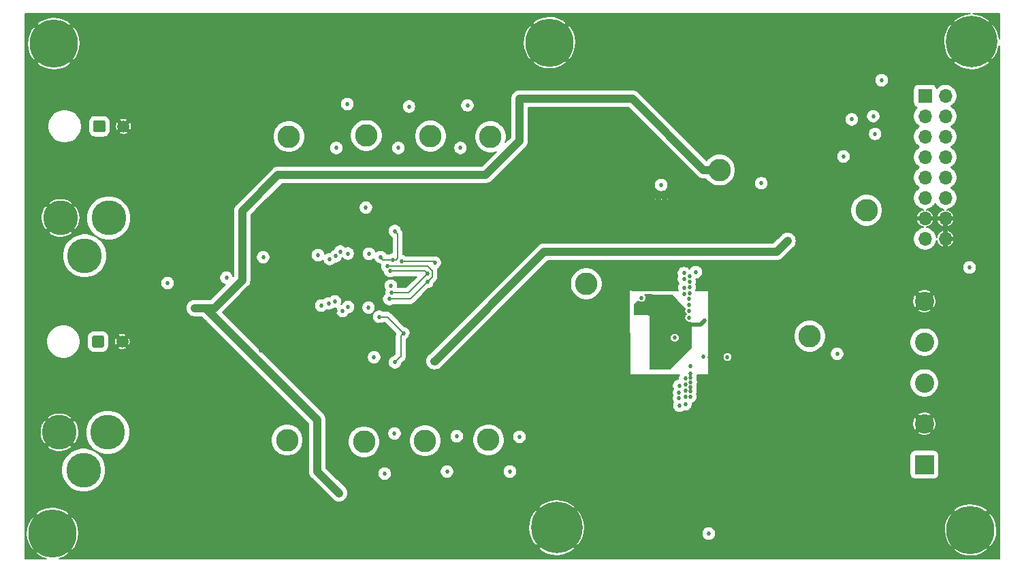
<source format=gbr>
G04 #@! TF.GenerationSoftware,KiCad,Pcbnew,(5.1.5)-3*
G04 #@! TF.CreationDate,2020-07-03T00:09:44-07:00*
G04 #@! TF.ProjectId,Pufferfish-Power-1,50756666-6572-4666-9973-682d506f7765,v0.1*
G04 #@! TF.SameCoordinates,Original*
G04 #@! TF.FileFunction,Copper,L2,Inr*
G04 #@! TF.FilePolarity,Positive*
%FSLAX46Y46*%
G04 Gerber Fmt 4.6, Leading zero omitted, Abs format (unit mm)*
G04 Created by KiCad (PCBNEW (5.1.5)-3) date 2020-07-03 00:09:44*
%MOMM*%
%LPD*%
G04 APERTURE LIST*
%ADD10R,2.400000X2.400000*%
%ADD11C,2.400000*%
%ADD12O,1.700000X1.700000*%
%ADD13R,1.700000X1.700000*%
%ADD14C,2.800000*%
%ADD15C,1.500000*%
%ADD16C,0.100000*%
%ADD17C,0.800000*%
%ADD18C,6.000000*%
%ADD19C,6.400000*%
%ADD20C,0.500000*%
%ADD21C,4.318000*%
%ADD22C,0.520700*%
%ADD23C,0.508000*%
%ADD24C,1.016000*%
%ADD25C,0.203200*%
%ADD26C,0.127000*%
G04 APERTURE END LIST*
D10*
X203098400Y-124612400D03*
D11*
X203098400Y-119532400D03*
X203098400Y-114452400D03*
X203098400Y-109372400D03*
X203098400Y-104292400D03*
D12*
X205714600Y-96520000D03*
X203174600Y-96520000D03*
X205714600Y-93980000D03*
X203174600Y-93980000D03*
X205714600Y-91440000D03*
X203174600Y-91440000D03*
X205714600Y-88900000D03*
X203174600Y-88900000D03*
X205714600Y-86360000D03*
X203174600Y-86360000D03*
X205714600Y-83820000D03*
X203174600Y-83820000D03*
X205714600Y-81280000D03*
X203174600Y-81280000D03*
X205714600Y-78740000D03*
D13*
X203174600Y-78740000D03*
D14*
X177622200Y-87960200D03*
X188849000Y-108635800D03*
X195910200Y-92964000D03*
X148894800Y-121539000D03*
X149148800Y-83820000D03*
X141681200Y-83743800D03*
X141020800Y-121640600D03*
X133705600Y-83667600D03*
X133410400Y-121782000D03*
X123850400Y-121564400D03*
X124079000Y-83794600D03*
X161061400Y-102108000D03*
D15*
X103355400Y-109296200D03*
G04 #@! TA.AperFunction,ViaPad*
D16*
G36*
X100879904Y-108547404D02*
G01*
X100904173Y-108551004D01*
X100927971Y-108556965D01*
X100951071Y-108565230D01*
X100973249Y-108575720D01*
X100994293Y-108588333D01*
X101013998Y-108602947D01*
X101032177Y-108619423D01*
X101048653Y-108637602D01*
X101063267Y-108657307D01*
X101075880Y-108678351D01*
X101086370Y-108700529D01*
X101094635Y-108723629D01*
X101100596Y-108747427D01*
X101104196Y-108771696D01*
X101105400Y-108796200D01*
X101105400Y-109796200D01*
X101104196Y-109820704D01*
X101100596Y-109844973D01*
X101094635Y-109868771D01*
X101086370Y-109891871D01*
X101075880Y-109914049D01*
X101063267Y-109935093D01*
X101048653Y-109954798D01*
X101032177Y-109972977D01*
X101013998Y-109989453D01*
X100994293Y-110004067D01*
X100973249Y-110016680D01*
X100951071Y-110027170D01*
X100927971Y-110035435D01*
X100904173Y-110041396D01*
X100879904Y-110044996D01*
X100855400Y-110046200D01*
X99855400Y-110046200D01*
X99830896Y-110044996D01*
X99806627Y-110041396D01*
X99782829Y-110035435D01*
X99759729Y-110027170D01*
X99737551Y-110016680D01*
X99716507Y-110004067D01*
X99696802Y-109989453D01*
X99678623Y-109972977D01*
X99662147Y-109954798D01*
X99647533Y-109935093D01*
X99634920Y-109914049D01*
X99624430Y-109891871D01*
X99616165Y-109868771D01*
X99610204Y-109844973D01*
X99606604Y-109820704D01*
X99605400Y-109796200D01*
X99605400Y-108796200D01*
X99606604Y-108771696D01*
X99610204Y-108747427D01*
X99616165Y-108723629D01*
X99624430Y-108700529D01*
X99634920Y-108678351D01*
X99647533Y-108657307D01*
X99662147Y-108637602D01*
X99678623Y-108619423D01*
X99696802Y-108602947D01*
X99716507Y-108588333D01*
X99737551Y-108575720D01*
X99759729Y-108565230D01*
X99782829Y-108556965D01*
X99806627Y-108551004D01*
X99830896Y-108547404D01*
X99855400Y-108546200D01*
X100855400Y-108546200D01*
X100879904Y-108547404D01*
G37*
G04 #@! TD.AperFunction*
D15*
X103509800Y-82524600D03*
G04 #@! TA.AperFunction,ViaPad*
D16*
G36*
X101034304Y-81775804D02*
G01*
X101058573Y-81779404D01*
X101082371Y-81785365D01*
X101105471Y-81793630D01*
X101127649Y-81804120D01*
X101148693Y-81816733D01*
X101168398Y-81831347D01*
X101186577Y-81847823D01*
X101203053Y-81866002D01*
X101217667Y-81885707D01*
X101230280Y-81906751D01*
X101240770Y-81928929D01*
X101249035Y-81952029D01*
X101254996Y-81975827D01*
X101258596Y-82000096D01*
X101259800Y-82024600D01*
X101259800Y-83024600D01*
X101258596Y-83049104D01*
X101254996Y-83073373D01*
X101249035Y-83097171D01*
X101240770Y-83120271D01*
X101230280Y-83142449D01*
X101217667Y-83163493D01*
X101203053Y-83183198D01*
X101186577Y-83201377D01*
X101168398Y-83217853D01*
X101148693Y-83232467D01*
X101127649Y-83245080D01*
X101105471Y-83255570D01*
X101082371Y-83263835D01*
X101058573Y-83269796D01*
X101034304Y-83273396D01*
X101009800Y-83274600D01*
X100009800Y-83274600D01*
X99985296Y-83273396D01*
X99961027Y-83269796D01*
X99937229Y-83263835D01*
X99914129Y-83255570D01*
X99891951Y-83245080D01*
X99870907Y-83232467D01*
X99851202Y-83217853D01*
X99833023Y-83201377D01*
X99816547Y-83183198D01*
X99801933Y-83163493D01*
X99789320Y-83142449D01*
X99778830Y-83120271D01*
X99770565Y-83097171D01*
X99764604Y-83073373D01*
X99761004Y-83049104D01*
X99759800Y-83024600D01*
X99759800Y-82024600D01*
X99761004Y-82000096D01*
X99764604Y-81975827D01*
X99770565Y-81952029D01*
X99778830Y-81928929D01*
X99789320Y-81906751D01*
X99801933Y-81885707D01*
X99816547Y-81866002D01*
X99833023Y-81847823D01*
X99851202Y-81831347D01*
X99870907Y-81816733D01*
X99891951Y-81804120D01*
X99914129Y-81793630D01*
X99937229Y-81785365D01*
X99961027Y-81779404D01*
X99985296Y-81775804D01*
X100009800Y-81774600D01*
X101009800Y-81774600D01*
X101034304Y-81775804D01*
G37*
G04 #@! TD.AperFunction*
D17*
X96282190Y-131581210D03*
X94691200Y-130922200D03*
X93100210Y-131581210D03*
X92441200Y-133172200D03*
X93100210Y-134763190D03*
X94691200Y-135422200D03*
X96282190Y-134763190D03*
X96941200Y-133172200D03*
D18*
X94691200Y-133172200D03*
D17*
X158080390Y-70519610D03*
X156489400Y-69860600D03*
X154898410Y-70519610D03*
X154239400Y-72110600D03*
X154898410Y-73701590D03*
X156489400Y-74360600D03*
X158080390Y-73701590D03*
X158739400Y-72110600D03*
D18*
X156489400Y-72110600D03*
D17*
X96434590Y-70646610D03*
X94843600Y-69987600D03*
X93252610Y-70646610D03*
X92593600Y-72237600D03*
X93252610Y-73828590D03*
X94843600Y-74487600D03*
X96434590Y-73828590D03*
X97093600Y-72237600D03*
D18*
X94843600Y-72237600D03*
D17*
X159075456Y-130763944D03*
X157378400Y-130061000D03*
X155681344Y-130763944D03*
X154978400Y-132461000D03*
X155681344Y-134158056D03*
X157378400Y-134861000D03*
X159075456Y-134158056D03*
X159778400Y-132461000D03*
D19*
X157378400Y-132461000D03*
D17*
X210429790Y-131149410D03*
X208838800Y-130490400D03*
X207247810Y-131149410D03*
X206588800Y-132740400D03*
X207247810Y-134331390D03*
X208838800Y-134990400D03*
X210429790Y-134331390D03*
X211088800Y-132740400D03*
D18*
X208838800Y-132740400D03*
D17*
X210662856Y-70311944D03*
X208965800Y-69609000D03*
X207268744Y-70311944D03*
X206565800Y-72009000D03*
X207268744Y-73706056D03*
X208965800Y-74409000D03*
X210662856Y-73706056D03*
X211365800Y-72009000D03*
D19*
X208965800Y-72009000D03*
D20*
X171539600Y-91592400D03*
X170789600Y-91592400D03*
X170039600Y-91592400D03*
D21*
X98549200Y-125299200D03*
X95549200Y-120599200D03*
X101549200Y-120599200D03*
X98676200Y-98629200D03*
X95676200Y-93929200D03*
X101676200Y-93929200D03*
D22*
X132715000Y-102692200D03*
X132689600Y-101066600D03*
X131368800Y-101066600D03*
X134086600Y-101015800D03*
X131216400Y-102565200D03*
X133400800Y-103174800D03*
X131978400Y-103149400D03*
X133375400Y-100355400D03*
X132003800Y-100355400D03*
X131978400Y-101701600D03*
X133375400Y-101701600D03*
X130784600Y-101650800D03*
X134594600Y-101701600D03*
X134620000Y-100355400D03*
X134569200Y-103251000D03*
X130759200Y-103149400D03*
X130784600Y-100355400D03*
X93040200Y-95148400D03*
X135432800Y-107188000D03*
X141986000Y-104216200D03*
X142722600Y-104952800D03*
X144145000Y-105308400D03*
X144805400Y-105359200D03*
X145694400Y-104343200D03*
X139242800Y-108585000D03*
X136220200Y-112039400D03*
X167411400Y-91465400D03*
X168706800Y-88950800D03*
X168681400Y-86817200D03*
X167817800Y-88138000D03*
X167792400Y-87452198D03*
X180492400Y-95935800D03*
X176784000Y-100685600D03*
X177495200Y-100888800D03*
X177901600Y-101447600D03*
X178054000Y-102235000D03*
X178003200Y-103073200D03*
X178003200Y-103886000D03*
X178079400Y-104622600D03*
X178079400Y-105435400D03*
X176809400Y-105638600D03*
X176758600Y-106324400D03*
X177038000Y-106959400D03*
X177469800Y-106121200D03*
X179120800Y-102514400D03*
X179120800Y-103174800D03*
X179120800Y-103886000D03*
X179146200Y-104698800D03*
X179120800Y-105435400D03*
X178536600Y-106019600D03*
X178612800Y-105029000D03*
X178612800Y-104292400D03*
X178612800Y-103555800D03*
X178536600Y-102768400D03*
X178638200Y-101828600D03*
X178536600Y-100914200D03*
X179501800Y-100609400D03*
X179578000Y-101498400D03*
X180365400Y-101803200D03*
X180060600Y-101015800D03*
X175818800Y-106654600D03*
X170611800Y-106883200D03*
X171196000Y-106883200D03*
X169367200Y-112369600D03*
X169671998Y-110337600D03*
X169494200Y-109753400D03*
X91617800Y-93929200D03*
X92379800Y-95123000D03*
X92379800Y-92735400D03*
X93167200Y-92684600D03*
X92684600Y-93929200D03*
X92151200Y-93472000D03*
X92151200Y-94462600D03*
X91719400Y-120624600D03*
X93167200Y-121843800D03*
X92481400Y-121843800D03*
X91795600Y-121488200D03*
X91744800Y-119786400D03*
X92506800Y-119354600D03*
X93167200Y-119329200D03*
X92913200Y-120675400D03*
X92405200Y-120142000D03*
X92379800Y-121081800D03*
X132816600Y-110972600D03*
X127889000Y-110363000D03*
X129235200Y-109296200D03*
X128727200Y-108026200D03*
X129895600Y-105537000D03*
X128879600Y-106934000D03*
X125577600Y-105537000D03*
X126466600Y-98704400D03*
X125399800Y-99314000D03*
X125450600Y-100177600D03*
X126466600Y-100507800D03*
X126314200Y-101930200D03*
X125476000Y-101193600D03*
X123317000Y-94361000D03*
X125907800Y-94335600D03*
X124688600Y-95402400D03*
X128244600Y-95427800D03*
X132410200Y-92710000D03*
X133959600Y-102463600D03*
X113817400Y-119920000D03*
X117551200Y-119996200D03*
X113817400Y-121208800D03*
X117627400Y-121208800D03*
X113868200Y-122834400D03*
X117627400Y-122732800D03*
X113741200Y-124307600D03*
X117678200Y-124282200D03*
X113766600Y-126288800D03*
X117678200Y-126288800D03*
X115570000Y-126314200D03*
X115697000Y-124688600D03*
X114731800Y-125425200D03*
X116814600Y-125399800D03*
X105562400Y-95554800D03*
X106603800Y-95300800D03*
X108788200Y-95300800D03*
X107670600Y-95275400D03*
X115849400Y-99796600D03*
X114554000Y-99822000D03*
X113639600Y-99745800D03*
X112445800Y-99745800D03*
X111506000Y-99796600D03*
X108940600Y-107899200D03*
X107950000Y-127152400D03*
X106730800Y-127101600D03*
X105359200Y-127152400D03*
X103428800Y-125044200D03*
X104419400Y-126034800D03*
X106959400Y-126136400D03*
X108333300Y-94282500D03*
X106220400Y-94693600D03*
X111889300Y-98778300D03*
X113868200Y-98780600D03*
X129260600Y-81991200D03*
X136931400Y-81864200D03*
X144627600Y-81813400D03*
X137922000Y-124104400D03*
X145796000Y-124434600D03*
X153492200Y-124561600D03*
X152730200Y-116636800D03*
X154508200Y-115443000D03*
X155422600Y-115747800D03*
X153492200Y-117576600D03*
X154152600Y-116535200D03*
X153670000Y-116001800D03*
X196672200Y-112420390D03*
X92887800Y-94513400D03*
X92862400Y-93268800D03*
X91694000Y-93141800D03*
X91643200Y-94742000D03*
X200456800Y-93116400D03*
X197434200Y-90881200D03*
X194106800Y-90474800D03*
X113919000Y-84505800D03*
X113842800Y-83058000D03*
X113842800Y-81813400D03*
X113893600Y-80645000D03*
X113919000Y-79476600D03*
X113919000Y-77978000D03*
X117754400Y-77978000D03*
X117754400Y-79451200D03*
X117754400Y-80619600D03*
X117754400Y-81788000D03*
X117703600Y-82956400D03*
X117703600Y-84582000D03*
X115671600Y-84683600D03*
X115138200Y-77749400D03*
X116535200Y-77774800D03*
X114960400Y-79019400D03*
X116713000Y-79019400D03*
X115671600Y-78409800D03*
X122885200Y-99568000D03*
X187198000Y-98983800D03*
X154584400Y-87223600D03*
X154584400Y-88214200D03*
X154584400Y-89535000D03*
X154584400Y-90881200D03*
X154584400Y-92252800D03*
X154584400Y-93548200D03*
X152603200Y-93776800D03*
X150647400Y-93827600D03*
X150622000Y-92481400D03*
X150571200Y-90957400D03*
X150571200Y-89636600D03*
X150596600Y-88519000D03*
X152146000Y-86944200D03*
X151358600Y-87655400D03*
X153720800Y-86995000D03*
X153060400Y-87579200D03*
X150520400Y-117576600D03*
X150545800Y-116763800D03*
X151790400Y-117475000D03*
X151638000Y-116154200D03*
X150672800Y-110921800D03*
X150672800Y-111810800D03*
X150723600Y-112725200D03*
X150749000Y-113741200D03*
X150723600Y-114808000D03*
X113919000Y-107594400D03*
X114884200Y-108254800D03*
X120396000Y-105892600D03*
X121386600Y-106502200D03*
X121488200Y-107569000D03*
X120573800Y-110439200D03*
X121539000Y-108712000D03*
X121589800Y-109880400D03*
X120393700Y-108155500D03*
X124104400Y-106730800D03*
X175590200Y-111175800D03*
X176352200Y-111252000D03*
X176936400Y-112395000D03*
X176961800Y-111709200D03*
X179349400Y-112598200D03*
X180340000Y-113588800D03*
X180340000Y-115697000D03*
X180898800Y-119151400D03*
X176428400Y-119151400D03*
X178587400Y-120523000D03*
X176707800Y-121056400D03*
X180975000Y-121005600D03*
X179933600Y-120599200D03*
X177469800Y-120573800D03*
X178079400Y-121107200D03*
X179349400Y-121107200D03*
X178612800Y-117906800D03*
X176911000Y-116890800D03*
X176987200Y-114579400D03*
X177977800Y-115570000D03*
X178155600Y-112776000D03*
X177723800Y-112064800D03*
X178638200Y-112064800D03*
X179197000Y-113360200D03*
X178079400Y-113639600D03*
X179247800Y-114604800D03*
X178079400Y-114579400D03*
X178739800Y-113944400D03*
X179349400Y-115697000D03*
X178663600Y-115163600D03*
X177927000Y-116967000D03*
X180873400Y-117068600D03*
X179476400Y-117043200D03*
X178790600Y-116382800D03*
X180289200Y-117856000D03*
X143332200Y-98856800D03*
X145719800Y-98856800D03*
X145237200Y-97967800D03*
X144068800Y-97967800D03*
X171196000Y-93319600D03*
X171856400Y-93421200D03*
X172669200Y-93522800D03*
X172745400Y-94538800D03*
X173685200Y-94488000D03*
X171881800Y-95504000D03*
X172821600Y-96367600D03*
X171805600Y-99390200D03*
X175590200Y-94437200D03*
X174599600Y-93548200D03*
X178612800Y-93548200D03*
X176555400Y-93065600D03*
X173228000Y-95402400D03*
X174650400Y-94564200D03*
X176580800Y-94589600D03*
X178841400Y-94361000D03*
X179755800Y-95097600D03*
X179425600Y-96088200D03*
X178739800Y-95199200D03*
X177469800Y-94615000D03*
X178054000Y-96062800D03*
X177114200Y-95377000D03*
X176428400Y-96062800D03*
X175818800Y-95275400D03*
X175006000Y-95986600D03*
X174396400Y-95326200D03*
X173736000Y-96139000D03*
X172796200Y-99441000D03*
X173761400Y-99415600D03*
X171500800Y-103733600D03*
X171932600Y-104902000D03*
X117678200Y-127889000D03*
X113766600Y-129895600D03*
X117678200Y-129895600D03*
X115570000Y-129921000D03*
X113741200Y-127914400D03*
X115697000Y-128295400D03*
X116814600Y-129006600D03*
X114731800Y-129032000D03*
X117957600Y-132054600D03*
X114884200Y-130962400D03*
X118821200Y-132943600D03*
X115874800Y-132080000D03*
X118821200Y-130937000D03*
X116840000Y-131343400D03*
X116713000Y-132969000D03*
X114909600Y-132943600D03*
X121437400Y-133146800D03*
X123520200Y-133121400D03*
X124383800Y-132003800D03*
X124383800Y-134010400D03*
X122275600Y-134035800D03*
X120446800Y-132029200D03*
X122402600Y-132410200D03*
X120472200Y-134010400D03*
X122301000Y-130429000D03*
X120497600Y-130403600D03*
X121462800Y-129540000D03*
X122428000Y-128803400D03*
X124409200Y-128397000D03*
X120472200Y-128422400D03*
X124409200Y-130403600D03*
X123545600Y-129514600D03*
X120218200Y-127000000D03*
X121183400Y-126136400D03*
X122021600Y-127025400D03*
X123266200Y-126111000D03*
X124129800Y-124993400D03*
X120192800Y-125018800D03*
X124129800Y-127000000D03*
X122148600Y-125399800D03*
X109397800Y-132054600D03*
X110388400Y-133172200D03*
X111353600Y-132435600D03*
X109423200Y-134035800D03*
X111226600Y-134061200D03*
X113334800Y-132029200D03*
X113334800Y-134035800D03*
X112471200Y-133146800D03*
X112217200Y-130784600D03*
X109270800Y-129921000D03*
X110109000Y-130810000D03*
X110236000Y-129184400D03*
X112217200Y-128778000D03*
X111353600Y-129895600D03*
X108305600Y-130784600D03*
X108280200Y-128803400D03*
X105181400Y-129946400D03*
X104216200Y-130683000D03*
X107162600Y-131546600D03*
X105054400Y-131572000D03*
X107162600Y-129540000D03*
X103225600Y-129565400D03*
X103251000Y-131546600D03*
X106299000Y-130657600D03*
X98577400Y-132080000D03*
X98602800Y-134061200D03*
X101650800Y-133172200D03*
X100406200Y-134086600D03*
X100533200Y-132461000D03*
X99568000Y-133197600D03*
X102514400Y-134061200D03*
X102514400Y-132054600D03*
X107340400Y-133858000D03*
X108204000Y-132740400D03*
X104292400Y-134747000D03*
X106095800Y-134772400D03*
X108204000Y-134747000D03*
X106222800Y-133146800D03*
X105257600Y-132689600D03*
X105257600Y-133883400D03*
X129489200Y-135077200D03*
X127685800Y-135051800D03*
X128651000Y-134188200D03*
X129616200Y-133451600D03*
X125171200Y-133096000D03*
X126034800Y-133985000D03*
X131597400Y-133045200D03*
X127660400Y-133070600D03*
X131597400Y-135051800D03*
X130733800Y-134162800D03*
X132892800Y-133248400D03*
X139319000Y-135204200D03*
X138455400Y-134315200D03*
X137337800Y-133604000D03*
X137210800Y-135229600D03*
X139319000Y-133197600D03*
X133756400Y-134137400D03*
X136372600Y-134340600D03*
X135407400Y-135204200D03*
X135382000Y-133223000D03*
X141884400Y-134366000D03*
X145338800Y-135458200D03*
X141020800Y-133477000D03*
X146583400Y-134543800D03*
X147447000Y-133426200D03*
X147447000Y-135432800D03*
X144500600Y-134569200D03*
X143510000Y-133451600D03*
X145465800Y-133832600D03*
X143535400Y-135432800D03*
X133019800Y-135483600D03*
X148691600Y-134493000D03*
X150241000Y-133400800D03*
X150901400Y-135432800D03*
X151790400Y-133019800D03*
X153085800Y-134823200D03*
X153060400Y-131165600D03*
X126136400Y-131597400D03*
X129057400Y-131470400D03*
X127203200Y-129895600D03*
X125933200Y-128905000D03*
X115671600Y-134772400D03*
X117881400Y-134162800D03*
X119430800Y-134975600D03*
X183692800Y-135305800D03*
X184937400Y-134391400D03*
X193065400Y-134620000D03*
X185801000Y-135280400D03*
X182854600Y-134416800D03*
X190982600Y-134645400D03*
X191820800Y-135534400D03*
X193929000Y-135509000D03*
X188366400Y-134442200D03*
X181889400Y-135280400D03*
X190017400Y-135509000D03*
X178079400Y-135128000D03*
X175971200Y-135153400D03*
X174167800Y-135128000D03*
X179501800Y-135559800D03*
X195173600Y-134569200D03*
X173634400Y-134162800D03*
X169443400Y-134239000D03*
X168478200Y-135102600D03*
X172389800Y-135102600D03*
X171526200Y-134213600D03*
X170281600Y-135128000D03*
X165811200Y-133985000D03*
X166674800Y-134874000D03*
X167919400Y-133934200D03*
X163728400Y-134010400D03*
X162763200Y-134874000D03*
X164566600Y-134899400D03*
X161315400Y-130429000D03*
X162204400Y-129565400D03*
X159943800Y-128803400D03*
X162229800Y-131673600D03*
X161340800Y-132511800D03*
X162204400Y-133477000D03*
X159080200Y-126720600D03*
X158115000Y-127584200D03*
X157556200Y-126187200D03*
X210515200Y-120065800D03*
X211404200Y-119202200D03*
X211861400Y-112090200D03*
X211455000Y-115620800D03*
X210464400Y-117957600D03*
X211429600Y-113512600D03*
X210540600Y-122148600D03*
X211175600Y-124917200D03*
X211201000Y-127025400D03*
X211404200Y-123113800D03*
X211429600Y-117424200D03*
X211429600Y-121310400D03*
X211175600Y-128828800D03*
X211455000Y-100228400D03*
X211251800Y-108051600D03*
X211480400Y-94538800D03*
X211455000Y-104140000D03*
X211480400Y-102336600D03*
X210566000Y-101092000D03*
X211226400Y-109855000D03*
X210515200Y-98983800D03*
X211912200Y-93116400D03*
X210591400Y-103174800D03*
X211226400Y-105943400D03*
X211505800Y-96647000D03*
X211480400Y-98450400D03*
X202158600Y-134899400D03*
X202184000Y-133096000D03*
X203428600Y-133985000D03*
X203454000Y-132181600D03*
X204495400Y-133045200D03*
X204470000Y-134848600D03*
X210261200Y-113766600D03*
X210235800Y-115570000D03*
X210261200Y-110312200D03*
X210235800Y-112115600D03*
X210845400Y-91059000D03*
X210820000Y-92862400D03*
X211201000Y-87299800D03*
X211861400Y-88976200D03*
X211886800Y-91084400D03*
X211607400Y-85217000D03*
X210921600Y-81432400D03*
X211582000Y-83108800D03*
X211632800Y-77749400D03*
X211658200Y-79857600D03*
X210972400Y-76073000D03*
X210439000Y-79400400D03*
X210032600Y-76860400D03*
X210210400Y-82905600D03*
X210159600Y-84632800D03*
X194640200Y-121208800D03*
X195605400Y-120345200D03*
X190042800Y-119278400D03*
X192125600Y-119253000D03*
X192989200Y-120142000D03*
X190881000Y-120167400D03*
X194614800Y-119227600D03*
X191008000Y-118541800D03*
X193598800Y-122174000D03*
X192049400Y-121361200D03*
X189839600Y-121970800D03*
X176174400Y-73431400D03*
X174371000Y-73406000D03*
X175336200Y-72542400D03*
X169773600Y-71475600D03*
X176301400Y-71805800D03*
X171856400Y-71450200D03*
X172720000Y-70332600D03*
X172720000Y-72339200D03*
X170611800Y-72364600D03*
X178282600Y-71399400D03*
X168783000Y-70358000D03*
X174345600Y-71424800D03*
X170738800Y-70739000D03*
X168808400Y-72339200D03*
X178282600Y-73406000D03*
X177419000Y-72517000D03*
X167233600Y-73431400D03*
X164287200Y-72567800D03*
X165125400Y-73456800D03*
X166116000Y-70180200D03*
X165252400Y-71831200D03*
X167233600Y-71424800D03*
X166370000Y-72542400D03*
X164007800Y-70205600D03*
X163322000Y-73431400D03*
X163296600Y-71450200D03*
X162204400Y-70180200D03*
X161061400Y-70942200D03*
X161239200Y-73253600D03*
X162102800Y-72136000D03*
X162102800Y-74142600D03*
X179070000Y-72491600D03*
X179933600Y-73380600D03*
X180035200Y-70993000D03*
X173329600Y-74371200D03*
X171780200Y-73558400D03*
X169570400Y-74168000D03*
X186893200Y-72415400D03*
X181762400Y-75133200D03*
X184785000Y-74447400D03*
X188442600Y-71348600D03*
X186893200Y-74422000D03*
X181864000Y-71170800D03*
X190271400Y-73355200D03*
X186029600Y-73533000D03*
X182981600Y-74422000D03*
X190398400Y-71729600D03*
X184912000Y-72821800D03*
X185775600Y-71170800D03*
X189230000Y-75158600D03*
X183946800Y-73558400D03*
X182956200Y-72440800D03*
X183667400Y-71196200D03*
X188468000Y-73329800D03*
X180721000Y-71932800D03*
X180898800Y-74244200D03*
X181762400Y-73126600D03*
X189433200Y-72466200D03*
X194106800Y-73177400D03*
X198475600Y-71374000D03*
X192989200Y-72466200D03*
X193852800Y-70815200D03*
X191744600Y-70840600D03*
X198348600Y-72999600D03*
X196519800Y-70993000D03*
X194970400Y-72059800D03*
X196545200Y-72974200D03*
X197510400Y-72110600D03*
X192024000Y-73202800D03*
X174345600Y-69773800D03*
X176453800Y-69748400D03*
X171094400Y-69697600D03*
X182321200Y-69469000D03*
X178536600Y-70154800D03*
X180213000Y-69494400D03*
X184353200Y-69443600D03*
X189357000Y-69443600D03*
X186105800Y-69367400D03*
X193548000Y-69824600D03*
X195224400Y-69164200D03*
X197332600Y-69138800D03*
X199364600Y-69113400D03*
X191465200Y-69418200D03*
X128041400Y-70967600D03*
X123418600Y-70942200D03*
X121310400Y-72974200D03*
X132359400Y-72948800D03*
X124968000Y-69875400D03*
X123418600Y-72948800D03*
X118389400Y-69697600D03*
X126796800Y-71882000D03*
X128905000Y-71856600D03*
X122555000Y-72059800D03*
X119507000Y-72948800D03*
X136118600Y-72898000D03*
X126923800Y-70256400D03*
X130556000Y-72923400D03*
X121437400Y-71348600D03*
X136220200Y-70510400D03*
X128905000Y-69850000D03*
X122301000Y-69697600D03*
X134467600Y-70916800D03*
X120472200Y-72085200D03*
X132486400Y-71323200D03*
X119481600Y-70967600D03*
X131521200Y-72059800D03*
X130530600Y-70942200D03*
X133604000Y-72034400D03*
X120192800Y-69723000D03*
X124993400Y-71856600D03*
X117246400Y-70459600D03*
X135255000Y-72009000D03*
X134467600Y-72923400D03*
X117424200Y-72771000D03*
X118287800Y-71653400D03*
X127965200Y-73075800D03*
X125958600Y-70993000D03*
X150037800Y-70332600D03*
X148209000Y-72720200D03*
X149174200Y-71983600D03*
X147929600Y-70358000D03*
X151155400Y-71577200D03*
X150291800Y-72694800D03*
X130530600Y-69291200D03*
X127279400Y-69215000D03*
X134721600Y-69672200D03*
X136398000Y-69011800D03*
X147650200Y-68935600D03*
X138506200Y-68986400D03*
X140538200Y-68961000D03*
X149733000Y-69342000D03*
X145542000Y-68961000D03*
X142290800Y-68884800D03*
X132638800Y-69265800D03*
X138049000Y-70688200D03*
X142214600Y-73050400D03*
X146583400Y-71247000D03*
X141097000Y-72339200D03*
X141960600Y-70688200D03*
X139141200Y-71958200D03*
X139852400Y-70713600D03*
X146456400Y-72872600D03*
X144627600Y-70866000D03*
X143078200Y-71932800D03*
X144653000Y-72847200D03*
X136906000Y-71450200D03*
X145618200Y-71983600D03*
X137947400Y-72644000D03*
X140131800Y-73075800D03*
X106959400Y-80187800D03*
X110210600Y-79070200D03*
X108229400Y-79095600D03*
X106984800Y-78384400D03*
X106476800Y-71297800D03*
X109118400Y-69672200D03*
X109118400Y-73583800D03*
X107137200Y-73609200D03*
X108915200Y-80289400D03*
X110210600Y-75158600D03*
X108229400Y-70535800D03*
X107518200Y-71653400D03*
X109347000Y-78105000D03*
X110032800Y-81153000D03*
X110337600Y-70612000D03*
X107721400Y-81330800D03*
X110236000Y-77266800D03*
X109143800Y-71780400D03*
X107111800Y-69672200D03*
X109321600Y-76022200D03*
X106959400Y-76276200D03*
X108254800Y-72618600D03*
X108610400Y-77139800D03*
X108204000Y-75158600D03*
X112166400Y-69443600D03*
X113258600Y-70713600D03*
X113969800Y-69469000D03*
X112064800Y-71399400D03*
X114249200Y-71831200D03*
X111023400Y-70205600D03*
X116332000Y-71805800D03*
X116078000Y-69443600D03*
X115214400Y-71094600D03*
X113309400Y-72466200D03*
X110363000Y-73202800D03*
X115671600Y-74803000D03*
X115417600Y-72440800D03*
X111404400Y-74396600D03*
X113588800Y-74828400D03*
X111506000Y-72440800D03*
X114554000Y-74091800D03*
X112598200Y-73710800D03*
X101854000Y-70561200D03*
X99034600Y-71602600D03*
X98653600Y-73558400D03*
X100660200Y-71729600D03*
X99771200Y-72567800D03*
X100634800Y-69621400D03*
X99745800Y-70485000D03*
X98628200Y-69621400D03*
X100634800Y-73533000D03*
X102539800Y-70154800D03*
X101879400Y-73152000D03*
X104165400Y-70129400D03*
X103047800Y-69265800D03*
X104851200Y-69265800D03*
X105968800Y-70129400D03*
X106095800Y-75057000D03*
X103276400Y-76098400D03*
X104902000Y-76225400D03*
X104013000Y-77063600D03*
X102235000Y-75742800D03*
X104876600Y-74117200D03*
X103987600Y-74980800D03*
X102870000Y-74117200D03*
X98323400Y-76936600D03*
X99923600Y-74955400D03*
X99034600Y-75819000D03*
X99949000Y-77063600D03*
X97282000Y-76581000D03*
X99060000Y-77901800D03*
X97917000Y-74955400D03*
X101142800Y-75895200D03*
X92837000Y-78333600D03*
X93548200Y-77216000D03*
X94462600Y-78460600D03*
X93573600Y-79298800D03*
X95656400Y-77292200D03*
X94437200Y-76352400D03*
X91795600Y-77978000D03*
X92430600Y-76352400D03*
X108940600Y-81940400D03*
X107340400Y-83921600D03*
X108966000Y-84048600D03*
X106299000Y-83566000D03*
X106934000Y-81940400D03*
X108077000Y-84886800D03*
X110159800Y-82880200D03*
X108051600Y-82804000D03*
X92557600Y-81940400D03*
X91516200Y-81584800D03*
X92151200Y-79959200D03*
X93294200Y-82905600D03*
X93268800Y-80822800D03*
X93548200Y-84632800D03*
X92837000Y-85750400D03*
X91795600Y-85394800D03*
X92430600Y-83769200D03*
X93573600Y-86715600D03*
X91795600Y-88798400D03*
X93573600Y-90119200D03*
X92430600Y-87172800D03*
X92837000Y-89154000D03*
X93548200Y-88036400D03*
X93091000Y-98831400D03*
X93827600Y-99796600D03*
X93802200Y-97713800D03*
X92684600Y-96850200D03*
X92049600Y-98475800D03*
X93903800Y-101269800D03*
X92786200Y-100406200D03*
X93192600Y-102387400D03*
X92151200Y-102031800D03*
X93929200Y-103352600D03*
X93903800Y-104927400D03*
X93192600Y-106045000D03*
X93929200Y-107010200D03*
X92786200Y-104063800D03*
X92151200Y-105689400D03*
X91973400Y-116205000D03*
X93014800Y-116560600D03*
X92608400Y-114579400D03*
X93751400Y-117525800D03*
X93726000Y-115443000D03*
X93980000Y-111709200D03*
X92227400Y-112471200D03*
X92862400Y-110845600D03*
X93268800Y-112826800D03*
X94005400Y-113792000D03*
X92354400Y-107746800D03*
X91948000Y-109423200D03*
X93091000Y-108712000D03*
X92024200Y-123317000D03*
X93802200Y-129336800D03*
X92303600Y-126365000D03*
X92684600Y-128473200D03*
X93167200Y-122605800D03*
X93345000Y-126720600D03*
X92938600Y-124739400D03*
X92075000Y-130098800D03*
X92176600Y-127431800D03*
X91973400Y-124841000D03*
X93903800Y-123545600D03*
X94488000Y-125323600D03*
X94716600Y-127431800D03*
X95351600Y-128905000D03*
X96697800Y-128905000D03*
X97663000Y-129921000D03*
X98679000Y-128905000D03*
X100177600Y-130987800D03*
X100685600Y-129362200D03*
X101904800Y-130784600D03*
X101930200Y-128600200D03*
X101650800Y-127025400D03*
X103378000Y-127711200D03*
X105130600Y-128549400D03*
X95478600Y-102158800D03*
X95732600Y-103911400D03*
X95326200Y-105816400D03*
X95656400Y-100126800D03*
X95453200Y-97891600D03*
X92303600Y-91186000D03*
X94640400Y-88950800D03*
X95021400Y-85674200D03*
X166801800Y-90424000D03*
X165989000Y-90449400D03*
X109854998Y-98526600D03*
X110744000Y-99898200D03*
X113614200Y-106883200D03*
X134747000Y-102514400D03*
X173253400Y-106959406D03*
X124866406Y-102666800D03*
X125247400Y-101879400D03*
X151739600Y-68884800D03*
X128092200Y-104825800D03*
X127711200Y-98552000D03*
X134035800Y-98374200D03*
X133654800Y-92633800D03*
X134670800Y-111252000D03*
X186080400Y-96799400D03*
X142163800Y-111734600D03*
X133985000Y-105079800D03*
X136982200Y-99110800D03*
X137236200Y-95554800D03*
X135458200Y-98780600D03*
X136677400Y-100533200D03*
X174040800Y-113284000D03*
X174015400Y-113792000D03*
X174040800Y-114350800D03*
X174015400Y-114960400D03*
X174015400Y-115519200D03*
X173990000Y-116128800D03*
X173380400Y-113893600D03*
X173405800Y-114681000D03*
X173380400Y-115443000D03*
X173380400Y-116205000D03*
X173380400Y-117094000D03*
X172618400Y-114782600D03*
X172593000Y-115671600D03*
X172593000Y-116332000D03*
X172643800Y-117271800D03*
X173913800Y-102514400D03*
X173913800Y-101854000D03*
X173939200Y-101142800D03*
X173939200Y-103327200D03*
X173863000Y-104013000D03*
X173863000Y-104724200D03*
X173863000Y-105486200D03*
X173863000Y-106324400D03*
X173253400Y-103352600D03*
X173253400Y-102590600D03*
X173202600Y-101549200D03*
X173202600Y-100787200D03*
X174675800Y-100660200D03*
X136829800Y-103251000D03*
X138126980Y-99316060D03*
X141300200Y-100863401D03*
X136753600Y-102336600D03*
X142214600Y-99466400D03*
X135305800Y-106222800D03*
X138328400Y-108254800D03*
X137261600Y-111887000D03*
X136550400Y-104013000D03*
X136331629Y-99930507D03*
X141300200Y-101879400D03*
X130454400Y-98094800D03*
X129870200Y-98679000D03*
X129159000Y-99034600D03*
X130759200Y-105486200D03*
X196977000Y-83464400D03*
X194081400Y-81661000D03*
X129794000Y-104317800D03*
X176276000Y-133197600D03*
X208711800Y-100101400D03*
X129006600Y-104546400D03*
X131394200Y-98348800D03*
X196748400Y-81254600D03*
X131419600Y-105003600D03*
X178612800Y-111226600D03*
X173964600Y-112395002D03*
X167944800Y-103860600D03*
X152755600Y-79095600D03*
X112369600Y-105130600D03*
X130302000Y-128168400D03*
X120878600Y-98806000D03*
X116306600Y-101371400D03*
X197789800Y-76784200D03*
X172059600Y-108839000D03*
X170383200Y-89814400D03*
X108991400Y-102031800D03*
X193040000Y-86283800D03*
X192252600Y-110820200D03*
X182829200Y-89611200D03*
X129971800Y-85217000D03*
X137210800Y-120726200D03*
X144957800Y-121081800D03*
X137693400Y-85217000D03*
X152755600Y-121158000D03*
X145415000Y-85217000D03*
X131343400Y-79756000D03*
X135991600Y-125730000D03*
X143738600Y-125476000D03*
X139014200Y-80060800D03*
X151561800Y-125476000D03*
X146278600Y-79908400D03*
D23*
X175259995Y-107213405D02*
X173507399Y-107213405D01*
X175818800Y-106654600D02*
X175259995Y-107213405D01*
X173507399Y-107213405D02*
X173253400Y-106959406D01*
D24*
X142240000Y-111734600D02*
X142163800Y-111734600D01*
X155829000Y-98145600D02*
X142240000Y-111734600D01*
X186080400Y-96799400D02*
X184734200Y-98145600D01*
X184734200Y-98145600D02*
X155829000Y-98145600D01*
D25*
X136982200Y-99110800D02*
X137388600Y-99110800D01*
X137388600Y-99110800D02*
X137617200Y-98882200D01*
X137617200Y-95935800D02*
X137236200Y-95554800D01*
X137617200Y-98882200D02*
X137617200Y-95935800D01*
X136982200Y-99110800D02*
X135763002Y-99110800D01*
X135763002Y-99110800D02*
X135534400Y-98882198D01*
X140969999Y-100533200D02*
X141300200Y-100863401D01*
X136829800Y-103251000D02*
X138912601Y-103251000D01*
X141071601Y-101092000D02*
X141300200Y-100863401D01*
X138912601Y-103251000D02*
X141071601Y-101092000D01*
X136677400Y-100533200D02*
X140969999Y-100533200D01*
X138126980Y-99316060D02*
X142064260Y-99316060D01*
X142064260Y-99316060D02*
X142214600Y-99466400D01*
X136296400Y-106222800D02*
X138328400Y-108254800D01*
X135305800Y-106222800D02*
X136296400Y-106222800D01*
X138328400Y-108254800D02*
X137998200Y-108585000D01*
X137998200Y-108585000D02*
X137998200Y-111150400D01*
X137998200Y-111150400D02*
X137972800Y-111175800D01*
X137972800Y-111175800D02*
X137261600Y-111887000D01*
X141935202Y-100530150D02*
X141335559Y-99930507D01*
X141335559Y-99930507D02*
X136690839Y-99930507D01*
X136690839Y-99930507D02*
X136331629Y-99930507D01*
X136550400Y-104013000D02*
X139166600Y-104013000D01*
X139166600Y-104013000D02*
X141300200Y-101879400D01*
X141935202Y-101244398D02*
X141935202Y-100530150D01*
X141300200Y-101879400D02*
X141935202Y-101244398D01*
D24*
X177622200Y-87960200D02*
X175642302Y-87960200D01*
X175642302Y-87960200D02*
X166777702Y-79095600D01*
X166777702Y-79095600D02*
X152755600Y-79095600D01*
X113709606Y-105130600D02*
X112369600Y-105130600D01*
X127635000Y-119055994D02*
X113709606Y-105130600D01*
X130302000Y-128168400D02*
X127635000Y-125501400D01*
X127635000Y-125501400D02*
X127635000Y-119055994D01*
X114782600Y-105130600D02*
X112369600Y-105130600D01*
X118262400Y-101650800D02*
X114782600Y-105130600D01*
X152755600Y-84353400D02*
X148513800Y-88595200D01*
X148513800Y-88595200D02*
X122737878Y-88595200D01*
X152755600Y-79095600D02*
X152755600Y-84353400D01*
X122737878Y-88595200D02*
X118262400Y-93070678D01*
X118262400Y-93070678D02*
X118262400Y-101650800D01*
D26*
G36*
X170226758Y-103542971D02*
G01*
X170607576Y-103568359D01*
X170611800Y-103568500D01*
X171703098Y-103568500D01*
X173349793Y-105215195D01*
X173307356Y-105317647D01*
X173285150Y-105429287D01*
X173285150Y-105543113D01*
X173307356Y-105654753D01*
X173350916Y-105759915D01*
X173414155Y-105854558D01*
X173464897Y-105905300D01*
X173414155Y-105956042D01*
X173350916Y-106050685D01*
X173307356Y-106155847D01*
X173285150Y-106267487D01*
X173285150Y-106381313D01*
X173307356Y-106492953D01*
X173350916Y-106598115D01*
X173414155Y-106692758D01*
X173494642Y-106773245D01*
X173589285Y-106836484D01*
X173694447Y-106880044D01*
X173806087Y-106902250D01*
X173919913Y-106902250D01*
X174031553Y-106880044D01*
X174045162Y-106874407D01*
X174053500Y-107366345D01*
X174053500Y-110108098D01*
X171423829Y-112737769D01*
X168973743Y-112725518D01*
X168988881Y-108782087D01*
X171481750Y-108782087D01*
X171481750Y-108895913D01*
X171503956Y-109007553D01*
X171547516Y-109112715D01*
X171610755Y-109207358D01*
X171691242Y-109287845D01*
X171785885Y-109351084D01*
X171891047Y-109394644D01*
X172002687Y-109416850D01*
X172116513Y-109416850D01*
X172228153Y-109394644D01*
X172333315Y-109351084D01*
X172427958Y-109287845D01*
X172508445Y-109207358D01*
X172571684Y-109112715D01*
X172615244Y-109007553D01*
X172637450Y-108895913D01*
X172637450Y-108782087D01*
X172615244Y-108670447D01*
X172571684Y-108565285D01*
X172508445Y-108470642D01*
X172427958Y-108390155D01*
X172333315Y-108326916D01*
X172228153Y-108283356D01*
X172116513Y-108261150D01*
X172002687Y-108261150D01*
X171891047Y-108283356D01*
X171785885Y-108326916D01*
X171691242Y-108390155D01*
X171610755Y-108470642D01*
X171547516Y-108565285D01*
X171503956Y-108670447D01*
X171481750Y-108782087D01*
X168988881Y-108782087D01*
X168998900Y-106172244D01*
X168997727Y-106159851D01*
X168994159Y-106147925D01*
X168988333Y-106136924D01*
X168980301Y-106127099D01*
X168777101Y-105923899D01*
X168767479Y-105916002D01*
X168756500Y-105910134D01*
X168744588Y-105906520D01*
X168732200Y-105905300D01*
X167092005Y-105905300D01*
X167056602Y-104737000D01*
X167530300Y-104263303D01*
X167576442Y-104309445D01*
X167671085Y-104372684D01*
X167776247Y-104416244D01*
X167887887Y-104438450D01*
X168001713Y-104438450D01*
X168113353Y-104416244D01*
X168218515Y-104372684D01*
X168313158Y-104309445D01*
X168393645Y-104228958D01*
X168456884Y-104134315D01*
X168500444Y-104029153D01*
X168522650Y-103917513D01*
X168522650Y-103803687D01*
X168500444Y-103692047D01*
X168456884Y-103586885D01*
X168393645Y-103492242D01*
X168347503Y-103446100D01*
X168363195Y-103430407D01*
X170226758Y-103542971D01*
G37*
X170226758Y-103542971D02*
X170607576Y-103568359D01*
X170611800Y-103568500D01*
X171703098Y-103568500D01*
X173349793Y-105215195D01*
X173307356Y-105317647D01*
X173285150Y-105429287D01*
X173285150Y-105543113D01*
X173307356Y-105654753D01*
X173350916Y-105759915D01*
X173414155Y-105854558D01*
X173464897Y-105905300D01*
X173414155Y-105956042D01*
X173350916Y-106050685D01*
X173307356Y-106155847D01*
X173285150Y-106267487D01*
X173285150Y-106381313D01*
X173307356Y-106492953D01*
X173350916Y-106598115D01*
X173414155Y-106692758D01*
X173494642Y-106773245D01*
X173589285Y-106836484D01*
X173694447Y-106880044D01*
X173806087Y-106902250D01*
X173919913Y-106902250D01*
X174031553Y-106880044D01*
X174045162Y-106874407D01*
X174053500Y-107366345D01*
X174053500Y-110108098D01*
X171423829Y-112737769D01*
X168973743Y-112725518D01*
X168988881Y-108782087D01*
X171481750Y-108782087D01*
X171481750Y-108895913D01*
X171503956Y-109007553D01*
X171547516Y-109112715D01*
X171610755Y-109207358D01*
X171691242Y-109287845D01*
X171785885Y-109351084D01*
X171891047Y-109394644D01*
X172002687Y-109416850D01*
X172116513Y-109416850D01*
X172228153Y-109394644D01*
X172333315Y-109351084D01*
X172427958Y-109287845D01*
X172508445Y-109207358D01*
X172571684Y-109112715D01*
X172615244Y-109007553D01*
X172637450Y-108895913D01*
X172637450Y-108782087D01*
X172615244Y-108670447D01*
X172571684Y-108565285D01*
X172508445Y-108470642D01*
X172427958Y-108390155D01*
X172333315Y-108326916D01*
X172228153Y-108283356D01*
X172116513Y-108261150D01*
X172002687Y-108261150D01*
X171891047Y-108283356D01*
X171785885Y-108326916D01*
X171691242Y-108390155D01*
X171610755Y-108470642D01*
X171547516Y-108565285D01*
X171503956Y-108670447D01*
X171481750Y-108782087D01*
X168988881Y-108782087D01*
X168998900Y-106172244D01*
X168997727Y-106159851D01*
X168994159Y-106147925D01*
X168988333Y-106136924D01*
X168980301Y-106127099D01*
X168777101Y-105923899D01*
X168767479Y-105916002D01*
X168756500Y-105910134D01*
X168744588Y-105906520D01*
X168732200Y-105905300D01*
X167092005Y-105905300D01*
X167056602Y-104737000D01*
X167530300Y-104263303D01*
X167576442Y-104309445D01*
X167671085Y-104372684D01*
X167776247Y-104416244D01*
X167887887Y-104438450D01*
X168001713Y-104438450D01*
X168113353Y-104416244D01*
X168218515Y-104372684D01*
X168313158Y-104309445D01*
X168393645Y-104228958D01*
X168456884Y-104134315D01*
X168500444Y-104029153D01*
X168522650Y-103917513D01*
X168522650Y-103803687D01*
X168500444Y-103692047D01*
X168456884Y-103586885D01*
X168393645Y-103492242D01*
X168347503Y-103446100D01*
X168363195Y-103430407D01*
X170226758Y-103542971D01*
G36*
X184696100Y-122643900D02*
G01*
X176288700Y-122643900D01*
X176288700Y-111169687D01*
X178034950Y-111169687D01*
X178034950Y-111283513D01*
X178057156Y-111395153D01*
X178100716Y-111500315D01*
X178163955Y-111594958D01*
X178244442Y-111675445D01*
X178339085Y-111738684D01*
X178444247Y-111782244D01*
X178555887Y-111804450D01*
X178669713Y-111804450D01*
X178781353Y-111782244D01*
X178886515Y-111738684D01*
X178981158Y-111675445D01*
X179061645Y-111594958D01*
X179124884Y-111500315D01*
X179168444Y-111395153D01*
X179190650Y-111283513D01*
X179190650Y-111169687D01*
X179168444Y-111058047D01*
X179124884Y-110952885D01*
X179061645Y-110858242D01*
X178981158Y-110777755D01*
X178886515Y-110714516D01*
X178781353Y-110670956D01*
X178669713Y-110648750D01*
X178555887Y-110648750D01*
X178444247Y-110670956D01*
X178339085Y-110714516D01*
X178244442Y-110777755D01*
X178163955Y-110858242D01*
X178100716Y-110952885D01*
X178057156Y-111058047D01*
X178034950Y-111169687D01*
X176288700Y-111169687D01*
X176288700Y-100368100D01*
X184696100Y-100368100D01*
X184696100Y-122643900D01*
G37*
X184696100Y-122643900D02*
X176288700Y-122643900D01*
X176288700Y-111169687D01*
X178034950Y-111169687D01*
X178034950Y-111283513D01*
X178057156Y-111395153D01*
X178100716Y-111500315D01*
X178163955Y-111594958D01*
X178244442Y-111675445D01*
X178339085Y-111738684D01*
X178444247Y-111782244D01*
X178555887Y-111804450D01*
X178669713Y-111804450D01*
X178781353Y-111782244D01*
X178886515Y-111738684D01*
X178981158Y-111675445D01*
X179061645Y-111594958D01*
X179124884Y-111500315D01*
X179168444Y-111395153D01*
X179190650Y-111283513D01*
X179190650Y-111169687D01*
X179168444Y-111058047D01*
X179124884Y-110952885D01*
X179061645Y-110858242D01*
X178981158Y-110777755D01*
X178886515Y-110714516D01*
X178781353Y-110670956D01*
X178669713Y-110648750D01*
X178555887Y-110648750D01*
X178444247Y-110670956D01*
X178339085Y-110714516D01*
X178244442Y-110777755D01*
X178163955Y-110858242D01*
X178100716Y-110952885D01*
X178057156Y-111058047D01*
X178034950Y-111169687D01*
X176288700Y-111169687D01*
X176288700Y-100368100D01*
X184696100Y-100368100D01*
X184696100Y-122643900D01*
G36*
X208233526Y-68603363D02*
G01*
X207583190Y-68811661D01*
X207075448Y-69083054D01*
X206688220Y-69462013D01*
X208965800Y-71739592D01*
X211243380Y-69462013D01*
X210856152Y-69083054D01*
X210249006Y-68770486D01*
X209592548Y-68582373D01*
X209099629Y-68541500D01*
X212407900Y-68541500D01*
X212407900Y-71596269D01*
X212371437Y-71276726D01*
X212163139Y-70626390D01*
X211891746Y-70118648D01*
X211512787Y-69731420D01*
X209235208Y-72009000D01*
X211512787Y-74286580D01*
X211891746Y-73899352D01*
X212204314Y-73292206D01*
X212392427Y-72635748D01*
X212407900Y-72449146D01*
X212407901Y-136334900D01*
X95528187Y-136334900D01*
X96004142Y-136180693D01*
X96463239Y-135935300D01*
X96826439Y-135576847D01*
X94691200Y-133441608D01*
X92555961Y-135576847D01*
X92919161Y-135935300D01*
X93492264Y-136227916D01*
X93870389Y-136334900D01*
X91249100Y-136334900D01*
X91249100Y-133233900D01*
X91409273Y-133233900D01*
X91484372Y-133872987D01*
X91682707Y-134485142D01*
X91928100Y-134944239D01*
X92286553Y-135307439D01*
X94421792Y-133172200D01*
X94960608Y-133172200D01*
X97095847Y-135307439D01*
X97391385Y-135007987D01*
X155100820Y-135007987D01*
X155488048Y-135386946D01*
X156095194Y-135699514D01*
X156751652Y-135887627D01*
X157432197Y-135944058D01*
X158110674Y-135866637D01*
X158761010Y-135658339D01*
X159268752Y-135386946D01*
X159515929Y-135145047D01*
X206703561Y-135145047D01*
X207066761Y-135503500D01*
X207639864Y-135796116D01*
X208259042Y-135971302D01*
X208900500Y-136022327D01*
X209539587Y-135947228D01*
X210151742Y-135748893D01*
X210610839Y-135503500D01*
X210974039Y-135145047D01*
X208838800Y-133009808D01*
X206703561Y-135145047D01*
X159515929Y-135145047D01*
X159655980Y-135007987D01*
X157378400Y-132730408D01*
X155100820Y-135007987D01*
X97391385Y-135007987D01*
X97454300Y-134944239D01*
X97746916Y-134371136D01*
X97922102Y-133751958D01*
X97973127Y-133110500D01*
X97903127Y-132514797D01*
X153895342Y-132514797D01*
X153972763Y-133193274D01*
X154181061Y-133843610D01*
X154452454Y-134351352D01*
X154831413Y-134738580D01*
X157108992Y-132461000D01*
X157647808Y-132461000D01*
X159925387Y-134738580D01*
X160304346Y-134351352D01*
X160616914Y-133744206D01*
X160797742Y-133113168D01*
X175418750Y-133113168D01*
X175418750Y-133282032D01*
X175451694Y-133447651D01*
X175516315Y-133603660D01*
X175610130Y-133744065D01*
X175729535Y-133863470D01*
X175869940Y-133957285D01*
X176025949Y-134021906D01*
X176191568Y-134054850D01*
X176360432Y-134054850D01*
X176526051Y-134021906D01*
X176682060Y-133957285D01*
X176822465Y-133863470D01*
X176941870Y-133744065D01*
X177035685Y-133603660D01*
X177100306Y-133447651D01*
X177133250Y-133282032D01*
X177133250Y-133113168D01*
X177100306Y-132947549D01*
X177040060Y-132802100D01*
X205556873Y-132802100D01*
X205631972Y-133441187D01*
X205830307Y-134053342D01*
X206075700Y-134512439D01*
X206434153Y-134875639D01*
X208569392Y-132740400D01*
X209108208Y-132740400D01*
X211243447Y-134875639D01*
X211601900Y-134512439D01*
X211894516Y-133939336D01*
X212069702Y-133320158D01*
X212120727Y-132678700D01*
X212045628Y-132039613D01*
X211847293Y-131427458D01*
X211601900Y-130968361D01*
X211243447Y-130605161D01*
X209108208Y-132740400D01*
X208569392Y-132740400D01*
X206434153Y-130605161D01*
X206075700Y-130968361D01*
X205783084Y-131541464D01*
X205607898Y-132160642D01*
X205556873Y-132802100D01*
X177040060Y-132802100D01*
X177035685Y-132791540D01*
X176941870Y-132651135D01*
X176822465Y-132531730D01*
X176682060Y-132437915D01*
X176526051Y-132373294D01*
X176360432Y-132340350D01*
X176191568Y-132340350D01*
X176025949Y-132373294D01*
X175869940Y-132437915D01*
X175729535Y-132531730D01*
X175610130Y-132651135D01*
X175516315Y-132791540D01*
X175451694Y-132947549D01*
X175418750Y-133113168D01*
X160797742Y-133113168D01*
X160805027Y-133087748D01*
X160861458Y-132407203D01*
X160784037Y-131728726D01*
X160575739Y-131078390D01*
X160304346Y-130570648D01*
X160074468Y-130335753D01*
X206703561Y-130335753D01*
X208838800Y-132470992D01*
X210974039Y-130335753D01*
X210610839Y-129977300D01*
X210037736Y-129684684D01*
X209418558Y-129509498D01*
X208777100Y-129458473D01*
X208138013Y-129533572D01*
X207525858Y-129731907D01*
X207066761Y-129977300D01*
X206703561Y-130335753D01*
X160074468Y-130335753D01*
X159925387Y-130183420D01*
X157647808Y-132461000D01*
X157108992Y-132461000D01*
X154831413Y-130183420D01*
X154452454Y-130570648D01*
X154139886Y-131177794D01*
X153951773Y-131834252D01*
X153895342Y-132514797D01*
X97903127Y-132514797D01*
X97898028Y-132471413D01*
X97699693Y-131859258D01*
X97454300Y-131400161D01*
X97095847Y-131036961D01*
X94960608Y-133172200D01*
X94421792Y-133172200D01*
X92286553Y-131036961D01*
X91928100Y-131400161D01*
X91635484Y-131973264D01*
X91460298Y-132592442D01*
X91409273Y-133233900D01*
X91249100Y-133233900D01*
X91249100Y-130767553D01*
X92555961Y-130767553D01*
X94691200Y-132902792D01*
X96826439Y-130767553D01*
X96463239Y-130409100D01*
X95890136Y-130116484D01*
X95270958Y-129941298D01*
X94927947Y-129914013D01*
X155100820Y-129914013D01*
X157378400Y-132191592D01*
X159655980Y-129914013D01*
X159268752Y-129535054D01*
X158661606Y-129222486D01*
X158005148Y-129034373D01*
X157324603Y-128977942D01*
X156646126Y-129055363D01*
X155995790Y-129263661D01*
X155488048Y-129535054D01*
X155100820Y-129914013D01*
X94927947Y-129914013D01*
X94629500Y-129890273D01*
X93990413Y-129965372D01*
X93378258Y-130163707D01*
X92919161Y-130409100D01*
X92555961Y-130767553D01*
X91249100Y-130767553D01*
X91249100Y-125027768D01*
X95793300Y-125027768D01*
X95793300Y-125570632D01*
X95899207Y-126103066D01*
X96106953Y-126604608D01*
X96408552Y-127055984D01*
X96792416Y-127439848D01*
X97243792Y-127741447D01*
X97745334Y-127949193D01*
X98277768Y-128055100D01*
X98820632Y-128055100D01*
X99353066Y-127949193D01*
X99854608Y-127741447D01*
X100305984Y-127439848D01*
X100689848Y-127055984D01*
X100991447Y-126604608D01*
X101199193Y-126103066D01*
X101305100Y-125570632D01*
X101305100Y-125027768D01*
X101199193Y-124495334D01*
X100991447Y-123993792D01*
X100689848Y-123542416D01*
X100305984Y-123158552D01*
X99854608Y-122856953D01*
X99353066Y-122649207D01*
X98820632Y-122543300D01*
X98277768Y-122543300D01*
X97745334Y-122649207D01*
X97243792Y-122856953D01*
X96792416Y-123158552D01*
X96408552Y-123542416D01*
X96106953Y-123993792D01*
X95899207Y-124495334D01*
X95793300Y-125027768D01*
X91249100Y-125027768D01*
X91249100Y-122404865D01*
X94012943Y-122404865D01*
X94275011Y-122677069D01*
X94704866Y-122885725D01*
X95167168Y-123006512D01*
X95644152Y-123034787D01*
X96117487Y-122969464D01*
X96568982Y-122813052D01*
X96823389Y-122677069D01*
X97085457Y-122404865D01*
X95549200Y-120868608D01*
X94012943Y-122404865D01*
X91249100Y-122404865D01*
X91249100Y-120694152D01*
X93113613Y-120694152D01*
X93178936Y-121167487D01*
X93335348Y-121618982D01*
X93471331Y-121873389D01*
X93743535Y-122135457D01*
X95279792Y-120599200D01*
X95818608Y-120599200D01*
X97354865Y-122135457D01*
X97627069Y-121873389D01*
X97835725Y-121443534D01*
X97956512Y-120981232D01*
X97984787Y-120504248D01*
X97960432Y-120327768D01*
X98793300Y-120327768D01*
X98793300Y-120870632D01*
X98899207Y-121403066D01*
X99106953Y-121904608D01*
X99408552Y-122355984D01*
X99792416Y-122739848D01*
X100243792Y-123041447D01*
X100745334Y-123249193D01*
X101277768Y-123355100D01*
X101820632Y-123355100D01*
X102353066Y-123249193D01*
X102854608Y-123041447D01*
X103305984Y-122739848D01*
X103689848Y-122355984D01*
X103991447Y-121904608D01*
X104199193Y-121403066D01*
X104206223Y-121367723D01*
X121853500Y-121367723D01*
X121853500Y-121761077D01*
X121930240Y-122146874D01*
X122080770Y-122510287D01*
X122299307Y-122837349D01*
X122577451Y-123115493D01*
X122904513Y-123334030D01*
X123267926Y-123484560D01*
X123653723Y-123561300D01*
X124047077Y-123561300D01*
X124432874Y-123484560D01*
X124796287Y-123334030D01*
X125123349Y-123115493D01*
X125401493Y-122837349D01*
X125620030Y-122510287D01*
X125770560Y-122146874D01*
X125847300Y-121761077D01*
X125847300Y-121367723D01*
X125770560Y-120981926D01*
X125620030Y-120618513D01*
X125401493Y-120291451D01*
X125123349Y-120013307D01*
X124796287Y-119794770D01*
X124432874Y-119644240D01*
X124047077Y-119567500D01*
X123653723Y-119567500D01*
X123267926Y-119644240D01*
X122904513Y-119794770D01*
X122577451Y-120013307D01*
X122299307Y-120291451D01*
X122080770Y-120618513D01*
X121930240Y-120981926D01*
X121853500Y-121367723D01*
X104206223Y-121367723D01*
X104305100Y-120870632D01*
X104305100Y-120327768D01*
X104199193Y-119795334D01*
X103991447Y-119293792D01*
X103689848Y-118842416D01*
X103305984Y-118458552D01*
X102854608Y-118156953D01*
X102353066Y-117949207D01*
X101820632Y-117843300D01*
X101277768Y-117843300D01*
X100745334Y-117949207D01*
X100243792Y-118156953D01*
X99792416Y-118458552D01*
X99408552Y-118842416D01*
X99106953Y-119293792D01*
X98899207Y-119795334D01*
X98793300Y-120327768D01*
X97960432Y-120327768D01*
X97919464Y-120030913D01*
X97763052Y-119579418D01*
X97627069Y-119325011D01*
X97354865Y-119062943D01*
X95818608Y-120599200D01*
X95279792Y-120599200D01*
X93743535Y-119062943D01*
X93471331Y-119325011D01*
X93262675Y-119754866D01*
X93141888Y-120217168D01*
X93113613Y-120694152D01*
X91249100Y-120694152D01*
X91249100Y-118793535D01*
X94012943Y-118793535D01*
X95549200Y-120329792D01*
X97085457Y-118793535D01*
X96823389Y-118521331D01*
X96393534Y-118312675D01*
X95931232Y-118191888D01*
X95454248Y-118163613D01*
X94980913Y-118228936D01*
X94529418Y-118385348D01*
X94275011Y-118521331D01*
X94012943Y-118793535D01*
X91249100Y-118793535D01*
X91249100Y-109089673D01*
X93938500Y-109089673D01*
X93938500Y-109502727D01*
X94019083Y-109907843D01*
X94177151Y-110289455D01*
X94406631Y-110632896D01*
X94698704Y-110924969D01*
X95042145Y-111154449D01*
X95423757Y-111312517D01*
X95828873Y-111393100D01*
X96241927Y-111393100D01*
X96647043Y-111312517D01*
X97028655Y-111154449D01*
X97372096Y-110924969D01*
X97664169Y-110632896D01*
X97893649Y-110289455D01*
X98051717Y-109907843D01*
X98132300Y-109502727D01*
X98132300Y-109089673D01*
X98073925Y-108796200D01*
X99005612Y-108796200D01*
X99005612Y-109796200D01*
X99021940Y-109961985D01*
X99070298Y-110121400D01*
X99148827Y-110268317D01*
X99254509Y-110397091D01*
X99383283Y-110502773D01*
X99530200Y-110581302D01*
X99689615Y-110629660D01*
X99855400Y-110645988D01*
X100855400Y-110645988D01*
X101021185Y-110629660D01*
X101180600Y-110581302D01*
X101327517Y-110502773D01*
X101456291Y-110397091D01*
X101561973Y-110268317D01*
X101640502Y-110121400D01*
X101649244Y-110092579D01*
X102828429Y-110092579D01*
X102919557Y-110220184D01*
X103108192Y-110287458D01*
X103306327Y-110316640D01*
X103506347Y-110306606D01*
X103700568Y-110257743D01*
X103791243Y-110220184D01*
X103882371Y-110092579D01*
X103355400Y-109565608D01*
X102828429Y-110092579D01*
X101649244Y-110092579D01*
X101688860Y-109961985D01*
X101705188Y-109796200D01*
X101705188Y-109247127D01*
X102334960Y-109247127D01*
X102344994Y-109447147D01*
X102393857Y-109641368D01*
X102431416Y-109732043D01*
X102559021Y-109823171D01*
X103085992Y-109296200D01*
X103624808Y-109296200D01*
X104151779Y-109823171D01*
X104279384Y-109732043D01*
X104346658Y-109543408D01*
X104375840Y-109345273D01*
X104365806Y-109145253D01*
X104316943Y-108951032D01*
X104279384Y-108860357D01*
X104151779Y-108769229D01*
X103624808Y-109296200D01*
X103085992Y-109296200D01*
X102559021Y-108769229D01*
X102431416Y-108860357D01*
X102364142Y-109048992D01*
X102334960Y-109247127D01*
X101705188Y-109247127D01*
X101705188Y-108796200D01*
X101688860Y-108630415D01*
X101649245Y-108499821D01*
X102828429Y-108499821D01*
X103355400Y-109026792D01*
X103882371Y-108499821D01*
X103791243Y-108372216D01*
X103602608Y-108304942D01*
X103404473Y-108275760D01*
X103204453Y-108285794D01*
X103010232Y-108334657D01*
X102919557Y-108372216D01*
X102828429Y-108499821D01*
X101649245Y-108499821D01*
X101640502Y-108471000D01*
X101561973Y-108324083D01*
X101456291Y-108195309D01*
X101327517Y-108089627D01*
X101180600Y-108011098D01*
X101021185Y-107962740D01*
X100855400Y-107946412D01*
X99855400Y-107946412D01*
X99689615Y-107962740D01*
X99530200Y-108011098D01*
X99383283Y-108089627D01*
X99254509Y-108195309D01*
X99148827Y-108324083D01*
X99070298Y-108471000D01*
X99021940Y-108630415D01*
X99005612Y-108796200D01*
X98073925Y-108796200D01*
X98051717Y-108684557D01*
X97893649Y-108302945D01*
X97664169Y-107959504D01*
X97372096Y-107667431D01*
X97028655Y-107437951D01*
X96647043Y-107279883D01*
X96241927Y-107199300D01*
X95828873Y-107199300D01*
X95423757Y-107279883D01*
X95042145Y-107437951D01*
X94698704Y-107667431D01*
X94406631Y-107959504D01*
X94177151Y-108302945D01*
X94019083Y-108684557D01*
X93938500Y-109089673D01*
X91249100Y-109089673D01*
X91249100Y-105130600D01*
X111259354Y-105130600D01*
X111280687Y-105347198D01*
X111343866Y-105555473D01*
X111446464Y-105747420D01*
X111584538Y-105915662D01*
X111752780Y-106053736D01*
X111944727Y-106156334D01*
X112153002Y-106219513D01*
X112315321Y-106235500D01*
X113251942Y-106235500D01*
X126530101Y-119513660D01*
X126530100Y-125447128D01*
X126524755Y-125501400D01*
X126530100Y-125555671D01*
X126530100Y-125555678D01*
X126543999Y-125696795D01*
X126546087Y-125717998D01*
X126609266Y-125926272D01*
X126711864Y-126118220D01*
X126849938Y-126286462D01*
X126892099Y-126321063D01*
X129559099Y-128988063D01*
X129685180Y-129091535D01*
X129877127Y-129194134D01*
X130085402Y-129257313D01*
X130302000Y-129278645D01*
X130518598Y-129257313D01*
X130726873Y-129194134D01*
X130918820Y-129091535D01*
X131087062Y-128953462D01*
X131225135Y-128785220D01*
X131327734Y-128593273D01*
X131390913Y-128384998D01*
X131412245Y-128168400D01*
X131390913Y-127951802D01*
X131327734Y-127743527D01*
X131225135Y-127551580D01*
X131121663Y-127425499D01*
X129341732Y-125645568D01*
X135134350Y-125645568D01*
X135134350Y-125814432D01*
X135167294Y-125980051D01*
X135231915Y-126136060D01*
X135325730Y-126276465D01*
X135445135Y-126395870D01*
X135585540Y-126489685D01*
X135741549Y-126554306D01*
X135907168Y-126587250D01*
X136076032Y-126587250D01*
X136241651Y-126554306D01*
X136397660Y-126489685D01*
X136538065Y-126395870D01*
X136657470Y-126276465D01*
X136751285Y-126136060D01*
X136815906Y-125980051D01*
X136848850Y-125814432D01*
X136848850Y-125645568D01*
X136815906Y-125479949D01*
X136779298Y-125391568D01*
X142881350Y-125391568D01*
X142881350Y-125560432D01*
X142914294Y-125726051D01*
X142978915Y-125882060D01*
X143072730Y-126022465D01*
X143192135Y-126141870D01*
X143332540Y-126235685D01*
X143488549Y-126300306D01*
X143654168Y-126333250D01*
X143823032Y-126333250D01*
X143988651Y-126300306D01*
X144144660Y-126235685D01*
X144285065Y-126141870D01*
X144404470Y-126022465D01*
X144498285Y-125882060D01*
X144562906Y-125726051D01*
X144595850Y-125560432D01*
X144595850Y-125391568D01*
X150704550Y-125391568D01*
X150704550Y-125560432D01*
X150737494Y-125726051D01*
X150802115Y-125882060D01*
X150895930Y-126022465D01*
X151015335Y-126141870D01*
X151155740Y-126235685D01*
X151311749Y-126300306D01*
X151477368Y-126333250D01*
X151646232Y-126333250D01*
X151811851Y-126300306D01*
X151967860Y-126235685D01*
X152108265Y-126141870D01*
X152227670Y-126022465D01*
X152321485Y-125882060D01*
X152386106Y-125726051D01*
X152419050Y-125560432D01*
X152419050Y-125391568D01*
X152386106Y-125225949D01*
X152321485Y-125069940D01*
X152227670Y-124929535D01*
X152108265Y-124810130D01*
X151967860Y-124716315D01*
X151811851Y-124651694D01*
X151646232Y-124618750D01*
X151477368Y-124618750D01*
X151311749Y-124651694D01*
X151155740Y-124716315D01*
X151015335Y-124810130D01*
X150895930Y-124929535D01*
X150802115Y-125069940D01*
X150737494Y-125225949D01*
X150704550Y-125391568D01*
X144595850Y-125391568D01*
X144562906Y-125225949D01*
X144498285Y-125069940D01*
X144404470Y-124929535D01*
X144285065Y-124810130D01*
X144144660Y-124716315D01*
X143988651Y-124651694D01*
X143823032Y-124618750D01*
X143654168Y-124618750D01*
X143488549Y-124651694D01*
X143332540Y-124716315D01*
X143192135Y-124810130D01*
X143072730Y-124929535D01*
X142978915Y-125069940D01*
X142914294Y-125225949D01*
X142881350Y-125391568D01*
X136779298Y-125391568D01*
X136751285Y-125323940D01*
X136657470Y-125183535D01*
X136538065Y-125064130D01*
X136397660Y-124970315D01*
X136241651Y-124905694D01*
X136076032Y-124872750D01*
X135907168Y-124872750D01*
X135741549Y-124905694D01*
X135585540Y-124970315D01*
X135445135Y-125064130D01*
X135325730Y-125183535D01*
X135231915Y-125323940D01*
X135167294Y-125479949D01*
X135134350Y-125645568D01*
X129341732Y-125645568D01*
X128739900Y-125043736D01*
X128739900Y-121585323D01*
X131413500Y-121585323D01*
X131413500Y-121978677D01*
X131490240Y-122364474D01*
X131640770Y-122727887D01*
X131859307Y-123054949D01*
X132137451Y-123333093D01*
X132464513Y-123551630D01*
X132827926Y-123702160D01*
X133213723Y-123778900D01*
X133607077Y-123778900D01*
X133992874Y-123702160D01*
X134356287Y-123551630D01*
X134683349Y-123333093D01*
X134961493Y-123054949D01*
X135180030Y-122727887D01*
X135330560Y-122364474D01*
X135407300Y-121978677D01*
X135407300Y-121585323D01*
X135330560Y-121199526D01*
X135180030Y-120836113D01*
X135050173Y-120641768D01*
X136353550Y-120641768D01*
X136353550Y-120810632D01*
X136386494Y-120976251D01*
X136451115Y-121132260D01*
X136544930Y-121272665D01*
X136664335Y-121392070D01*
X136804740Y-121485885D01*
X136960749Y-121550506D01*
X137126368Y-121583450D01*
X137295232Y-121583450D01*
X137460851Y-121550506D01*
X137616860Y-121485885D01*
X137679660Y-121443923D01*
X139023900Y-121443923D01*
X139023900Y-121837277D01*
X139100640Y-122223074D01*
X139251170Y-122586487D01*
X139469707Y-122913549D01*
X139747851Y-123191693D01*
X140074913Y-123410230D01*
X140438326Y-123560760D01*
X140824123Y-123637500D01*
X141217477Y-123637500D01*
X141603274Y-123560760D01*
X141966687Y-123410230D01*
X142293749Y-123191693D01*
X142571893Y-122913549D01*
X142790430Y-122586487D01*
X142940960Y-122223074D01*
X143017700Y-121837277D01*
X143017700Y-121443923D01*
X142940960Y-121058126D01*
X142915794Y-120997368D01*
X144100550Y-120997368D01*
X144100550Y-121166232D01*
X144133494Y-121331851D01*
X144198115Y-121487860D01*
X144291930Y-121628265D01*
X144411335Y-121747670D01*
X144551740Y-121841485D01*
X144707749Y-121906106D01*
X144873368Y-121939050D01*
X145042232Y-121939050D01*
X145207851Y-121906106D01*
X145363860Y-121841485D01*
X145504265Y-121747670D01*
X145623670Y-121628265D01*
X145717485Y-121487860D01*
X145777768Y-121342323D01*
X146897900Y-121342323D01*
X146897900Y-121735677D01*
X146974640Y-122121474D01*
X147125170Y-122484887D01*
X147343707Y-122811949D01*
X147621851Y-123090093D01*
X147948913Y-123308630D01*
X148312326Y-123459160D01*
X148698123Y-123535900D01*
X149091477Y-123535900D01*
X149477274Y-123459160D01*
X149590163Y-123412400D01*
X201298612Y-123412400D01*
X201298612Y-125812400D01*
X201310137Y-125929413D01*
X201344268Y-126041929D01*
X201399695Y-126145624D01*
X201474286Y-126236514D01*
X201565176Y-126311105D01*
X201668871Y-126366532D01*
X201781387Y-126400663D01*
X201898400Y-126412188D01*
X204298400Y-126412188D01*
X204415413Y-126400663D01*
X204527929Y-126366532D01*
X204631624Y-126311105D01*
X204722514Y-126236514D01*
X204797105Y-126145624D01*
X204852532Y-126041929D01*
X204886663Y-125929413D01*
X204898188Y-125812400D01*
X204898188Y-123412400D01*
X204886663Y-123295387D01*
X204852532Y-123182871D01*
X204797105Y-123079176D01*
X204722514Y-122988286D01*
X204631624Y-122913695D01*
X204527929Y-122858268D01*
X204415413Y-122824137D01*
X204298400Y-122812612D01*
X201898400Y-122812612D01*
X201781387Y-122824137D01*
X201668871Y-122858268D01*
X201565176Y-122913695D01*
X201474286Y-122988286D01*
X201399695Y-123079176D01*
X201344268Y-123182871D01*
X201310137Y-123295387D01*
X201298612Y-123412400D01*
X149590163Y-123412400D01*
X149840687Y-123308630D01*
X150167749Y-123090093D01*
X150445893Y-122811949D01*
X150664430Y-122484887D01*
X150814960Y-122121474D01*
X150891700Y-121735677D01*
X150891700Y-121342323D01*
X150838242Y-121073568D01*
X151898350Y-121073568D01*
X151898350Y-121242432D01*
X151931294Y-121408051D01*
X151995915Y-121564060D01*
X152089730Y-121704465D01*
X152209135Y-121823870D01*
X152349540Y-121917685D01*
X152505549Y-121982306D01*
X152671168Y-122015250D01*
X152840032Y-122015250D01*
X153005651Y-121982306D01*
X153161660Y-121917685D01*
X153302065Y-121823870D01*
X153421470Y-121704465D01*
X153515285Y-121564060D01*
X153579906Y-121408051D01*
X153612850Y-121242432D01*
X153612850Y-121073568D01*
X153579906Y-120907949D01*
X153515285Y-120751940D01*
X153449129Y-120652929D01*
X202247279Y-120652929D01*
X202393509Y-120826697D01*
X202659558Y-120939345D01*
X202942471Y-120997925D01*
X203231377Y-121000185D01*
X203515173Y-120946039D01*
X203782952Y-120837569D01*
X203803291Y-120826697D01*
X203949521Y-120652929D01*
X203098400Y-119801808D01*
X202247279Y-120652929D01*
X153449129Y-120652929D01*
X153421470Y-120611535D01*
X153302065Y-120492130D01*
X153161660Y-120398315D01*
X153005651Y-120333694D01*
X152840032Y-120300750D01*
X152671168Y-120300750D01*
X152505549Y-120333694D01*
X152349540Y-120398315D01*
X152209135Y-120492130D01*
X152089730Y-120611535D01*
X151995915Y-120751940D01*
X151931294Y-120907949D01*
X151898350Y-121073568D01*
X150838242Y-121073568D01*
X150814960Y-120956526D01*
X150664430Y-120593113D01*
X150445893Y-120266051D01*
X150167749Y-119987907D01*
X149840687Y-119769370D01*
X149589625Y-119665377D01*
X201630615Y-119665377D01*
X201684761Y-119949173D01*
X201793231Y-120216952D01*
X201804103Y-120237291D01*
X201977871Y-120383521D01*
X202828992Y-119532400D01*
X203367808Y-119532400D01*
X204218929Y-120383521D01*
X204392697Y-120237291D01*
X204505345Y-119971242D01*
X204563925Y-119688329D01*
X204566185Y-119399423D01*
X204512039Y-119115627D01*
X204403569Y-118847848D01*
X204392697Y-118827509D01*
X204218929Y-118681279D01*
X203367808Y-119532400D01*
X202828992Y-119532400D01*
X201977871Y-118681279D01*
X201804103Y-118827509D01*
X201691455Y-119093558D01*
X201632875Y-119376471D01*
X201630615Y-119665377D01*
X149589625Y-119665377D01*
X149477274Y-119618840D01*
X149091477Y-119542100D01*
X148698123Y-119542100D01*
X148312326Y-119618840D01*
X147948913Y-119769370D01*
X147621851Y-119987907D01*
X147343707Y-120266051D01*
X147125170Y-120593113D01*
X146974640Y-120956526D01*
X146897900Y-121342323D01*
X145777768Y-121342323D01*
X145782106Y-121331851D01*
X145815050Y-121166232D01*
X145815050Y-120997368D01*
X145782106Y-120831749D01*
X145717485Y-120675740D01*
X145623670Y-120535335D01*
X145504265Y-120415930D01*
X145363860Y-120322115D01*
X145207851Y-120257494D01*
X145042232Y-120224550D01*
X144873368Y-120224550D01*
X144707749Y-120257494D01*
X144551740Y-120322115D01*
X144411335Y-120415930D01*
X144291930Y-120535335D01*
X144198115Y-120675740D01*
X144133494Y-120831749D01*
X144100550Y-120997368D01*
X142915794Y-120997368D01*
X142790430Y-120694713D01*
X142571893Y-120367651D01*
X142293749Y-120089507D01*
X141966687Y-119870970D01*
X141603274Y-119720440D01*
X141217477Y-119643700D01*
X140824123Y-119643700D01*
X140438326Y-119720440D01*
X140074913Y-119870970D01*
X139747851Y-120089507D01*
X139469707Y-120367651D01*
X139251170Y-120694713D01*
X139100640Y-121058126D01*
X139023900Y-121443923D01*
X137679660Y-121443923D01*
X137757265Y-121392070D01*
X137876670Y-121272665D01*
X137970485Y-121132260D01*
X138035106Y-120976251D01*
X138068050Y-120810632D01*
X138068050Y-120641768D01*
X138035106Y-120476149D01*
X137970485Y-120320140D01*
X137876670Y-120179735D01*
X137757265Y-120060330D01*
X137616860Y-119966515D01*
X137460851Y-119901894D01*
X137295232Y-119868950D01*
X137126368Y-119868950D01*
X136960749Y-119901894D01*
X136804740Y-119966515D01*
X136664335Y-120060330D01*
X136544930Y-120179735D01*
X136451115Y-120320140D01*
X136386494Y-120476149D01*
X136353550Y-120641768D01*
X135050173Y-120641768D01*
X134961493Y-120509051D01*
X134683349Y-120230907D01*
X134356287Y-120012370D01*
X133992874Y-119861840D01*
X133607077Y-119785100D01*
X133213723Y-119785100D01*
X132827926Y-119861840D01*
X132464513Y-120012370D01*
X132137451Y-120230907D01*
X131859307Y-120509051D01*
X131640770Y-120836113D01*
X131490240Y-121199526D01*
X131413500Y-121585323D01*
X128739900Y-121585323D01*
X128739900Y-119110265D01*
X128745245Y-119055993D01*
X128739900Y-119001722D01*
X128739900Y-119001715D01*
X128726001Y-118860598D01*
X128723913Y-118839395D01*
X128660734Y-118631121D01*
X128558136Y-118439174D01*
X128535729Y-118411871D01*
X202247279Y-118411871D01*
X203098400Y-119262992D01*
X203949521Y-118411871D01*
X203803291Y-118238103D01*
X203537242Y-118125455D01*
X203254329Y-118066875D01*
X202965423Y-118064615D01*
X202681627Y-118118761D01*
X202413848Y-118227231D01*
X202393509Y-118238103D01*
X202247279Y-118411871D01*
X128535729Y-118411871D01*
X128501951Y-118370713D01*
X128454663Y-118313092D01*
X128454658Y-118313087D01*
X128420062Y-118270932D01*
X128377907Y-118236336D01*
X121309139Y-111167568D01*
X133813550Y-111167568D01*
X133813550Y-111336432D01*
X133846494Y-111502051D01*
X133911115Y-111658060D01*
X134004930Y-111798465D01*
X134124335Y-111917870D01*
X134264740Y-112011685D01*
X134420749Y-112076306D01*
X134586368Y-112109250D01*
X134755232Y-112109250D01*
X134920851Y-112076306D01*
X135076860Y-112011685D01*
X135217265Y-111917870D01*
X135336670Y-111798465D01*
X135430485Y-111658060D01*
X135495106Y-111502051D01*
X135528050Y-111336432D01*
X135528050Y-111167568D01*
X135495106Y-111001949D01*
X135430485Y-110845940D01*
X135336670Y-110705535D01*
X135217265Y-110586130D01*
X135076860Y-110492315D01*
X134920851Y-110427694D01*
X134755232Y-110394750D01*
X134586368Y-110394750D01*
X134420749Y-110427694D01*
X134264740Y-110492315D01*
X134124335Y-110586130D01*
X134004930Y-110705535D01*
X133911115Y-110845940D01*
X133846494Y-111001949D01*
X133813550Y-111167568D01*
X121309139Y-111167568D01*
X115808667Y-105667097D01*
X116734396Y-104741368D01*
X127234950Y-104741368D01*
X127234950Y-104910232D01*
X127267894Y-105075851D01*
X127332515Y-105231860D01*
X127426330Y-105372265D01*
X127545735Y-105491670D01*
X127686140Y-105585485D01*
X127842149Y-105650106D01*
X128007768Y-105683050D01*
X128176632Y-105683050D01*
X128342251Y-105650106D01*
X128498260Y-105585485D01*
X128638665Y-105491670D01*
X128758070Y-105372265D01*
X128758811Y-105371156D01*
X128922168Y-105403650D01*
X129091032Y-105403650D01*
X129256651Y-105370706D01*
X129412660Y-105306085D01*
X129553065Y-105212270D01*
X129610075Y-105155260D01*
X129709568Y-105175050D01*
X129878432Y-105175050D01*
X129967544Y-105157324D01*
X129934894Y-105236149D01*
X129901950Y-105401768D01*
X129901950Y-105570632D01*
X129934894Y-105736251D01*
X129999515Y-105892260D01*
X130093330Y-106032665D01*
X130212735Y-106152070D01*
X130353140Y-106245885D01*
X130509149Y-106310506D01*
X130674768Y-106343450D01*
X130843632Y-106343450D01*
X131009251Y-106310506D01*
X131165260Y-106245885D01*
X131305665Y-106152070D01*
X131319367Y-106138368D01*
X134448550Y-106138368D01*
X134448550Y-106307232D01*
X134481494Y-106472851D01*
X134546115Y-106628860D01*
X134639930Y-106769265D01*
X134759335Y-106888670D01*
X134899740Y-106982485D01*
X135055749Y-107047106D01*
X135221368Y-107080050D01*
X135390232Y-107080050D01*
X135555851Y-107047106D01*
X135711860Y-106982485D01*
X135803430Y-106921300D01*
X136007073Y-106921300D01*
X137368010Y-108282238D01*
X137349749Y-108316402D01*
X137349748Y-108316404D01*
X137309807Y-108448071D01*
X137299700Y-108550692D01*
X137299700Y-108550702D01*
X137296322Y-108585000D01*
X137299700Y-108619299D01*
X137299701Y-110861071D01*
X137119564Y-111041208D01*
X137011549Y-111062694D01*
X136855540Y-111127315D01*
X136715135Y-111221130D01*
X136595730Y-111340535D01*
X136501915Y-111480940D01*
X136437294Y-111636949D01*
X136404350Y-111802568D01*
X136404350Y-111971432D01*
X136437294Y-112137051D01*
X136501915Y-112293060D01*
X136595730Y-112433465D01*
X136715135Y-112552870D01*
X136855540Y-112646685D01*
X137011549Y-112711306D01*
X137177168Y-112744250D01*
X137346032Y-112744250D01*
X137511651Y-112711306D01*
X137667660Y-112646685D01*
X137808065Y-112552870D01*
X137927470Y-112433465D01*
X138021285Y-112293060D01*
X138085906Y-112137051D01*
X138107392Y-112029036D01*
X138401828Y-111734600D01*
X141053554Y-111734600D01*
X141074887Y-111951198D01*
X141138066Y-112159473D01*
X141240664Y-112351420D01*
X141378738Y-112519662D01*
X141546980Y-112657736D01*
X141738927Y-112760334D01*
X141947202Y-112823513D01*
X142109521Y-112839500D01*
X142185729Y-112839500D01*
X142240000Y-112844845D01*
X142294271Y-112839500D01*
X142294279Y-112839500D01*
X142456598Y-112823513D01*
X142664873Y-112760334D01*
X142856820Y-112657736D01*
X143025062Y-112519662D01*
X143059663Y-112477501D01*
X153625841Y-101911323D01*
X159064500Y-101911323D01*
X159064500Y-102304677D01*
X159141240Y-102690474D01*
X159291770Y-103053887D01*
X159510307Y-103380949D01*
X159788451Y-103659093D01*
X160115513Y-103877630D01*
X160478926Y-104028160D01*
X160864723Y-104104900D01*
X161258077Y-104104900D01*
X161643874Y-104028160D01*
X162007287Y-103877630D01*
X162334349Y-103659093D01*
X162612493Y-103380949D01*
X162831030Y-103053887D01*
X162875603Y-102946277D01*
X166420800Y-102946277D01*
X166433500Y-113360277D01*
X166434735Y-113372664D01*
X166438363Y-113384572D01*
X166444245Y-113395543D01*
X166452154Y-113405156D01*
X166461786Y-113413041D01*
X166472771Y-113418896D01*
X166484688Y-113422495D01*
X166496806Y-113423700D01*
X172650777Y-113442548D01*
X172620715Y-113487540D01*
X172556094Y-113643549D01*
X172523150Y-113809168D01*
X172523150Y-113927502D01*
X172368349Y-113958294D01*
X172212340Y-114022915D01*
X172071935Y-114116730D01*
X171952530Y-114236135D01*
X171858715Y-114376540D01*
X171794094Y-114532549D01*
X171761150Y-114698168D01*
X171761150Y-114867032D01*
X171794094Y-115032651D01*
X171858715Y-115188660D01*
X171871700Y-115208093D01*
X171833315Y-115265540D01*
X171768694Y-115421549D01*
X171735750Y-115587168D01*
X171735750Y-115756032D01*
X171768694Y-115921651D01*
X171801893Y-116001800D01*
X171768694Y-116081949D01*
X171735750Y-116247568D01*
X171735750Y-116416432D01*
X171768694Y-116582051D01*
X171833315Y-116738060D01*
X171901371Y-116839914D01*
X171884115Y-116865740D01*
X171819494Y-117021749D01*
X171786550Y-117187368D01*
X171786550Y-117356232D01*
X171819494Y-117521851D01*
X171884115Y-117677860D01*
X171977930Y-117818265D01*
X172097335Y-117937670D01*
X172237740Y-118031485D01*
X172393749Y-118096106D01*
X172559368Y-118129050D01*
X172728232Y-118129050D01*
X172893851Y-118096106D01*
X173049860Y-118031485D01*
X173190265Y-117937670D01*
X173196475Y-117931460D01*
X173295968Y-117951250D01*
X173464832Y-117951250D01*
X173630451Y-117918306D01*
X173786460Y-117853685D01*
X173926865Y-117759870D01*
X174046270Y-117640465D01*
X174140085Y-117500060D01*
X174204706Y-117344051D01*
X174237650Y-117178432D01*
X174237650Y-117009568D01*
X174226938Y-116955714D01*
X174240051Y-116953106D01*
X174396060Y-116888485D01*
X174536465Y-116794670D01*
X174655870Y-116675265D01*
X174749685Y-116534860D01*
X174814306Y-116378851D01*
X174847250Y-116213232D01*
X174847250Y-116044368D01*
X174814306Y-115878749D01*
X174804328Y-115854661D01*
X174839706Y-115769251D01*
X174872650Y-115603632D01*
X174872650Y-115434768D01*
X174839706Y-115269149D01*
X174827549Y-115239800D01*
X174839706Y-115210451D01*
X174872650Y-115044832D01*
X174872650Y-114875968D01*
X174839706Y-114710349D01*
X174829728Y-114686261D01*
X174865106Y-114600851D01*
X174898050Y-114435232D01*
X174898050Y-114275421D01*
X201301500Y-114275421D01*
X201301500Y-114629379D01*
X201370554Y-114976536D01*
X201506008Y-115303551D01*
X201702657Y-115597857D01*
X201952943Y-115848143D01*
X202247249Y-116044792D01*
X202574264Y-116180246D01*
X202921421Y-116249300D01*
X203275379Y-116249300D01*
X203622536Y-116180246D01*
X203949551Y-116044792D01*
X204243857Y-115848143D01*
X204494143Y-115597857D01*
X204690792Y-115303551D01*
X204826246Y-114976536D01*
X204895300Y-114629379D01*
X204895300Y-114275421D01*
X204826246Y-113928264D01*
X204690792Y-113601249D01*
X204494143Y-113306943D01*
X204243857Y-113056657D01*
X203949551Y-112860008D01*
X203622536Y-112724554D01*
X203275379Y-112655500D01*
X202921421Y-112655500D01*
X202574264Y-112724554D01*
X202247249Y-112860008D01*
X201952943Y-113056657D01*
X201702657Y-113306943D01*
X201506008Y-113601249D01*
X201370554Y-113928264D01*
X201301500Y-114275421D01*
X174898050Y-114275421D01*
X174898050Y-114266368D01*
X174865106Y-114100749D01*
X174840058Y-114040279D01*
X174872650Y-113876432D01*
X174872650Y-113707568D01*
X174846885Y-113578040D01*
X174865106Y-113534051D01*
X174881948Y-113449382D01*
X183083006Y-113474500D01*
X183095397Y-113473318D01*
X183107321Y-113469741D01*
X183118317Y-113463906D01*
X183127964Y-113456039D01*
X183135890Y-113446440D01*
X183141792Y-113435480D01*
X183145442Y-113423579D01*
X183146698Y-113410535D01*
X183127127Y-110735768D01*
X191395350Y-110735768D01*
X191395350Y-110904632D01*
X191428294Y-111070251D01*
X191492915Y-111226260D01*
X191586730Y-111366665D01*
X191706135Y-111486070D01*
X191846540Y-111579885D01*
X192002549Y-111644506D01*
X192168168Y-111677450D01*
X192337032Y-111677450D01*
X192502651Y-111644506D01*
X192658660Y-111579885D01*
X192799065Y-111486070D01*
X192918470Y-111366665D01*
X193012285Y-111226260D01*
X193076906Y-111070251D01*
X193109850Y-110904632D01*
X193109850Y-110735768D01*
X193076906Y-110570149D01*
X193012285Y-110414140D01*
X192918470Y-110273735D01*
X192799065Y-110154330D01*
X192658660Y-110060515D01*
X192502651Y-109995894D01*
X192337032Y-109962950D01*
X192168168Y-109962950D01*
X192002549Y-109995894D01*
X191846540Y-110060515D01*
X191706135Y-110154330D01*
X191586730Y-110273735D01*
X191492915Y-110414140D01*
X191428294Y-110570149D01*
X191395350Y-110735768D01*
X183127127Y-110735768D01*
X183110322Y-108439123D01*
X186852100Y-108439123D01*
X186852100Y-108832477D01*
X186928840Y-109218274D01*
X187079370Y-109581687D01*
X187297907Y-109908749D01*
X187576051Y-110186893D01*
X187903113Y-110405430D01*
X188266526Y-110555960D01*
X188652323Y-110632700D01*
X189045677Y-110632700D01*
X189431474Y-110555960D01*
X189794887Y-110405430D01*
X190121949Y-110186893D01*
X190400093Y-109908749D01*
X190618630Y-109581687D01*
X190769160Y-109218274D01*
X190773705Y-109195421D01*
X201301500Y-109195421D01*
X201301500Y-109549379D01*
X201370554Y-109896536D01*
X201506008Y-110223551D01*
X201702657Y-110517857D01*
X201952943Y-110768143D01*
X202247249Y-110964792D01*
X202574264Y-111100246D01*
X202921421Y-111169300D01*
X203275379Y-111169300D01*
X203622536Y-111100246D01*
X203949551Y-110964792D01*
X204243857Y-110768143D01*
X204494143Y-110517857D01*
X204690792Y-110223551D01*
X204826246Y-109896536D01*
X204895300Y-109549379D01*
X204895300Y-109195421D01*
X204826246Y-108848264D01*
X204690792Y-108521249D01*
X204494143Y-108226943D01*
X204243857Y-107976657D01*
X203949551Y-107780008D01*
X203622536Y-107644554D01*
X203275379Y-107575500D01*
X202921421Y-107575500D01*
X202574264Y-107644554D01*
X202247249Y-107780008D01*
X201952943Y-107976657D01*
X201702657Y-108226943D01*
X201506008Y-108521249D01*
X201370554Y-108848264D01*
X201301500Y-109195421D01*
X190773705Y-109195421D01*
X190845900Y-108832477D01*
X190845900Y-108439123D01*
X190769160Y-108053326D01*
X190618630Y-107689913D01*
X190400093Y-107362851D01*
X190121949Y-107084707D01*
X189794887Y-106866170D01*
X189431474Y-106715640D01*
X189045677Y-106638900D01*
X188652323Y-106638900D01*
X188266526Y-106715640D01*
X187903113Y-106866170D01*
X187576051Y-107084707D01*
X187297907Y-107362851D01*
X187079370Y-107689913D01*
X186928840Y-108053326D01*
X186852100Y-108439123D01*
X183110322Y-108439123D01*
X183088180Y-105412929D01*
X202247279Y-105412929D01*
X202393509Y-105586697D01*
X202659558Y-105699345D01*
X202942471Y-105757925D01*
X203231377Y-105760185D01*
X203515173Y-105706039D01*
X203782952Y-105597569D01*
X203803291Y-105586697D01*
X203949521Y-105412929D01*
X203098400Y-104561808D01*
X202247279Y-105412929D01*
X183088180Y-105412929D01*
X183080953Y-104425377D01*
X201630615Y-104425377D01*
X201684761Y-104709173D01*
X201793231Y-104976952D01*
X201804103Y-104997291D01*
X201977871Y-105143521D01*
X202828992Y-104292400D01*
X203367808Y-104292400D01*
X204218929Y-105143521D01*
X204392697Y-104997291D01*
X204505345Y-104731242D01*
X204563925Y-104448329D01*
X204566185Y-104159423D01*
X204512039Y-103875627D01*
X204403569Y-103607848D01*
X204392697Y-103587509D01*
X204218929Y-103441279D01*
X203367808Y-104292400D01*
X202828992Y-104292400D01*
X201977871Y-103441279D01*
X201804103Y-103587509D01*
X201691455Y-103853558D01*
X201632875Y-104136471D01*
X201630615Y-104425377D01*
X183080953Y-104425377D01*
X183071781Y-103171871D01*
X202247279Y-103171871D01*
X203098400Y-104022992D01*
X203949521Y-103171871D01*
X203803291Y-102998103D01*
X203537242Y-102885455D01*
X203254329Y-102826875D01*
X202965423Y-102824615D01*
X202681627Y-102878761D01*
X202413848Y-102987231D01*
X202393509Y-102998103D01*
X202247279Y-103171871D01*
X183071781Y-103171871D01*
X183070498Y-102996535D01*
X183069188Y-102984156D01*
X183065487Y-102972271D01*
X183059539Y-102961336D01*
X183051572Y-102951771D01*
X183041891Y-102943945D01*
X183030870Y-102938157D01*
X183018932Y-102934631D01*
X183007000Y-102933500D01*
X174704005Y-102933500D01*
X174698885Y-102921140D01*
X174683031Y-102897413D01*
X174738106Y-102764451D01*
X174771050Y-102598832D01*
X174771050Y-102429968D01*
X174738106Y-102264349D01*
X174704907Y-102184200D01*
X174738106Y-102104051D01*
X174771050Y-101938432D01*
X174771050Y-101769568D01*
X174738106Y-101603949D01*
X174707086Y-101529061D01*
X174711895Y-101517450D01*
X174760232Y-101517450D01*
X174925851Y-101484506D01*
X175081860Y-101419885D01*
X175222265Y-101326070D01*
X175341670Y-101206665D01*
X175435485Y-101066260D01*
X175500106Y-100910251D01*
X175533050Y-100744632D01*
X175533050Y-100575768D01*
X175500106Y-100410149D01*
X175435485Y-100254140D01*
X175341670Y-100113735D01*
X175244903Y-100016968D01*
X207854550Y-100016968D01*
X207854550Y-100185832D01*
X207887494Y-100351451D01*
X207952115Y-100507460D01*
X208045930Y-100647865D01*
X208165335Y-100767270D01*
X208305740Y-100861085D01*
X208461749Y-100925706D01*
X208627368Y-100958650D01*
X208796232Y-100958650D01*
X208961851Y-100925706D01*
X209117860Y-100861085D01*
X209258265Y-100767270D01*
X209377670Y-100647865D01*
X209471485Y-100507460D01*
X209536106Y-100351451D01*
X209569050Y-100185832D01*
X209569050Y-100016968D01*
X209536106Y-99851349D01*
X209471485Y-99695340D01*
X209377670Y-99554935D01*
X209258265Y-99435530D01*
X209117860Y-99341715D01*
X208961851Y-99277094D01*
X208796232Y-99244150D01*
X208627368Y-99244150D01*
X208461749Y-99277094D01*
X208305740Y-99341715D01*
X208165335Y-99435530D01*
X208045930Y-99554935D01*
X207952115Y-99695340D01*
X207887494Y-99851349D01*
X207854550Y-100016968D01*
X175244903Y-100016968D01*
X175222265Y-99994330D01*
X175081860Y-99900515D01*
X174925851Y-99835894D01*
X174760232Y-99802950D01*
X174591368Y-99802950D01*
X174425749Y-99835894D01*
X174269740Y-99900515D01*
X174129335Y-99994330D01*
X174009930Y-100113735D01*
X173916115Y-100254140D01*
X173903105Y-100285550D01*
X173898414Y-100285550D01*
X173868470Y-100240735D01*
X173749065Y-100121330D01*
X173608660Y-100027515D01*
X173452651Y-99962894D01*
X173287032Y-99929950D01*
X173118168Y-99929950D01*
X172952549Y-99962894D01*
X172796540Y-100027515D01*
X172656135Y-100121330D01*
X172536730Y-100240735D01*
X172442915Y-100381140D01*
X172378294Y-100537149D01*
X172345350Y-100702768D01*
X172345350Y-100871632D01*
X172378294Y-101037251D01*
X172432535Y-101168200D01*
X172378294Y-101299149D01*
X172345350Y-101464768D01*
X172345350Y-101633632D01*
X172378294Y-101799251D01*
X172442915Y-101955260D01*
X172536730Y-102095665D01*
X172546543Y-102105478D01*
X172493715Y-102184540D01*
X172429094Y-102340549D01*
X172396150Y-102506168D01*
X172396150Y-102675032D01*
X172429094Y-102840651D01*
X172467553Y-102933500D01*
X167183125Y-102933500D01*
X167195499Y-100508124D01*
X167194342Y-100495730D01*
X167190790Y-100483799D01*
X167184978Y-100472791D01*
X167177130Y-100463128D01*
X167167548Y-100455182D01*
X167156599Y-100449258D01*
X167144706Y-100445584D01*
X167132324Y-100444301D01*
X167119930Y-100445458D01*
X167107999Y-100449010D01*
X167096991Y-100454822D01*
X167087328Y-100462670D01*
X167079382Y-100472252D01*
X167073458Y-100483201D01*
X167069784Y-100495094D01*
X167068503Y-100507152D01*
X167043808Y-102927258D01*
X166489364Y-102882902D01*
X166476918Y-102883131D01*
X166464755Y-102885783D01*
X166453344Y-102890757D01*
X166443122Y-102897861D01*
X166434483Y-102906823D01*
X166427758Y-102917299D01*
X166423206Y-102928885D01*
X166420800Y-102946277D01*
X162875603Y-102946277D01*
X162981560Y-102690474D01*
X163058300Y-102304677D01*
X163058300Y-101911323D01*
X162981560Y-101525526D01*
X162831030Y-101162113D01*
X162612493Y-100835051D01*
X162334349Y-100556907D01*
X162007287Y-100338370D01*
X161643874Y-100187840D01*
X161258077Y-100111100D01*
X160864723Y-100111100D01*
X160478926Y-100187840D01*
X160115513Y-100338370D01*
X159788451Y-100556907D01*
X159510307Y-100835051D01*
X159291770Y-101162113D01*
X159141240Y-101525526D01*
X159064500Y-101911323D01*
X153625841Y-101911323D01*
X156286665Y-99250500D01*
X184679929Y-99250500D01*
X184734200Y-99255845D01*
X184788471Y-99250500D01*
X184788479Y-99250500D01*
X184950798Y-99234513D01*
X185159073Y-99171334D01*
X185351020Y-99068736D01*
X185519262Y-98930662D01*
X185553863Y-98888501D01*
X186900063Y-97542302D01*
X187003535Y-97416221D01*
X187106133Y-97224274D01*
X187169313Y-97015999D01*
X187190645Y-96799401D01*
X187169313Y-96582803D01*
X187107033Y-96377493D01*
X201727700Y-96377493D01*
X201727700Y-96662507D01*
X201783303Y-96942045D01*
X201892374Y-97205364D01*
X202050719Y-97442345D01*
X202252255Y-97643881D01*
X202489236Y-97802226D01*
X202752555Y-97911297D01*
X203032093Y-97966900D01*
X203317107Y-97966900D01*
X203596645Y-97911297D01*
X203859964Y-97802226D01*
X204096945Y-97643881D01*
X204298481Y-97442345D01*
X204456826Y-97205364D01*
X204565897Y-96942045D01*
X204611953Y-96710502D01*
X204682000Y-96710502D01*
X204657617Y-96880284D01*
X204712433Y-97012647D01*
X204827800Y-97198694D01*
X204977246Y-97358659D01*
X205155028Y-97486395D01*
X205354314Y-97576993D01*
X205524100Y-97553666D01*
X205524100Y-96710500D01*
X205905100Y-96710500D01*
X205905100Y-97553666D01*
X206074886Y-97576993D01*
X206274172Y-97486395D01*
X206451954Y-97358659D01*
X206601400Y-97198694D01*
X206716767Y-97012647D01*
X206771583Y-96880284D01*
X206747200Y-96710500D01*
X205905100Y-96710500D01*
X205524100Y-96710500D01*
X205504100Y-96710500D01*
X205504100Y-96329500D01*
X205524100Y-96329500D01*
X205524100Y-95486334D01*
X205905100Y-95486334D01*
X205905100Y-96329500D01*
X206747200Y-96329500D01*
X206771583Y-96159716D01*
X206716767Y-96027353D01*
X206601400Y-95841306D01*
X206451954Y-95681341D01*
X206274172Y-95553605D01*
X206074886Y-95463007D01*
X205905100Y-95486334D01*
X205524100Y-95486334D01*
X205354314Y-95463007D01*
X205155028Y-95553605D01*
X204977246Y-95681341D01*
X204827800Y-95841306D01*
X204712433Y-96027353D01*
X204657617Y-96159716D01*
X204682000Y-96329498D01*
X204611953Y-96329498D01*
X204565897Y-96097955D01*
X204456826Y-95834636D01*
X204298481Y-95597655D01*
X204096945Y-95396119D01*
X203859964Y-95237774D01*
X203596645Y-95128703D01*
X203365102Y-95082647D01*
X203365102Y-95013666D01*
X203534886Y-95036993D01*
X203734172Y-94946395D01*
X203911954Y-94818659D01*
X204061400Y-94658694D01*
X204176767Y-94472647D01*
X204231583Y-94340284D01*
X204657617Y-94340284D01*
X204712433Y-94472647D01*
X204827800Y-94658694D01*
X204977246Y-94818659D01*
X205155028Y-94946395D01*
X205354314Y-95036993D01*
X205524100Y-95013666D01*
X205524100Y-94170500D01*
X205905100Y-94170500D01*
X205905100Y-95013666D01*
X206074886Y-95036993D01*
X206274172Y-94946395D01*
X206451954Y-94818659D01*
X206601400Y-94658694D01*
X206716767Y-94472647D01*
X206771583Y-94340284D01*
X206747200Y-94170500D01*
X205905100Y-94170500D01*
X205524100Y-94170500D01*
X204682000Y-94170500D01*
X204657617Y-94340284D01*
X204231583Y-94340284D01*
X204207200Y-94170500D01*
X203365100Y-94170500D01*
X203365100Y-94190500D01*
X202984100Y-94190500D01*
X202984100Y-94170500D01*
X202142000Y-94170500D01*
X202117617Y-94340284D01*
X202172433Y-94472647D01*
X202287800Y-94658694D01*
X202437246Y-94818659D01*
X202615028Y-94946395D01*
X202814314Y-95036993D01*
X202984098Y-95013666D01*
X202984098Y-95082647D01*
X202752555Y-95128703D01*
X202489236Y-95237774D01*
X202252255Y-95396119D01*
X202050719Y-95597655D01*
X201892374Y-95834636D01*
X201783303Y-96097955D01*
X201727700Y-96377493D01*
X187107033Y-96377493D01*
X187106133Y-96374528D01*
X187003535Y-96182581D01*
X186865462Y-96014338D01*
X186697219Y-95876265D01*
X186505272Y-95773667D01*
X186296997Y-95710487D01*
X186080399Y-95689155D01*
X185863801Y-95710487D01*
X185655526Y-95773667D01*
X185463579Y-95876265D01*
X185337498Y-95979737D01*
X184276536Y-97040700D01*
X155883271Y-97040700D01*
X155828999Y-97035355D01*
X155774728Y-97040700D01*
X155774721Y-97040700D01*
X155633604Y-97054599D01*
X155612401Y-97056687D01*
X155563927Y-97071392D01*
X155404127Y-97119866D01*
X155212180Y-97222464D01*
X155153656Y-97270494D01*
X155086098Y-97325937D01*
X155086093Y-97325942D01*
X155043938Y-97360538D01*
X155009342Y-97402693D01*
X141662111Y-110749925D01*
X141546980Y-110811464D01*
X141378738Y-110949538D01*
X141240664Y-111117780D01*
X141138066Y-111309727D01*
X141074887Y-111518002D01*
X141053554Y-111734600D01*
X138401828Y-111734600D01*
X138467857Y-111668571D01*
X138494503Y-111646703D01*
X138581791Y-111540343D01*
X138646652Y-111418997D01*
X138686593Y-111287330D01*
X138696700Y-111184709D01*
X138696700Y-111184699D01*
X138700078Y-111150401D01*
X138696700Y-111116103D01*
X138696700Y-109030126D01*
X138734460Y-109014485D01*
X138874865Y-108920670D01*
X138994270Y-108801265D01*
X139088085Y-108660860D01*
X139152706Y-108504851D01*
X139185650Y-108339232D01*
X139185650Y-108170368D01*
X139152706Y-108004749D01*
X139088085Y-107848740D01*
X138994270Y-107708335D01*
X138874865Y-107588930D01*
X138734460Y-107495115D01*
X138578451Y-107430494D01*
X138470436Y-107409008D01*
X136814575Y-105753148D01*
X136792703Y-105726497D01*
X136686343Y-105639209D01*
X136564997Y-105574348D01*
X136433330Y-105534407D01*
X136330709Y-105524300D01*
X136330698Y-105524300D01*
X136296400Y-105520922D01*
X136262102Y-105524300D01*
X135803430Y-105524300D01*
X135711860Y-105463115D01*
X135555851Y-105398494D01*
X135390232Y-105365550D01*
X135221368Y-105365550D01*
X135055749Y-105398494D01*
X134899740Y-105463115D01*
X134759335Y-105556930D01*
X134639930Y-105676335D01*
X134546115Y-105816740D01*
X134481494Y-105972749D01*
X134448550Y-106138368D01*
X131319367Y-106138368D01*
X131425070Y-106032665D01*
X131518885Y-105892260D01*
X131534397Y-105854810D01*
X131669651Y-105827906D01*
X131825660Y-105763285D01*
X131966065Y-105669470D01*
X132085470Y-105550065D01*
X132179285Y-105409660D01*
X132243906Y-105253651D01*
X132276850Y-105088032D01*
X132276850Y-104995368D01*
X133127750Y-104995368D01*
X133127750Y-105164232D01*
X133160694Y-105329851D01*
X133225315Y-105485860D01*
X133319130Y-105626265D01*
X133438535Y-105745670D01*
X133578940Y-105839485D01*
X133734949Y-105904106D01*
X133900568Y-105937050D01*
X134069432Y-105937050D01*
X134235051Y-105904106D01*
X134391060Y-105839485D01*
X134531465Y-105745670D01*
X134650870Y-105626265D01*
X134744685Y-105485860D01*
X134809306Y-105329851D01*
X134842250Y-105164232D01*
X134842250Y-104995368D01*
X134809306Y-104829749D01*
X134744685Y-104673740D01*
X134650870Y-104533335D01*
X134531465Y-104413930D01*
X134391060Y-104320115D01*
X134235051Y-104255494D01*
X134069432Y-104222550D01*
X133900568Y-104222550D01*
X133734949Y-104255494D01*
X133578940Y-104320115D01*
X133438535Y-104413930D01*
X133319130Y-104533335D01*
X133225315Y-104673740D01*
X133160694Y-104829749D01*
X133127750Y-104995368D01*
X132276850Y-104995368D01*
X132276850Y-104919168D01*
X132243906Y-104753549D01*
X132179285Y-104597540D01*
X132085470Y-104457135D01*
X131966065Y-104337730D01*
X131825660Y-104243915D01*
X131669651Y-104179294D01*
X131504032Y-104146350D01*
X131335168Y-104146350D01*
X131169549Y-104179294D01*
X131013540Y-104243915D01*
X130873135Y-104337730D01*
X130753730Y-104457135D01*
X130659915Y-104597540D01*
X130644403Y-104634990D01*
X130585656Y-104646676D01*
X130618306Y-104567851D01*
X130651250Y-104402232D01*
X130651250Y-104233368D01*
X130618306Y-104067749D01*
X130553685Y-103911740D01*
X130459870Y-103771335D01*
X130340465Y-103651930D01*
X130200060Y-103558115D01*
X130044051Y-103493494D01*
X129878432Y-103460550D01*
X129709568Y-103460550D01*
X129543949Y-103493494D01*
X129387940Y-103558115D01*
X129247535Y-103651930D01*
X129190525Y-103708940D01*
X129091032Y-103689150D01*
X128922168Y-103689150D01*
X128756549Y-103722094D01*
X128600540Y-103786715D01*
X128460135Y-103880530D01*
X128340730Y-103999935D01*
X128339989Y-104001044D01*
X128176632Y-103968550D01*
X128007768Y-103968550D01*
X127842149Y-104001494D01*
X127686140Y-104066115D01*
X127545735Y-104159930D01*
X127426330Y-104279335D01*
X127332515Y-104419740D01*
X127267894Y-104575749D01*
X127234950Y-104741368D01*
X116734396Y-104741368D01*
X119005307Y-102470458D01*
X119047462Y-102435862D01*
X119082058Y-102393707D01*
X119082063Y-102393702D01*
X119185535Y-102267621D01*
X119187284Y-102264349D01*
X119288134Y-102075673D01*
X119347672Y-101879401D01*
X119351313Y-101867399D01*
X119358025Y-101799251D01*
X119367300Y-101705079D01*
X119367300Y-101705072D01*
X119372645Y-101650801D01*
X119367300Y-101596530D01*
X119367300Y-98721568D01*
X120021350Y-98721568D01*
X120021350Y-98890432D01*
X120054294Y-99056051D01*
X120118915Y-99212060D01*
X120212730Y-99352465D01*
X120332135Y-99471870D01*
X120472540Y-99565685D01*
X120628549Y-99630306D01*
X120794168Y-99663250D01*
X120963032Y-99663250D01*
X121128651Y-99630306D01*
X121284660Y-99565685D01*
X121425065Y-99471870D01*
X121544470Y-99352465D01*
X121638285Y-99212060D01*
X121702906Y-99056051D01*
X121735850Y-98890432D01*
X121735850Y-98721568D01*
X121702906Y-98555949D01*
X121666298Y-98467568D01*
X126853950Y-98467568D01*
X126853950Y-98636432D01*
X126886894Y-98802051D01*
X126951515Y-98958060D01*
X127045330Y-99098465D01*
X127164735Y-99217870D01*
X127305140Y-99311685D01*
X127461149Y-99376306D01*
X127626768Y-99409250D01*
X127795632Y-99409250D01*
X127961251Y-99376306D01*
X128117260Y-99311685D01*
X128257665Y-99217870D01*
X128310834Y-99164701D01*
X128334694Y-99284651D01*
X128399315Y-99440660D01*
X128493130Y-99581065D01*
X128612535Y-99700470D01*
X128752940Y-99794285D01*
X128908949Y-99858906D01*
X129074568Y-99891850D01*
X129243432Y-99891850D01*
X129409051Y-99858906D01*
X129565060Y-99794285D01*
X129705465Y-99700470D01*
X129824870Y-99581065D01*
X129854814Y-99536250D01*
X129954632Y-99536250D01*
X130120251Y-99503306D01*
X130276260Y-99438685D01*
X130416665Y-99344870D01*
X130536070Y-99225465D01*
X130629885Y-99085060D01*
X130694506Y-98929051D01*
X130696156Y-98920756D01*
X130704451Y-98919106D01*
X130738194Y-98905129D01*
X130847735Y-99014670D01*
X130988140Y-99108485D01*
X131144149Y-99173106D01*
X131309768Y-99206050D01*
X131478632Y-99206050D01*
X131644251Y-99173106D01*
X131800260Y-99108485D01*
X131940665Y-99014670D01*
X132060070Y-98895265D01*
X132153885Y-98754860D01*
X132218506Y-98598851D01*
X132251450Y-98433232D01*
X132251450Y-98289768D01*
X133178550Y-98289768D01*
X133178550Y-98458632D01*
X133211494Y-98624251D01*
X133276115Y-98780260D01*
X133369930Y-98920665D01*
X133489335Y-99040070D01*
X133629740Y-99133885D01*
X133785749Y-99198506D01*
X133951368Y-99231450D01*
X134120232Y-99231450D01*
X134285851Y-99198506D01*
X134441860Y-99133885D01*
X134582265Y-99040070D01*
X134626891Y-98995444D01*
X134633894Y-99030651D01*
X134698515Y-99186660D01*
X134792330Y-99327065D01*
X134911735Y-99446470D01*
X135052140Y-99540285D01*
X135208149Y-99604906D01*
X135281897Y-99619575D01*
X135373059Y-99694391D01*
X135491914Y-99757921D01*
X135474379Y-99846075D01*
X135474379Y-100014939D01*
X135507323Y-100180558D01*
X135571944Y-100336567D01*
X135665759Y-100476972D01*
X135785164Y-100596377D01*
X135820637Y-100620079D01*
X135853094Y-100783251D01*
X135917715Y-100939260D01*
X136011530Y-101079665D01*
X136130935Y-101199070D01*
X136271340Y-101292885D01*
X136427349Y-101357506D01*
X136592968Y-101390450D01*
X136761832Y-101390450D01*
X136927451Y-101357506D01*
X137083460Y-101292885D01*
X137175030Y-101231700D01*
X139944073Y-101231700D01*
X138623274Y-102552500D01*
X137584699Y-102552500D01*
X137610850Y-102421032D01*
X137610850Y-102252168D01*
X137577906Y-102086549D01*
X137513285Y-101930540D01*
X137419470Y-101790135D01*
X137300065Y-101670730D01*
X137159660Y-101576915D01*
X137003651Y-101512294D01*
X136838032Y-101479350D01*
X136669168Y-101479350D01*
X136503549Y-101512294D01*
X136347540Y-101576915D01*
X136207135Y-101670730D01*
X136087730Y-101790135D01*
X135993915Y-101930540D01*
X135929294Y-102086549D01*
X135896350Y-102252168D01*
X135896350Y-102421032D01*
X135929294Y-102586651D01*
X135993915Y-102742660D01*
X136067107Y-102852201D01*
X136005494Y-103000949D01*
X135972550Y-103166568D01*
X135972550Y-103335432D01*
X135979698Y-103371367D01*
X135884530Y-103466535D01*
X135790715Y-103606940D01*
X135726094Y-103762949D01*
X135693150Y-103928568D01*
X135693150Y-104097432D01*
X135726094Y-104263051D01*
X135790715Y-104419060D01*
X135884530Y-104559465D01*
X136003935Y-104678870D01*
X136144340Y-104772685D01*
X136300349Y-104837306D01*
X136465968Y-104870250D01*
X136634832Y-104870250D01*
X136800451Y-104837306D01*
X136956460Y-104772685D01*
X137048030Y-104711500D01*
X139132302Y-104711500D01*
X139166600Y-104714878D01*
X139200898Y-104711500D01*
X139200909Y-104711500D01*
X139303530Y-104701393D01*
X139435197Y-104661452D01*
X139556543Y-104596591D01*
X139662903Y-104509303D01*
X139684775Y-104482652D01*
X141442237Y-102725192D01*
X141550251Y-102703706D01*
X141706260Y-102639085D01*
X141846665Y-102545270D01*
X141966070Y-102425865D01*
X142059885Y-102285460D01*
X142124506Y-102129451D01*
X142145992Y-102021436D01*
X142404863Y-101762565D01*
X142431504Y-101740701D01*
X142453369Y-101714059D01*
X142453375Y-101714053D01*
X142518793Y-101634342D01*
X142583653Y-101512997D01*
X142583654Y-101512994D01*
X142623595Y-101381328D01*
X142633702Y-101278707D01*
X142633702Y-101278697D01*
X142637080Y-101244399D01*
X142633702Y-101210101D01*
X142633702Y-100564447D01*
X142637080Y-100530149D01*
X142633702Y-100495851D01*
X142633702Y-100495841D01*
X142623595Y-100393220D01*
X142583654Y-100261553D01*
X142574840Y-100245064D01*
X142620660Y-100226085D01*
X142761065Y-100132270D01*
X142880470Y-100012865D01*
X142974285Y-99872460D01*
X143038906Y-99716451D01*
X143071850Y-99550832D01*
X143071850Y-99381968D01*
X143038906Y-99216349D01*
X142974285Y-99060340D01*
X142880470Y-98919935D01*
X142761065Y-98800530D01*
X142620660Y-98706715D01*
X142464651Y-98642094D01*
X142299032Y-98609150D01*
X142130168Y-98609150D01*
X142091422Y-98616857D01*
X142064260Y-98614182D01*
X142029962Y-98617560D01*
X138624610Y-98617560D01*
X138533040Y-98556375D01*
X138377031Y-98491754D01*
X138315700Y-98479554D01*
X138315700Y-95970097D01*
X138319078Y-95935799D01*
X138315700Y-95901501D01*
X138315700Y-95901491D01*
X138305593Y-95798870D01*
X138265652Y-95667203D01*
X138200791Y-95545857D01*
X138113503Y-95439497D01*
X138086852Y-95417625D01*
X138081992Y-95412765D01*
X138060506Y-95304749D01*
X137995885Y-95148740D01*
X137902070Y-95008335D01*
X137782665Y-94888930D01*
X137642260Y-94795115D01*
X137486251Y-94730494D01*
X137320632Y-94697550D01*
X137151768Y-94697550D01*
X136986149Y-94730494D01*
X136830140Y-94795115D01*
X136689735Y-94888930D01*
X136570330Y-95008335D01*
X136476515Y-95148740D01*
X136411894Y-95304749D01*
X136378950Y-95470368D01*
X136378950Y-95639232D01*
X136411894Y-95804851D01*
X136476515Y-95960860D01*
X136570330Y-96101265D01*
X136689735Y-96220670D01*
X136830140Y-96314485D01*
X136918701Y-96351168D01*
X136918700Y-98253550D01*
X136897768Y-98253550D01*
X136732149Y-98286494D01*
X136576140Y-98351115D01*
X136484570Y-98412300D01*
X136233526Y-98412300D01*
X136217885Y-98374540D01*
X136124070Y-98234135D01*
X136004665Y-98114730D01*
X135864260Y-98020915D01*
X135708251Y-97956294D01*
X135542632Y-97923350D01*
X135373768Y-97923350D01*
X135208149Y-97956294D01*
X135052140Y-98020915D01*
X134911735Y-98114730D01*
X134867109Y-98159356D01*
X134860106Y-98124149D01*
X134795485Y-97968140D01*
X134701670Y-97827735D01*
X134582265Y-97708330D01*
X134441860Y-97614515D01*
X134285851Y-97549894D01*
X134120232Y-97516950D01*
X133951368Y-97516950D01*
X133785749Y-97549894D01*
X133629740Y-97614515D01*
X133489335Y-97708330D01*
X133369930Y-97827735D01*
X133276115Y-97968140D01*
X133211494Y-98124149D01*
X133178550Y-98289768D01*
X132251450Y-98289768D01*
X132251450Y-98264368D01*
X132218506Y-98098749D01*
X132153885Y-97942740D01*
X132060070Y-97802335D01*
X131940665Y-97682930D01*
X131800260Y-97589115D01*
X131644251Y-97524494D01*
X131478632Y-97491550D01*
X131309768Y-97491550D01*
X131144149Y-97524494D01*
X131110406Y-97538471D01*
X131000865Y-97428930D01*
X130860460Y-97335115D01*
X130704451Y-97270494D01*
X130538832Y-97237550D01*
X130369968Y-97237550D01*
X130204349Y-97270494D01*
X130048340Y-97335115D01*
X129907935Y-97428930D01*
X129788530Y-97548335D01*
X129694715Y-97688740D01*
X129630094Y-97844749D01*
X129628444Y-97853044D01*
X129620149Y-97854694D01*
X129464140Y-97919315D01*
X129323735Y-98013130D01*
X129204330Y-98132535D01*
X129174386Y-98177350D01*
X129074568Y-98177350D01*
X128908949Y-98210294D01*
X128752940Y-98274915D01*
X128612535Y-98368730D01*
X128559366Y-98421899D01*
X128535506Y-98301949D01*
X128470885Y-98145940D01*
X128377070Y-98005535D01*
X128257665Y-97886130D01*
X128117260Y-97792315D01*
X127961251Y-97727694D01*
X127795632Y-97694750D01*
X127626768Y-97694750D01*
X127461149Y-97727694D01*
X127305140Y-97792315D01*
X127164735Y-97886130D01*
X127045330Y-98005535D01*
X126951515Y-98145940D01*
X126886894Y-98301949D01*
X126853950Y-98467568D01*
X121666298Y-98467568D01*
X121638285Y-98399940D01*
X121544470Y-98259535D01*
X121425065Y-98140130D01*
X121284660Y-98046315D01*
X121128651Y-97981694D01*
X120963032Y-97948750D01*
X120794168Y-97948750D01*
X120628549Y-97981694D01*
X120472540Y-98046315D01*
X120332135Y-98140130D01*
X120212730Y-98259535D01*
X120118915Y-98399940D01*
X120054294Y-98555949D01*
X120021350Y-98721568D01*
X119367300Y-98721568D01*
X119367300Y-93528342D01*
X120346274Y-92549368D01*
X132797550Y-92549368D01*
X132797550Y-92718232D01*
X132830494Y-92883851D01*
X132895115Y-93039860D01*
X132988930Y-93180265D01*
X133108335Y-93299670D01*
X133248740Y-93393485D01*
X133404749Y-93458106D01*
X133570368Y-93491050D01*
X133739232Y-93491050D01*
X133904851Y-93458106D01*
X134060860Y-93393485D01*
X134201265Y-93299670D01*
X134320670Y-93180265D01*
X134414485Y-93039860D01*
X134479106Y-92883851D01*
X134502285Y-92767323D01*
X193913300Y-92767323D01*
X193913300Y-93160677D01*
X193990040Y-93546474D01*
X194140570Y-93909887D01*
X194359107Y-94236949D01*
X194637251Y-94515093D01*
X194964313Y-94733630D01*
X195327726Y-94884160D01*
X195713523Y-94960900D01*
X196106877Y-94960900D01*
X196492674Y-94884160D01*
X196856087Y-94733630D01*
X197183149Y-94515093D01*
X197461293Y-94236949D01*
X197679830Y-93909887D01*
X197830360Y-93546474D01*
X197907100Y-93160677D01*
X197907100Y-92767323D01*
X197830360Y-92381526D01*
X197679830Y-92018113D01*
X197461293Y-91691051D01*
X197183149Y-91412907D01*
X196856087Y-91194370D01*
X196492674Y-91043840D01*
X196106877Y-90967100D01*
X195713523Y-90967100D01*
X195327726Y-91043840D01*
X194964313Y-91194370D01*
X194637251Y-91412907D01*
X194359107Y-91691051D01*
X194140570Y-92018113D01*
X193990040Y-92381526D01*
X193913300Y-92767323D01*
X134502285Y-92767323D01*
X134512050Y-92718232D01*
X134512050Y-92549368D01*
X134479106Y-92383749D01*
X134414485Y-92227740D01*
X134320670Y-92087335D01*
X134249155Y-92015820D01*
X169879931Y-92015820D01*
X169905672Y-92094029D01*
X170006108Y-92110519D01*
X170107832Y-92107097D01*
X170173528Y-92094029D01*
X170199269Y-92015820D01*
X170629931Y-92015820D01*
X170655672Y-92094029D01*
X170756108Y-92110519D01*
X170857832Y-92107097D01*
X170923528Y-92094029D01*
X170949269Y-92015820D01*
X171379931Y-92015820D01*
X171405672Y-92094029D01*
X171506108Y-92110519D01*
X171607832Y-92107097D01*
X171673528Y-92094029D01*
X171699269Y-92015820D01*
X171539600Y-91856151D01*
X171379931Y-92015820D01*
X170949269Y-92015820D01*
X170789600Y-91856151D01*
X170629931Y-92015820D01*
X170199269Y-92015820D01*
X170039600Y-91856151D01*
X169879931Y-92015820D01*
X134249155Y-92015820D01*
X134201265Y-91967930D01*
X134060860Y-91874115D01*
X133904851Y-91809494D01*
X133739232Y-91776550D01*
X133570368Y-91776550D01*
X133404749Y-91809494D01*
X133248740Y-91874115D01*
X133108335Y-91967930D01*
X132988930Y-92087335D01*
X132895115Y-92227740D01*
X132830494Y-92383749D01*
X132797550Y-92549368D01*
X120346274Y-92549368D01*
X121336734Y-91558908D01*
X169521481Y-91558908D01*
X169524903Y-91660632D01*
X169537971Y-91726328D01*
X169616180Y-91752069D01*
X169775849Y-91592400D01*
X169742357Y-91558908D01*
X170271481Y-91558908D01*
X170274903Y-91660632D01*
X170287971Y-91726328D01*
X170366180Y-91752069D01*
X170414600Y-91703649D01*
X170463020Y-91752069D01*
X170541229Y-91726328D01*
X170557719Y-91625892D01*
X170555466Y-91558908D01*
X171021481Y-91558908D01*
X171024903Y-91660632D01*
X171037971Y-91726328D01*
X171116180Y-91752069D01*
X171164600Y-91703649D01*
X171213020Y-91752069D01*
X171291229Y-91726328D01*
X171307719Y-91625892D01*
X171306593Y-91592400D01*
X171803351Y-91592400D01*
X171963020Y-91752069D01*
X172041229Y-91726328D01*
X172057719Y-91625892D01*
X172054297Y-91524168D01*
X172041229Y-91458472D01*
X171963020Y-91432731D01*
X171803351Y-91592400D01*
X171306593Y-91592400D01*
X171304297Y-91524168D01*
X171291229Y-91458472D01*
X171213020Y-91432731D01*
X171164600Y-91481151D01*
X171116180Y-91432731D01*
X171037971Y-91458472D01*
X171021481Y-91558908D01*
X170555466Y-91558908D01*
X170554297Y-91524168D01*
X170541229Y-91458472D01*
X170463020Y-91432731D01*
X170414600Y-91481151D01*
X170366180Y-91432731D01*
X170287971Y-91458472D01*
X170271481Y-91558908D01*
X169742357Y-91558908D01*
X169616180Y-91432731D01*
X169537971Y-91458472D01*
X169521481Y-91558908D01*
X121336734Y-91558908D01*
X121726662Y-91168980D01*
X169879931Y-91168980D01*
X170039600Y-91328649D01*
X170199269Y-91168980D01*
X170629931Y-91168980D01*
X170789600Y-91328649D01*
X170949269Y-91168980D01*
X171379931Y-91168980D01*
X171539600Y-91328649D01*
X171699269Y-91168980D01*
X171673528Y-91090771D01*
X171573092Y-91074281D01*
X171471368Y-91077703D01*
X171405672Y-91090771D01*
X171379931Y-91168980D01*
X170949269Y-91168980D01*
X170923528Y-91090771D01*
X170823092Y-91074281D01*
X170721368Y-91077703D01*
X170655672Y-91090771D01*
X170629931Y-91168980D01*
X170199269Y-91168980D01*
X170173528Y-91090771D01*
X170073092Y-91074281D01*
X169971368Y-91077703D01*
X169905672Y-91090771D01*
X169879931Y-91168980D01*
X121726662Y-91168980D01*
X123165674Y-89729968D01*
X169525950Y-89729968D01*
X169525950Y-89898832D01*
X169558894Y-90064451D01*
X169623515Y-90220460D01*
X169717330Y-90360865D01*
X169836735Y-90480270D01*
X169977140Y-90574085D01*
X170133149Y-90638706D01*
X170298768Y-90671650D01*
X170467632Y-90671650D01*
X170633251Y-90638706D01*
X170789260Y-90574085D01*
X170929665Y-90480270D01*
X171049070Y-90360865D01*
X171142885Y-90220460D01*
X171207506Y-90064451D01*
X171240450Y-89898832D01*
X171240450Y-89729968D01*
X171207506Y-89564349D01*
X171142885Y-89408340D01*
X171049070Y-89267935D01*
X170929665Y-89148530D01*
X170789260Y-89054715D01*
X170633251Y-88990094D01*
X170467632Y-88957150D01*
X170298768Y-88957150D01*
X170133149Y-88990094D01*
X169977140Y-89054715D01*
X169836735Y-89148530D01*
X169717330Y-89267935D01*
X169623515Y-89408340D01*
X169558894Y-89564349D01*
X169525950Y-89729968D01*
X123165674Y-89729968D01*
X123195543Y-89700100D01*
X148459529Y-89700100D01*
X148513800Y-89705445D01*
X148568071Y-89700100D01*
X148568079Y-89700100D01*
X148730398Y-89684113D01*
X148938673Y-89620934D01*
X149130620Y-89518336D01*
X149298862Y-89380262D01*
X149333463Y-89338101D01*
X153498507Y-85173058D01*
X153540662Y-85138462D01*
X153575258Y-85096307D01*
X153575263Y-85096302D01*
X153640550Y-85016749D01*
X153678736Y-84970220D01*
X153781334Y-84778273D01*
X153844513Y-84569998D01*
X153860500Y-84407679D01*
X153860500Y-84407672D01*
X153865845Y-84353401D01*
X153860500Y-84299129D01*
X153860500Y-80200500D01*
X166320038Y-80200500D01*
X174822639Y-88703101D01*
X174857240Y-88745262D01*
X175025482Y-88883336D01*
X175217429Y-88985934D01*
X175425704Y-89049113D01*
X175588023Y-89065100D01*
X175588031Y-89065100D01*
X175642302Y-89070445D01*
X175696573Y-89065100D01*
X175958820Y-89065100D01*
X176071107Y-89233149D01*
X176349251Y-89511293D01*
X176676313Y-89729830D01*
X177039726Y-89880360D01*
X177425523Y-89957100D01*
X177818877Y-89957100D01*
X178204674Y-89880360D01*
X178568087Y-89729830D01*
X178871989Y-89526768D01*
X181971950Y-89526768D01*
X181971950Y-89695632D01*
X182004894Y-89861251D01*
X182069515Y-90017260D01*
X182163330Y-90157665D01*
X182282735Y-90277070D01*
X182423140Y-90370885D01*
X182579149Y-90435506D01*
X182744768Y-90468450D01*
X182913632Y-90468450D01*
X183079251Y-90435506D01*
X183235260Y-90370885D01*
X183375665Y-90277070D01*
X183495070Y-90157665D01*
X183588885Y-90017260D01*
X183653506Y-89861251D01*
X183686450Y-89695632D01*
X183686450Y-89526768D01*
X183653506Y-89361149D01*
X183588885Y-89205140D01*
X183495070Y-89064735D01*
X183375665Y-88945330D01*
X183235260Y-88851515D01*
X183079251Y-88786894D01*
X182913632Y-88753950D01*
X182744768Y-88753950D01*
X182579149Y-88786894D01*
X182423140Y-88851515D01*
X182282735Y-88945330D01*
X182163330Y-89064735D01*
X182069515Y-89205140D01*
X182004894Y-89361149D01*
X181971950Y-89526768D01*
X178871989Y-89526768D01*
X178895149Y-89511293D01*
X179173293Y-89233149D01*
X179391830Y-88906087D01*
X179542360Y-88542674D01*
X179619100Y-88156877D01*
X179619100Y-87763523D01*
X179542360Y-87377726D01*
X179391830Y-87014313D01*
X179173293Y-86687251D01*
X178895149Y-86409107D01*
X178581255Y-86199368D01*
X192182750Y-86199368D01*
X192182750Y-86368232D01*
X192215694Y-86533851D01*
X192280315Y-86689860D01*
X192374130Y-86830265D01*
X192493535Y-86949670D01*
X192633940Y-87043485D01*
X192789949Y-87108106D01*
X192955568Y-87141050D01*
X193124432Y-87141050D01*
X193290051Y-87108106D01*
X193446060Y-87043485D01*
X193586465Y-86949670D01*
X193705870Y-86830265D01*
X193799685Y-86689860D01*
X193864306Y-86533851D01*
X193897250Y-86368232D01*
X193897250Y-86199368D01*
X193864306Y-86033749D01*
X193799685Y-85877740D01*
X193705870Y-85737335D01*
X193586465Y-85617930D01*
X193446060Y-85524115D01*
X193290051Y-85459494D01*
X193124432Y-85426550D01*
X192955568Y-85426550D01*
X192789949Y-85459494D01*
X192633940Y-85524115D01*
X192493535Y-85617930D01*
X192374130Y-85737335D01*
X192280315Y-85877740D01*
X192215694Y-86033749D01*
X192182750Y-86199368D01*
X178581255Y-86199368D01*
X178568087Y-86190570D01*
X178204674Y-86040040D01*
X177818877Y-85963300D01*
X177425523Y-85963300D01*
X177039726Y-86040040D01*
X176676313Y-86190570D01*
X176349251Y-86409107D01*
X176071107Y-86687251D01*
X176015355Y-86770689D01*
X172624634Y-83379968D01*
X196119750Y-83379968D01*
X196119750Y-83548832D01*
X196152694Y-83714451D01*
X196217315Y-83870460D01*
X196311130Y-84010865D01*
X196430535Y-84130270D01*
X196570940Y-84224085D01*
X196726949Y-84288706D01*
X196892568Y-84321650D01*
X197061432Y-84321650D01*
X197227051Y-84288706D01*
X197383060Y-84224085D01*
X197523465Y-84130270D01*
X197642870Y-84010865D01*
X197736685Y-83870460D01*
X197801306Y-83714451D01*
X197834250Y-83548832D01*
X197834250Y-83379968D01*
X197801306Y-83214349D01*
X197736685Y-83058340D01*
X197642870Y-82917935D01*
X197523465Y-82798530D01*
X197383060Y-82704715D01*
X197227051Y-82640094D01*
X197061432Y-82607150D01*
X196892568Y-82607150D01*
X196726949Y-82640094D01*
X196570940Y-82704715D01*
X196430535Y-82798530D01*
X196311130Y-82917935D01*
X196217315Y-83058340D01*
X196152694Y-83214349D01*
X196119750Y-83379968D01*
X172624634Y-83379968D01*
X170821234Y-81576568D01*
X193224150Y-81576568D01*
X193224150Y-81745432D01*
X193257094Y-81911051D01*
X193321715Y-82067060D01*
X193415530Y-82207465D01*
X193534935Y-82326870D01*
X193675340Y-82420685D01*
X193831349Y-82485306D01*
X193996968Y-82518250D01*
X194165832Y-82518250D01*
X194331451Y-82485306D01*
X194487460Y-82420685D01*
X194627865Y-82326870D01*
X194747270Y-82207465D01*
X194841085Y-82067060D01*
X194905706Y-81911051D01*
X194938650Y-81745432D01*
X194938650Y-81576568D01*
X194905706Y-81410949D01*
X194841085Y-81254940D01*
X194784443Y-81170168D01*
X195891150Y-81170168D01*
X195891150Y-81339032D01*
X195924094Y-81504651D01*
X195988715Y-81660660D01*
X196082530Y-81801065D01*
X196201935Y-81920470D01*
X196342340Y-82014285D01*
X196498349Y-82078906D01*
X196663968Y-82111850D01*
X196832832Y-82111850D01*
X196998451Y-82078906D01*
X197154460Y-82014285D01*
X197294865Y-81920470D01*
X197414270Y-81801065D01*
X197508085Y-81660660D01*
X197572706Y-81504651D01*
X197605650Y-81339032D01*
X197605650Y-81170168D01*
X197572706Y-81004549D01*
X197508085Y-80848540D01*
X197414270Y-80708135D01*
X197294865Y-80588730D01*
X197154460Y-80494915D01*
X196998451Y-80430294D01*
X196832832Y-80397350D01*
X196663968Y-80397350D01*
X196498349Y-80430294D01*
X196342340Y-80494915D01*
X196201935Y-80588730D01*
X196082530Y-80708135D01*
X195988715Y-80848540D01*
X195924094Y-81004549D01*
X195891150Y-81170168D01*
X194784443Y-81170168D01*
X194747270Y-81114535D01*
X194627865Y-80995130D01*
X194487460Y-80901315D01*
X194331451Y-80836694D01*
X194165832Y-80803750D01*
X193996968Y-80803750D01*
X193831349Y-80836694D01*
X193675340Y-80901315D01*
X193534935Y-80995130D01*
X193415530Y-81114535D01*
X193321715Y-81254940D01*
X193257094Y-81410949D01*
X193224150Y-81576568D01*
X170821234Y-81576568D01*
X167597365Y-78352699D01*
X167562764Y-78310538D01*
X167394522Y-78172464D01*
X167202575Y-78069866D01*
X166994300Y-78006687D01*
X166831981Y-77990700D01*
X166831973Y-77990700D01*
X166777702Y-77985355D01*
X166723431Y-77990700D01*
X152809879Y-77990700D01*
X152755600Y-77985354D01*
X152701321Y-77990700D01*
X152539002Y-78006687D01*
X152330727Y-78069866D01*
X152138780Y-78172464D01*
X151970538Y-78310538D01*
X151832464Y-78478780D01*
X151729866Y-78670727D01*
X151666687Y-78879002D01*
X151645354Y-79095600D01*
X151650700Y-79149879D01*
X151650701Y-83895734D01*
X151015926Y-84530509D01*
X151068960Y-84402474D01*
X151145700Y-84016677D01*
X151145700Y-83623323D01*
X151068960Y-83237526D01*
X150918430Y-82874113D01*
X150699893Y-82547051D01*
X150421749Y-82268907D01*
X150094687Y-82050370D01*
X149731274Y-81899840D01*
X149345477Y-81823100D01*
X148952123Y-81823100D01*
X148566326Y-81899840D01*
X148202913Y-82050370D01*
X147875851Y-82268907D01*
X147597707Y-82547051D01*
X147379170Y-82874113D01*
X147228640Y-83237526D01*
X147151900Y-83623323D01*
X147151900Y-84016677D01*
X147228640Y-84402474D01*
X147379170Y-84765887D01*
X147597707Y-85092949D01*
X147875851Y-85371093D01*
X148202913Y-85589630D01*
X148566326Y-85740160D01*
X148952123Y-85816900D01*
X149345477Y-85816900D01*
X149731274Y-85740160D01*
X149859309Y-85687126D01*
X148056136Y-87490300D01*
X122792149Y-87490300D01*
X122737878Y-87484955D01*
X122683607Y-87490300D01*
X122683599Y-87490300D01*
X122521280Y-87506287D01*
X122313005Y-87569466D01*
X122121058Y-87672064D01*
X122052597Y-87728249D01*
X121994976Y-87775537D01*
X121994971Y-87775542D01*
X121952816Y-87810138D01*
X121918220Y-87852293D01*
X117519499Y-92251015D01*
X117477338Y-92285616D01*
X117339264Y-92453858D01*
X117280456Y-92563881D01*
X117236666Y-92645806D01*
X117199805Y-92767323D01*
X117173487Y-92854081D01*
X117157500Y-93016400D01*
X117157500Y-93016407D01*
X117152155Y-93070678D01*
X117157500Y-93124949D01*
X117157501Y-101193134D01*
X117147228Y-101203407D01*
X117130906Y-101121349D01*
X117066285Y-100965340D01*
X116972470Y-100824935D01*
X116853065Y-100705530D01*
X116712660Y-100611715D01*
X116556651Y-100547094D01*
X116391032Y-100514150D01*
X116222168Y-100514150D01*
X116056549Y-100547094D01*
X115900540Y-100611715D01*
X115760135Y-100705530D01*
X115640730Y-100824935D01*
X115546915Y-100965340D01*
X115482294Y-101121349D01*
X115449350Y-101286968D01*
X115449350Y-101455832D01*
X115482294Y-101621451D01*
X115546915Y-101777460D01*
X115640730Y-101917865D01*
X115760135Y-102037270D01*
X115900540Y-102131085D01*
X116056549Y-102195706D01*
X116138607Y-102212028D01*
X114324936Y-104025700D01*
X113763877Y-104025700D01*
X113709606Y-104020355D01*
X113655335Y-104025700D01*
X112315321Y-104025700D01*
X112153002Y-104041687D01*
X111944727Y-104104866D01*
X111752780Y-104207464D01*
X111584538Y-104345538D01*
X111446464Y-104513780D01*
X111343866Y-104705727D01*
X111280687Y-104914002D01*
X111259354Y-105130600D01*
X91249100Y-105130600D01*
X91249100Y-101947368D01*
X108134150Y-101947368D01*
X108134150Y-102116232D01*
X108167094Y-102281851D01*
X108231715Y-102437860D01*
X108325530Y-102578265D01*
X108444935Y-102697670D01*
X108585340Y-102791485D01*
X108741349Y-102856106D01*
X108906968Y-102889050D01*
X109075832Y-102889050D01*
X109241451Y-102856106D01*
X109397460Y-102791485D01*
X109537865Y-102697670D01*
X109657270Y-102578265D01*
X109751085Y-102437860D01*
X109815706Y-102281851D01*
X109848650Y-102116232D01*
X109848650Y-101947368D01*
X109815706Y-101781749D01*
X109751085Y-101625740D01*
X109657270Y-101485335D01*
X109537865Y-101365930D01*
X109397460Y-101272115D01*
X109241451Y-101207494D01*
X109075832Y-101174550D01*
X108906968Y-101174550D01*
X108741349Y-101207494D01*
X108585340Y-101272115D01*
X108444935Y-101365930D01*
X108325530Y-101485335D01*
X108231715Y-101625740D01*
X108167094Y-101781749D01*
X108134150Y-101947368D01*
X91249100Y-101947368D01*
X91249100Y-98357768D01*
X95920300Y-98357768D01*
X95920300Y-98900632D01*
X96026207Y-99433066D01*
X96233953Y-99934608D01*
X96535552Y-100385984D01*
X96919416Y-100769848D01*
X97370792Y-101071447D01*
X97872334Y-101279193D01*
X98404768Y-101385100D01*
X98947632Y-101385100D01*
X99480066Y-101279193D01*
X99981608Y-101071447D01*
X100432984Y-100769848D01*
X100816848Y-100385984D01*
X101118447Y-99934608D01*
X101326193Y-99433066D01*
X101432100Y-98900632D01*
X101432100Y-98357768D01*
X101326193Y-97825334D01*
X101118447Y-97323792D01*
X100816848Y-96872416D01*
X100432984Y-96488552D01*
X99981608Y-96186953D01*
X99480066Y-95979207D01*
X98947632Y-95873300D01*
X98404768Y-95873300D01*
X97872334Y-95979207D01*
X97370792Y-96186953D01*
X96919416Y-96488552D01*
X96535552Y-96872416D01*
X96233953Y-97323792D01*
X96026207Y-97825334D01*
X95920300Y-98357768D01*
X91249100Y-98357768D01*
X91249100Y-95734865D01*
X94139943Y-95734865D01*
X94402011Y-96007069D01*
X94831866Y-96215725D01*
X95294168Y-96336512D01*
X95771152Y-96364787D01*
X96244487Y-96299464D01*
X96695982Y-96143052D01*
X96950389Y-96007069D01*
X97212457Y-95734865D01*
X95676200Y-94198608D01*
X94139943Y-95734865D01*
X91249100Y-95734865D01*
X91249100Y-94024152D01*
X93240613Y-94024152D01*
X93305936Y-94497487D01*
X93462348Y-94948982D01*
X93598331Y-95203389D01*
X93870535Y-95465457D01*
X95406792Y-93929200D01*
X95945608Y-93929200D01*
X97481865Y-95465457D01*
X97754069Y-95203389D01*
X97962725Y-94773534D01*
X98083512Y-94311232D01*
X98111787Y-93834248D01*
X98087432Y-93657768D01*
X98920300Y-93657768D01*
X98920300Y-94200632D01*
X99026207Y-94733066D01*
X99233953Y-95234608D01*
X99535552Y-95685984D01*
X99919416Y-96069848D01*
X100370792Y-96371447D01*
X100872334Y-96579193D01*
X101404768Y-96685100D01*
X101947632Y-96685100D01*
X102480066Y-96579193D01*
X102981608Y-96371447D01*
X103432984Y-96069848D01*
X103816848Y-95685984D01*
X104118447Y-95234608D01*
X104326193Y-94733066D01*
X104432100Y-94200632D01*
X104432100Y-93657768D01*
X104326193Y-93125334D01*
X104118447Y-92623792D01*
X103816848Y-92172416D01*
X103432984Y-91788552D01*
X102981608Y-91486953D01*
X102480066Y-91279207D01*
X101947632Y-91173300D01*
X101404768Y-91173300D01*
X100872334Y-91279207D01*
X100370792Y-91486953D01*
X99919416Y-91788552D01*
X99535552Y-92172416D01*
X99233953Y-92623792D01*
X99026207Y-93125334D01*
X98920300Y-93657768D01*
X98087432Y-93657768D01*
X98046464Y-93360913D01*
X97890052Y-92909418D01*
X97754069Y-92655011D01*
X97481865Y-92392943D01*
X95945608Y-93929200D01*
X95406792Y-93929200D01*
X93870535Y-92392943D01*
X93598331Y-92655011D01*
X93389675Y-93084866D01*
X93268888Y-93547168D01*
X93240613Y-94024152D01*
X91249100Y-94024152D01*
X91249100Y-92123535D01*
X94139943Y-92123535D01*
X95676200Y-93659792D01*
X97212457Y-92123535D01*
X96950389Y-91851331D01*
X96520534Y-91642675D01*
X96058232Y-91521888D01*
X95581248Y-91493613D01*
X95107913Y-91558936D01*
X94656418Y-91715348D01*
X94402011Y-91851331D01*
X94139943Y-92123535D01*
X91249100Y-92123535D01*
X91249100Y-82318073D01*
X94092900Y-82318073D01*
X94092900Y-82731127D01*
X94173483Y-83136243D01*
X94331551Y-83517855D01*
X94561031Y-83861296D01*
X94853104Y-84153369D01*
X95196545Y-84382849D01*
X95578157Y-84540917D01*
X95983273Y-84621500D01*
X96396327Y-84621500D01*
X96801443Y-84540917D01*
X97183055Y-84382849D01*
X97526496Y-84153369D01*
X97818569Y-83861296D01*
X98048049Y-83517855D01*
X98206117Y-83136243D01*
X98286700Y-82731127D01*
X98286700Y-82318073D01*
X98228325Y-82024600D01*
X99160012Y-82024600D01*
X99160012Y-83024600D01*
X99176340Y-83190385D01*
X99224698Y-83349800D01*
X99303227Y-83496717D01*
X99408909Y-83625491D01*
X99537683Y-83731173D01*
X99684600Y-83809702D01*
X99844015Y-83858060D01*
X100009800Y-83874388D01*
X101009800Y-83874388D01*
X101175585Y-83858060D01*
X101335000Y-83809702D01*
X101481917Y-83731173D01*
X101610691Y-83625491D01*
X101633315Y-83597923D01*
X122082100Y-83597923D01*
X122082100Y-83991277D01*
X122158840Y-84377074D01*
X122309370Y-84740487D01*
X122527907Y-85067549D01*
X122806051Y-85345693D01*
X123133113Y-85564230D01*
X123496526Y-85714760D01*
X123882323Y-85791500D01*
X124275677Y-85791500D01*
X124661474Y-85714760D01*
X125024887Y-85564230D01*
X125351949Y-85345693D01*
X125565074Y-85132568D01*
X129114550Y-85132568D01*
X129114550Y-85301432D01*
X129147494Y-85467051D01*
X129212115Y-85623060D01*
X129305930Y-85763465D01*
X129425335Y-85882870D01*
X129565740Y-85976685D01*
X129721749Y-86041306D01*
X129887368Y-86074250D01*
X130056232Y-86074250D01*
X130221851Y-86041306D01*
X130377860Y-85976685D01*
X130518265Y-85882870D01*
X130637670Y-85763465D01*
X130731485Y-85623060D01*
X130796106Y-85467051D01*
X130829050Y-85301432D01*
X130829050Y-85132568D01*
X130796106Y-84966949D01*
X130731485Y-84810940D01*
X130637670Y-84670535D01*
X130518265Y-84551130D01*
X130377860Y-84457315D01*
X130221851Y-84392694D01*
X130056232Y-84359750D01*
X129887368Y-84359750D01*
X129721749Y-84392694D01*
X129565740Y-84457315D01*
X129425335Y-84551130D01*
X129305930Y-84670535D01*
X129212115Y-84810940D01*
X129147494Y-84966949D01*
X129114550Y-85132568D01*
X125565074Y-85132568D01*
X125630093Y-85067549D01*
X125848630Y-84740487D01*
X125999160Y-84377074D01*
X126075900Y-83991277D01*
X126075900Y-83597923D01*
X126050639Y-83470923D01*
X131708700Y-83470923D01*
X131708700Y-83864277D01*
X131785440Y-84250074D01*
X131935970Y-84613487D01*
X132154507Y-84940549D01*
X132432651Y-85218693D01*
X132759713Y-85437230D01*
X133123126Y-85587760D01*
X133508923Y-85664500D01*
X133902277Y-85664500D01*
X134288074Y-85587760D01*
X134651487Y-85437230D01*
X134978549Y-85218693D01*
X135064674Y-85132568D01*
X136836150Y-85132568D01*
X136836150Y-85301432D01*
X136869094Y-85467051D01*
X136933715Y-85623060D01*
X137027530Y-85763465D01*
X137146935Y-85882870D01*
X137287340Y-85976685D01*
X137443349Y-86041306D01*
X137608968Y-86074250D01*
X137777832Y-86074250D01*
X137943451Y-86041306D01*
X138099460Y-85976685D01*
X138239865Y-85882870D01*
X138359270Y-85763465D01*
X138453085Y-85623060D01*
X138517706Y-85467051D01*
X138550650Y-85301432D01*
X138550650Y-85132568D01*
X138517706Y-84966949D01*
X138453085Y-84810940D01*
X138359270Y-84670535D01*
X138239865Y-84551130D01*
X138099460Y-84457315D01*
X137943451Y-84392694D01*
X137777832Y-84359750D01*
X137608968Y-84359750D01*
X137443349Y-84392694D01*
X137287340Y-84457315D01*
X137146935Y-84551130D01*
X137027530Y-84670535D01*
X136933715Y-84810940D01*
X136869094Y-84966949D01*
X136836150Y-85132568D01*
X135064674Y-85132568D01*
X135256693Y-84940549D01*
X135475230Y-84613487D01*
X135625760Y-84250074D01*
X135702500Y-83864277D01*
X135702500Y-83547123D01*
X139684300Y-83547123D01*
X139684300Y-83940477D01*
X139761040Y-84326274D01*
X139911570Y-84689687D01*
X140130107Y-85016749D01*
X140408251Y-85294893D01*
X140735313Y-85513430D01*
X141098726Y-85663960D01*
X141484523Y-85740700D01*
X141877877Y-85740700D01*
X142263674Y-85663960D01*
X142627087Y-85513430D01*
X142954149Y-85294893D01*
X143116474Y-85132568D01*
X144557750Y-85132568D01*
X144557750Y-85301432D01*
X144590694Y-85467051D01*
X144655315Y-85623060D01*
X144749130Y-85763465D01*
X144868535Y-85882870D01*
X145008940Y-85976685D01*
X145164949Y-86041306D01*
X145330568Y-86074250D01*
X145499432Y-86074250D01*
X145665051Y-86041306D01*
X145821060Y-85976685D01*
X145961465Y-85882870D01*
X146080870Y-85763465D01*
X146174685Y-85623060D01*
X146239306Y-85467051D01*
X146272250Y-85301432D01*
X146272250Y-85132568D01*
X146239306Y-84966949D01*
X146174685Y-84810940D01*
X146080870Y-84670535D01*
X145961465Y-84551130D01*
X145821060Y-84457315D01*
X145665051Y-84392694D01*
X145499432Y-84359750D01*
X145330568Y-84359750D01*
X145164949Y-84392694D01*
X145008940Y-84457315D01*
X144868535Y-84551130D01*
X144749130Y-84670535D01*
X144655315Y-84810940D01*
X144590694Y-84966949D01*
X144557750Y-85132568D01*
X143116474Y-85132568D01*
X143232293Y-85016749D01*
X143450830Y-84689687D01*
X143601360Y-84326274D01*
X143678100Y-83940477D01*
X143678100Y-83547123D01*
X143601360Y-83161326D01*
X143450830Y-82797913D01*
X143232293Y-82470851D01*
X142954149Y-82192707D01*
X142627087Y-81974170D01*
X142263674Y-81823640D01*
X141877877Y-81746900D01*
X141484523Y-81746900D01*
X141098726Y-81823640D01*
X140735313Y-81974170D01*
X140408251Y-82192707D01*
X140130107Y-82470851D01*
X139911570Y-82797913D01*
X139761040Y-83161326D01*
X139684300Y-83547123D01*
X135702500Y-83547123D01*
X135702500Y-83470923D01*
X135625760Y-83085126D01*
X135475230Y-82721713D01*
X135256693Y-82394651D01*
X134978549Y-82116507D01*
X134651487Y-81897970D01*
X134288074Y-81747440D01*
X133902277Y-81670700D01*
X133508923Y-81670700D01*
X133123126Y-81747440D01*
X132759713Y-81897970D01*
X132432651Y-82116507D01*
X132154507Y-82394651D01*
X131935970Y-82721713D01*
X131785440Y-83085126D01*
X131708700Y-83470923D01*
X126050639Y-83470923D01*
X125999160Y-83212126D01*
X125848630Y-82848713D01*
X125630093Y-82521651D01*
X125351949Y-82243507D01*
X125024887Y-82024970D01*
X124661474Y-81874440D01*
X124275677Y-81797700D01*
X123882323Y-81797700D01*
X123496526Y-81874440D01*
X123133113Y-82024970D01*
X122806051Y-82243507D01*
X122527907Y-82521651D01*
X122309370Y-82848713D01*
X122158840Y-83212126D01*
X122082100Y-83597923D01*
X101633315Y-83597923D01*
X101716373Y-83496717D01*
X101794902Y-83349800D01*
X101803644Y-83320979D01*
X102982829Y-83320979D01*
X103073957Y-83448584D01*
X103262592Y-83515858D01*
X103460727Y-83545040D01*
X103660747Y-83535006D01*
X103854968Y-83486143D01*
X103945643Y-83448584D01*
X104036771Y-83320979D01*
X103509800Y-82794008D01*
X102982829Y-83320979D01*
X101803644Y-83320979D01*
X101843260Y-83190385D01*
X101859588Y-83024600D01*
X101859588Y-82475527D01*
X102489360Y-82475527D01*
X102499394Y-82675547D01*
X102548257Y-82869768D01*
X102585816Y-82960443D01*
X102713421Y-83051571D01*
X103240392Y-82524600D01*
X103779208Y-82524600D01*
X104306179Y-83051571D01*
X104433784Y-82960443D01*
X104501058Y-82771808D01*
X104530240Y-82573673D01*
X104520206Y-82373653D01*
X104471343Y-82179432D01*
X104433784Y-82088757D01*
X104306179Y-81997629D01*
X103779208Y-82524600D01*
X103240392Y-82524600D01*
X102713421Y-81997629D01*
X102585816Y-82088757D01*
X102518542Y-82277392D01*
X102489360Y-82475527D01*
X101859588Y-82475527D01*
X101859588Y-82024600D01*
X101843260Y-81858815D01*
X101803645Y-81728221D01*
X102982829Y-81728221D01*
X103509800Y-82255192D01*
X104036771Y-81728221D01*
X103945643Y-81600616D01*
X103757008Y-81533342D01*
X103558873Y-81504160D01*
X103358853Y-81514194D01*
X103164632Y-81563057D01*
X103073957Y-81600616D01*
X102982829Y-81728221D01*
X101803645Y-81728221D01*
X101794902Y-81699400D01*
X101716373Y-81552483D01*
X101610691Y-81423709D01*
X101481917Y-81318027D01*
X101335000Y-81239498D01*
X101175585Y-81191140D01*
X101009800Y-81174812D01*
X100009800Y-81174812D01*
X99844015Y-81191140D01*
X99684600Y-81239498D01*
X99537683Y-81318027D01*
X99408909Y-81423709D01*
X99303227Y-81552483D01*
X99224698Y-81699400D01*
X99176340Y-81858815D01*
X99160012Y-82024600D01*
X98228325Y-82024600D01*
X98206117Y-81912957D01*
X98048049Y-81531345D01*
X97818569Y-81187904D01*
X97526496Y-80895831D01*
X97183055Y-80666351D01*
X96801443Y-80508283D01*
X96396327Y-80427700D01*
X95983273Y-80427700D01*
X95578157Y-80508283D01*
X95196545Y-80666351D01*
X94853104Y-80895831D01*
X94561031Y-81187904D01*
X94331551Y-81531345D01*
X94173483Y-81912957D01*
X94092900Y-82318073D01*
X91249100Y-82318073D01*
X91249100Y-79671568D01*
X130486150Y-79671568D01*
X130486150Y-79840432D01*
X130519094Y-80006051D01*
X130583715Y-80162060D01*
X130677530Y-80302465D01*
X130796935Y-80421870D01*
X130937340Y-80515685D01*
X131093349Y-80580306D01*
X131258968Y-80613250D01*
X131427832Y-80613250D01*
X131593451Y-80580306D01*
X131749460Y-80515685D01*
X131889865Y-80421870D01*
X132009270Y-80302465D01*
X132103085Y-80162060D01*
X132167706Y-80006051D01*
X132173610Y-79976368D01*
X138156950Y-79976368D01*
X138156950Y-80145232D01*
X138189894Y-80310851D01*
X138254515Y-80466860D01*
X138348330Y-80607265D01*
X138467735Y-80726670D01*
X138608140Y-80820485D01*
X138764149Y-80885106D01*
X138929768Y-80918050D01*
X139098632Y-80918050D01*
X139264251Y-80885106D01*
X139420260Y-80820485D01*
X139560665Y-80726670D01*
X139680070Y-80607265D01*
X139773885Y-80466860D01*
X139838506Y-80310851D01*
X139871450Y-80145232D01*
X139871450Y-79976368D01*
X139841136Y-79823968D01*
X145421350Y-79823968D01*
X145421350Y-79992832D01*
X145454294Y-80158451D01*
X145518915Y-80314460D01*
X145612730Y-80454865D01*
X145732135Y-80574270D01*
X145872540Y-80668085D01*
X146028549Y-80732706D01*
X146194168Y-80765650D01*
X146363032Y-80765650D01*
X146528651Y-80732706D01*
X146684660Y-80668085D01*
X146825065Y-80574270D01*
X146944470Y-80454865D01*
X147038285Y-80314460D01*
X147102906Y-80158451D01*
X147135850Y-79992832D01*
X147135850Y-79823968D01*
X147102906Y-79658349D01*
X147038285Y-79502340D01*
X146944470Y-79361935D01*
X146825065Y-79242530D01*
X146684660Y-79148715D01*
X146528651Y-79084094D01*
X146363032Y-79051150D01*
X146194168Y-79051150D01*
X146028549Y-79084094D01*
X145872540Y-79148715D01*
X145732135Y-79242530D01*
X145612730Y-79361935D01*
X145518915Y-79502340D01*
X145454294Y-79658349D01*
X145421350Y-79823968D01*
X139841136Y-79823968D01*
X139838506Y-79810749D01*
X139773885Y-79654740D01*
X139680070Y-79514335D01*
X139560665Y-79394930D01*
X139420260Y-79301115D01*
X139264251Y-79236494D01*
X139098632Y-79203550D01*
X138929768Y-79203550D01*
X138764149Y-79236494D01*
X138608140Y-79301115D01*
X138467735Y-79394930D01*
X138348330Y-79514335D01*
X138254515Y-79654740D01*
X138189894Y-79810749D01*
X138156950Y-79976368D01*
X132173610Y-79976368D01*
X132200650Y-79840432D01*
X132200650Y-79671568D01*
X132167706Y-79505949D01*
X132103085Y-79349940D01*
X132009270Y-79209535D01*
X131889865Y-79090130D01*
X131749460Y-78996315D01*
X131593451Y-78931694D01*
X131427832Y-78898750D01*
X131258968Y-78898750D01*
X131093349Y-78931694D01*
X130937340Y-78996315D01*
X130796935Y-79090130D01*
X130677530Y-79209535D01*
X130583715Y-79349940D01*
X130519094Y-79505949D01*
X130486150Y-79671568D01*
X91249100Y-79671568D01*
X91249100Y-77890000D01*
X201724812Y-77890000D01*
X201724812Y-79590000D01*
X201736337Y-79707013D01*
X201770468Y-79819529D01*
X201825895Y-79923224D01*
X201900486Y-80014114D01*
X201991376Y-80088705D01*
X202095071Y-80144132D01*
X202207587Y-80178263D01*
X202228091Y-80180283D01*
X202050719Y-80357655D01*
X201892374Y-80594636D01*
X201783303Y-80857955D01*
X201727700Y-81137493D01*
X201727700Y-81422507D01*
X201783303Y-81702045D01*
X201892374Y-81965364D01*
X202050719Y-82202345D01*
X202252255Y-82403881D01*
X202470938Y-82550000D01*
X202252255Y-82696119D01*
X202050719Y-82897655D01*
X201892374Y-83134636D01*
X201783303Y-83397955D01*
X201727700Y-83677493D01*
X201727700Y-83962507D01*
X201783303Y-84242045D01*
X201892374Y-84505364D01*
X202050719Y-84742345D01*
X202252255Y-84943881D01*
X202470938Y-85090000D01*
X202252255Y-85236119D01*
X202050719Y-85437655D01*
X201892374Y-85674636D01*
X201783303Y-85937955D01*
X201727700Y-86217493D01*
X201727700Y-86502507D01*
X201783303Y-86782045D01*
X201892374Y-87045364D01*
X202050719Y-87282345D01*
X202252255Y-87483881D01*
X202470938Y-87630000D01*
X202252255Y-87776119D01*
X202050719Y-87977655D01*
X201892374Y-88214636D01*
X201783303Y-88477955D01*
X201727700Y-88757493D01*
X201727700Y-89042507D01*
X201783303Y-89322045D01*
X201892374Y-89585364D01*
X202050719Y-89822345D01*
X202252255Y-90023881D01*
X202470938Y-90170000D01*
X202252255Y-90316119D01*
X202050719Y-90517655D01*
X201892374Y-90754636D01*
X201783303Y-91017955D01*
X201727700Y-91297493D01*
X201727700Y-91582507D01*
X201783303Y-91862045D01*
X201892374Y-92125364D01*
X202050719Y-92362345D01*
X202252255Y-92563881D01*
X202489236Y-92722226D01*
X202752555Y-92831297D01*
X202984098Y-92877353D01*
X202984098Y-92946334D01*
X202814314Y-92923007D01*
X202615028Y-93013605D01*
X202437246Y-93141341D01*
X202287800Y-93301306D01*
X202172433Y-93487353D01*
X202117617Y-93619716D01*
X202142000Y-93789500D01*
X202984100Y-93789500D01*
X202984100Y-93769500D01*
X203365100Y-93769500D01*
X203365100Y-93789500D01*
X204207200Y-93789500D01*
X204231583Y-93619716D01*
X204176767Y-93487353D01*
X204061400Y-93301306D01*
X203911954Y-93141341D01*
X203734172Y-93013605D01*
X203534886Y-92923007D01*
X203365102Y-92946334D01*
X203365102Y-92877353D01*
X203596645Y-92831297D01*
X203859964Y-92722226D01*
X204096945Y-92563881D01*
X204298481Y-92362345D01*
X204444600Y-92143662D01*
X204590719Y-92362345D01*
X204792255Y-92563881D01*
X205029236Y-92722226D01*
X205292555Y-92831297D01*
X205524098Y-92877353D01*
X205524098Y-92946334D01*
X205354314Y-92923007D01*
X205155028Y-93013605D01*
X204977246Y-93141341D01*
X204827800Y-93301306D01*
X204712433Y-93487353D01*
X204657617Y-93619716D01*
X204682000Y-93789500D01*
X205524100Y-93789500D01*
X205524100Y-93769500D01*
X205905100Y-93769500D01*
X205905100Y-93789500D01*
X206747200Y-93789500D01*
X206771583Y-93619716D01*
X206716767Y-93487353D01*
X206601400Y-93301306D01*
X206451954Y-93141341D01*
X206274172Y-93013605D01*
X206074886Y-92923007D01*
X205905102Y-92946334D01*
X205905102Y-92877353D01*
X206136645Y-92831297D01*
X206399964Y-92722226D01*
X206636945Y-92563881D01*
X206838481Y-92362345D01*
X206996826Y-92125364D01*
X207105897Y-91862045D01*
X207161500Y-91582507D01*
X207161500Y-91297493D01*
X207105897Y-91017955D01*
X206996826Y-90754636D01*
X206838481Y-90517655D01*
X206636945Y-90316119D01*
X206418262Y-90170000D01*
X206636945Y-90023881D01*
X206838481Y-89822345D01*
X206996826Y-89585364D01*
X207105897Y-89322045D01*
X207161500Y-89042507D01*
X207161500Y-88757493D01*
X207105897Y-88477955D01*
X206996826Y-88214636D01*
X206838481Y-87977655D01*
X206636945Y-87776119D01*
X206418262Y-87630000D01*
X206636945Y-87483881D01*
X206838481Y-87282345D01*
X206996826Y-87045364D01*
X207105897Y-86782045D01*
X207161500Y-86502507D01*
X207161500Y-86217493D01*
X207105897Y-85937955D01*
X206996826Y-85674636D01*
X206838481Y-85437655D01*
X206636945Y-85236119D01*
X206418262Y-85090000D01*
X206636945Y-84943881D01*
X206838481Y-84742345D01*
X206996826Y-84505364D01*
X207105897Y-84242045D01*
X207161500Y-83962507D01*
X207161500Y-83677493D01*
X207105897Y-83397955D01*
X206996826Y-83134636D01*
X206838481Y-82897655D01*
X206636945Y-82696119D01*
X206418262Y-82550000D01*
X206636945Y-82403881D01*
X206838481Y-82202345D01*
X206996826Y-81965364D01*
X207105897Y-81702045D01*
X207161500Y-81422507D01*
X207161500Y-81137493D01*
X207105897Y-80857955D01*
X206996826Y-80594636D01*
X206838481Y-80357655D01*
X206636945Y-80156119D01*
X206418262Y-80010000D01*
X206636945Y-79863881D01*
X206838481Y-79662345D01*
X206996826Y-79425364D01*
X207105897Y-79162045D01*
X207161500Y-78882507D01*
X207161500Y-78597493D01*
X207105897Y-78317955D01*
X206996826Y-78054636D01*
X206838481Y-77817655D01*
X206636945Y-77616119D01*
X206399964Y-77457774D01*
X206136645Y-77348703D01*
X205857107Y-77293100D01*
X205572093Y-77293100D01*
X205292555Y-77348703D01*
X205029236Y-77457774D01*
X204792255Y-77616119D01*
X204614883Y-77793491D01*
X204612863Y-77772987D01*
X204578732Y-77660471D01*
X204523305Y-77556776D01*
X204448714Y-77465886D01*
X204357824Y-77391295D01*
X204254129Y-77335868D01*
X204141613Y-77301737D01*
X204024600Y-77290212D01*
X202324600Y-77290212D01*
X202207587Y-77301737D01*
X202095071Y-77335868D01*
X201991376Y-77391295D01*
X201900486Y-77465886D01*
X201825895Y-77556776D01*
X201770468Y-77660471D01*
X201736337Y-77772987D01*
X201724812Y-77890000D01*
X91249100Y-77890000D01*
X91249100Y-76699768D01*
X196932550Y-76699768D01*
X196932550Y-76868632D01*
X196965494Y-77034251D01*
X197030115Y-77190260D01*
X197123930Y-77330665D01*
X197243335Y-77450070D01*
X197383740Y-77543885D01*
X197539749Y-77608506D01*
X197705368Y-77641450D01*
X197874232Y-77641450D01*
X198039851Y-77608506D01*
X198195860Y-77543885D01*
X198336265Y-77450070D01*
X198455670Y-77330665D01*
X198549485Y-77190260D01*
X198614106Y-77034251D01*
X198647050Y-76868632D01*
X198647050Y-76699768D01*
X198614106Y-76534149D01*
X198549485Y-76378140D01*
X198455670Y-76237735D01*
X198336265Y-76118330D01*
X198195860Y-76024515D01*
X198039851Y-75959894D01*
X197874232Y-75926950D01*
X197705368Y-75926950D01*
X197539749Y-75959894D01*
X197383740Y-76024515D01*
X197243335Y-76118330D01*
X197123930Y-76237735D01*
X197030115Y-76378140D01*
X196965494Y-76534149D01*
X196932550Y-76699768D01*
X91249100Y-76699768D01*
X91249100Y-74642247D01*
X92708361Y-74642247D01*
X93071561Y-75000700D01*
X93644664Y-75293316D01*
X94263842Y-75468502D01*
X94905300Y-75519527D01*
X95544387Y-75444428D01*
X96156542Y-75246093D01*
X96615639Y-75000700D01*
X96978839Y-74642247D01*
X96851839Y-74515247D01*
X154354161Y-74515247D01*
X154717361Y-74873700D01*
X155290464Y-75166316D01*
X155909642Y-75341502D01*
X156551100Y-75392527D01*
X157190187Y-75317428D01*
X157802342Y-75119093D01*
X158261439Y-74873700D01*
X158583359Y-74555987D01*
X206688220Y-74555987D01*
X207075448Y-74934946D01*
X207682594Y-75247514D01*
X208339052Y-75435627D01*
X209019597Y-75492058D01*
X209698074Y-75414637D01*
X210348410Y-75206339D01*
X210856152Y-74934946D01*
X211243380Y-74555987D01*
X208965800Y-72278408D01*
X206688220Y-74555987D01*
X158583359Y-74555987D01*
X158624639Y-74515247D01*
X156489400Y-72380008D01*
X154354161Y-74515247D01*
X96851839Y-74515247D01*
X94843600Y-72507008D01*
X92708361Y-74642247D01*
X91249100Y-74642247D01*
X91249100Y-72299300D01*
X91561673Y-72299300D01*
X91636772Y-72938387D01*
X91835107Y-73550542D01*
X92080500Y-74009639D01*
X92438953Y-74372839D01*
X94574192Y-72237600D01*
X95113008Y-72237600D01*
X97248247Y-74372839D01*
X97606700Y-74009639D01*
X97899316Y-73436536D01*
X98074502Y-72817358D01*
X98125527Y-72175900D01*
X98125104Y-72172300D01*
X153207473Y-72172300D01*
X153282572Y-72811387D01*
X153480907Y-73423542D01*
X153726300Y-73882639D01*
X154084753Y-74245839D01*
X156219992Y-72110600D01*
X156758808Y-72110600D01*
X158894047Y-74245839D01*
X159252500Y-73882639D01*
X159545116Y-73309536D01*
X159720302Y-72690358D01*
X159770221Y-72062797D01*
X205482742Y-72062797D01*
X205560163Y-72741274D01*
X205768461Y-73391610D01*
X206039854Y-73899352D01*
X206418813Y-74286580D01*
X208696392Y-72009000D01*
X206418813Y-69731420D01*
X206039854Y-70118648D01*
X205727286Y-70725794D01*
X205539173Y-71382252D01*
X205482742Y-72062797D01*
X159770221Y-72062797D01*
X159771327Y-72048900D01*
X159696228Y-71409813D01*
X159497893Y-70797658D01*
X159252500Y-70338561D01*
X158894047Y-69975361D01*
X156758808Y-72110600D01*
X156219992Y-72110600D01*
X154084753Y-69975361D01*
X153726300Y-70338561D01*
X153433684Y-70911664D01*
X153258498Y-71530842D01*
X153207473Y-72172300D01*
X98125104Y-72172300D01*
X98050428Y-71536813D01*
X97852093Y-70924658D01*
X97606700Y-70465561D01*
X97248247Y-70102361D01*
X95113008Y-72237600D01*
X94574192Y-72237600D01*
X92438953Y-70102361D01*
X92080500Y-70465561D01*
X91787884Y-71038664D01*
X91612698Y-71657842D01*
X91561673Y-72299300D01*
X91249100Y-72299300D01*
X91249100Y-69832953D01*
X92708361Y-69832953D01*
X94843600Y-71968192D01*
X96978839Y-69832953D01*
X96850158Y-69705953D01*
X154354161Y-69705953D01*
X156489400Y-71841192D01*
X158624639Y-69705953D01*
X158261439Y-69347500D01*
X157688336Y-69054884D01*
X157069158Y-68879698D01*
X156427700Y-68828673D01*
X155788613Y-68903772D01*
X155176458Y-69102107D01*
X154717361Y-69347500D01*
X154354161Y-69705953D01*
X96850158Y-69705953D01*
X96615639Y-69474500D01*
X96042536Y-69181884D01*
X95423358Y-69006698D01*
X94781900Y-68955673D01*
X94142813Y-69030772D01*
X93530658Y-69229107D01*
X93071561Y-69474500D01*
X92708361Y-69832953D01*
X91249100Y-69832953D01*
X91249100Y-68541500D01*
X208775661Y-68541500D01*
X208233526Y-68603363D01*
G37*
X208233526Y-68603363D02*
X207583190Y-68811661D01*
X207075448Y-69083054D01*
X206688220Y-69462013D01*
X208965800Y-71739592D01*
X211243380Y-69462013D01*
X210856152Y-69083054D01*
X210249006Y-68770486D01*
X209592548Y-68582373D01*
X209099629Y-68541500D01*
X212407900Y-68541500D01*
X212407900Y-71596269D01*
X212371437Y-71276726D01*
X212163139Y-70626390D01*
X211891746Y-70118648D01*
X211512787Y-69731420D01*
X209235208Y-72009000D01*
X211512787Y-74286580D01*
X211891746Y-73899352D01*
X212204314Y-73292206D01*
X212392427Y-72635748D01*
X212407900Y-72449146D01*
X212407901Y-136334900D01*
X95528187Y-136334900D01*
X96004142Y-136180693D01*
X96463239Y-135935300D01*
X96826439Y-135576847D01*
X94691200Y-133441608D01*
X92555961Y-135576847D01*
X92919161Y-135935300D01*
X93492264Y-136227916D01*
X93870389Y-136334900D01*
X91249100Y-136334900D01*
X91249100Y-133233900D01*
X91409273Y-133233900D01*
X91484372Y-133872987D01*
X91682707Y-134485142D01*
X91928100Y-134944239D01*
X92286553Y-135307439D01*
X94421792Y-133172200D01*
X94960608Y-133172200D01*
X97095847Y-135307439D01*
X97391385Y-135007987D01*
X155100820Y-135007987D01*
X155488048Y-135386946D01*
X156095194Y-135699514D01*
X156751652Y-135887627D01*
X157432197Y-135944058D01*
X158110674Y-135866637D01*
X158761010Y-135658339D01*
X159268752Y-135386946D01*
X159515929Y-135145047D01*
X206703561Y-135145047D01*
X207066761Y-135503500D01*
X207639864Y-135796116D01*
X208259042Y-135971302D01*
X208900500Y-136022327D01*
X209539587Y-135947228D01*
X210151742Y-135748893D01*
X210610839Y-135503500D01*
X210974039Y-135145047D01*
X208838800Y-133009808D01*
X206703561Y-135145047D01*
X159515929Y-135145047D01*
X159655980Y-135007987D01*
X157378400Y-132730408D01*
X155100820Y-135007987D01*
X97391385Y-135007987D01*
X97454300Y-134944239D01*
X97746916Y-134371136D01*
X97922102Y-133751958D01*
X97973127Y-133110500D01*
X97903127Y-132514797D01*
X153895342Y-132514797D01*
X153972763Y-133193274D01*
X154181061Y-133843610D01*
X154452454Y-134351352D01*
X154831413Y-134738580D01*
X157108992Y-132461000D01*
X157647808Y-132461000D01*
X159925387Y-134738580D01*
X160304346Y-134351352D01*
X160616914Y-133744206D01*
X160797742Y-133113168D01*
X175418750Y-133113168D01*
X175418750Y-133282032D01*
X175451694Y-133447651D01*
X175516315Y-133603660D01*
X175610130Y-133744065D01*
X175729535Y-133863470D01*
X175869940Y-133957285D01*
X176025949Y-134021906D01*
X176191568Y-134054850D01*
X176360432Y-134054850D01*
X176526051Y-134021906D01*
X176682060Y-133957285D01*
X176822465Y-133863470D01*
X176941870Y-133744065D01*
X177035685Y-133603660D01*
X177100306Y-133447651D01*
X177133250Y-133282032D01*
X177133250Y-133113168D01*
X177100306Y-132947549D01*
X177040060Y-132802100D01*
X205556873Y-132802100D01*
X205631972Y-133441187D01*
X205830307Y-134053342D01*
X206075700Y-134512439D01*
X206434153Y-134875639D01*
X208569392Y-132740400D01*
X209108208Y-132740400D01*
X211243447Y-134875639D01*
X211601900Y-134512439D01*
X211894516Y-133939336D01*
X212069702Y-133320158D01*
X212120727Y-132678700D01*
X212045628Y-132039613D01*
X211847293Y-131427458D01*
X211601900Y-130968361D01*
X211243447Y-130605161D01*
X209108208Y-132740400D01*
X208569392Y-132740400D01*
X206434153Y-130605161D01*
X206075700Y-130968361D01*
X205783084Y-131541464D01*
X205607898Y-132160642D01*
X205556873Y-132802100D01*
X177040060Y-132802100D01*
X177035685Y-132791540D01*
X176941870Y-132651135D01*
X176822465Y-132531730D01*
X176682060Y-132437915D01*
X176526051Y-132373294D01*
X176360432Y-132340350D01*
X176191568Y-132340350D01*
X176025949Y-132373294D01*
X175869940Y-132437915D01*
X175729535Y-132531730D01*
X175610130Y-132651135D01*
X175516315Y-132791540D01*
X175451694Y-132947549D01*
X175418750Y-133113168D01*
X160797742Y-133113168D01*
X160805027Y-133087748D01*
X160861458Y-132407203D01*
X160784037Y-131728726D01*
X160575739Y-131078390D01*
X160304346Y-130570648D01*
X160074468Y-130335753D01*
X206703561Y-130335753D01*
X208838800Y-132470992D01*
X210974039Y-130335753D01*
X210610839Y-129977300D01*
X210037736Y-129684684D01*
X209418558Y-129509498D01*
X208777100Y-129458473D01*
X208138013Y-129533572D01*
X207525858Y-129731907D01*
X207066761Y-129977300D01*
X206703561Y-130335753D01*
X160074468Y-130335753D01*
X159925387Y-130183420D01*
X157647808Y-132461000D01*
X157108992Y-132461000D01*
X154831413Y-130183420D01*
X154452454Y-130570648D01*
X154139886Y-131177794D01*
X153951773Y-131834252D01*
X153895342Y-132514797D01*
X97903127Y-132514797D01*
X97898028Y-132471413D01*
X97699693Y-131859258D01*
X97454300Y-131400161D01*
X97095847Y-131036961D01*
X94960608Y-133172200D01*
X94421792Y-133172200D01*
X92286553Y-131036961D01*
X91928100Y-131400161D01*
X91635484Y-131973264D01*
X91460298Y-132592442D01*
X91409273Y-133233900D01*
X91249100Y-133233900D01*
X91249100Y-130767553D01*
X92555961Y-130767553D01*
X94691200Y-132902792D01*
X96826439Y-130767553D01*
X96463239Y-130409100D01*
X95890136Y-130116484D01*
X95270958Y-129941298D01*
X94927947Y-129914013D01*
X155100820Y-129914013D01*
X157378400Y-132191592D01*
X159655980Y-129914013D01*
X159268752Y-129535054D01*
X158661606Y-129222486D01*
X158005148Y-129034373D01*
X157324603Y-128977942D01*
X156646126Y-129055363D01*
X155995790Y-129263661D01*
X155488048Y-129535054D01*
X155100820Y-129914013D01*
X94927947Y-129914013D01*
X94629500Y-129890273D01*
X93990413Y-129965372D01*
X93378258Y-130163707D01*
X92919161Y-130409100D01*
X92555961Y-130767553D01*
X91249100Y-130767553D01*
X91249100Y-125027768D01*
X95793300Y-125027768D01*
X95793300Y-125570632D01*
X95899207Y-126103066D01*
X96106953Y-126604608D01*
X96408552Y-127055984D01*
X96792416Y-127439848D01*
X97243792Y-127741447D01*
X97745334Y-127949193D01*
X98277768Y-128055100D01*
X98820632Y-128055100D01*
X99353066Y-127949193D01*
X99854608Y-127741447D01*
X100305984Y-127439848D01*
X100689848Y-127055984D01*
X100991447Y-126604608D01*
X101199193Y-126103066D01*
X101305100Y-125570632D01*
X101305100Y-125027768D01*
X101199193Y-124495334D01*
X100991447Y-123993792D01*
X100689848Y-123542416D01*
X100305984Y-123158552D01*
X99854608Y-122856953D01*
X99353066Y-122649207D01*
X98820632Y-122543300D01*
X98277768Y-122543300D01*
X97745334Y-122649207D01*
X97243792Y-122856953D01*
X96792416Y-123158552D01*
X96408552Y-123542416D01*
X96106953Y-123993792D01*
X95899207Y-124495334D01*
X95793300Y-125027768D01*
X91249100Y-125027768D01*
X91249100Y-122404865D01*
X94012943Y-122404865D01*
X94275011Y-122677069D01*
X94704866Y-122885725D01*
X95167168Y-123006512D01*
X95644152Y-123034787D01*
X96117487Y-122969464D01*
X96568982Y-122813052D01*
X96823389Y-122677069D01*
X97085457Y-122404865D01*
X95549200Y-120868608D01*
X94012943Y-122404865D01*
X91249100Y-122404865D01*
X91249100Y-120694152D01*
X93113613Y-120694152D01*
X93178936Y-121167487D01*
X93335348Y-121618982D01*
X93471331Y-121873389D01*
X93743535Y-122135457D01*
X95279792Y-120599200D01*
X95818608Y-120599200D01*
X97354865Y-122135457D01*
X97627069Y-121873389D01*
X97835725Y-121443534D01*
X97956512Y-120981232D01*
X97984787Y-120504248D01*
X97960432Y-120327768D01*
X98793300Y-120327768D01*
X98793300Y-120870632D01*
X98899207Y-121403066D01*
X99106953Y-121904608D01*
X99408552Y-122355984D01*
X99792416Y-122739848D01*
X100243792Y-123041447D01*
X100745334Y-123249193D01*
X101277768Y-123355100D01*
X101820632Y-123355100D01*
X102353066Y-123249193D01*
X102854608Y-123041447D01*
X103305984Y-122739848D01*
X103689848Y-122355984D01*
X103991447Y-121904608D01*
X104199193Y-121403066D01*
X104206223Y-121367723D01*
X121853500Y-121367723D01*
X121853500Y-121761077D01*
X121930240Y-122146874D01*
X122080770Y-122510287D01*
X122299307Y-122837349D01*
X122577451Y-123115493D01*
X122904513Y-123334030D01*
X123267926Y-123484560D01*
X123653723Y-123561300D01*
X124047077Y-123561300D01*
X124432874Y-123484560D01*
X124796287Y-123334030D01*
X125123349Y-123115493D01*
X125401493Y-122837349D01*
X125620030Y-122510287D01*
X125770560Y-122146874D01*
X125847300Y-121761077D01*
X125847300Y-121367723D01*
X125770560Y-120981926D01*
X125620030Y-120618513D01*
X125401493Y-120291451D01*
X125123349Y-120013307D01*
X124796287Y-119794770D01*
X124432874Y-119644240D01*
X124047077Y-119567500D01*
X123653723Y-119567500D01*
X123267926Y-119644240D01*
X122904513Y-119794770D01*
X122577451Y-120013307D01*
X122299307Y-120291451D01*
X122080770Y-120618513D01*
X121930240Y-120981926D01*
X121853500Y-121367723D01*
X104206223Y-121367723D01*
X104305100Y-120870632D01*
X104305100Y-120327768D01*
X104199193Y-119795334D01*
X103991447Y-119293792D01*
X103689848Y-118842416D01*
X103305984Y-118458552D01*
X102854608Y-118156953D01*
X102353066Y-117949207D01*
X101820632Y-117843300D01*
X101277768Y-117843300D01*
X100745334Y-117949207D01*
X100243792Y-118156953D01*
X99792416Y-118458552D01*
X99408552Y-118842416D01*
X99106953Y-119293792D01*
X98899207Y-119795334D01*
X98793300Y-120327768D01*
X97960432Y-120327768D01*
X97919464Y-120030913D01*
X97763052Y-119579418D01*
X97627069Y-119325011D01*
X97354865Y-119062943D01*
X95818608Y-120599200D01*
X95279792Y-120599200D01*
X93743535Y-119062943D01*
X93471331Y-119325011D01*
X93262675Y-119754866D01*
X93141888Y-120217168D01*
X93113613Y-120694152D01*
X91249100Y-120694152D01*
X91249100Y-118793535D01*
X94012943Y-118793535D01*
X95549200Y-120329792D01*
X97085457Y-118793535D01*
X96823389Y-118521331D01*
X96393534Y-118312675D01*
X95931232Y-118191888D01*
X95454248Y-118163613D01*
X94980913Y-118228936D01*
X94529418Y-118385348D01*
X94275011Y-118521331D01*
X94012943Y-118793535D01*
X91249100Y-118793535D01*
X91249100Y-109089673D01*
X93938500Y-109089673D01*
X93938500Y-109502727D01*
X94019083Y-109907843D01*
X94177151Y-110289455D01*
X94406631Y-110632896D01*
X94698704Y-110924969D01*
X95042145Y-111154449D01*
X95423757Y-111312517D01*
X95828873Y-111393100D01*
X96241927Y-111393100D01*
X96647043Y-111312517D01*
X97028655Y-111154449D01*
X97372096Y-110924969D01*
X97664169Y-110632896D01*
X97893649Y-110289455D01*
X98051717Y-109907843D01*
X98132300Y-109502727D01*
X98132300Y-109089673D01*
X98073925Y-108796200D01*
X99005612Y-108796200D01*
X99005612Y-109796200D01*
X99021940Y-109961985D01*
X99070298Y-110121400D01*
X99148827Y-110268317D01*
X99254509Y-110397091D01*
X99383283Y-110502773D01*
X99530200Y-110581302D01*
X99689615Y-110629660D01*
X99855400Y-110645988D01*
X100855400Y-110645988D01*
X101021185Y-110629660D01*
X101180600Y-110581302D01*
X101327517Y-110502773D01*
X101456291Y-110397091D01*
X101561973Y-110268317D01*
X101640502Y-110121400D01*
X101649244Y-110092579D01*
X102828429Y-110092579D01*
X102919557Y-110220184D01*
X103108192Y-110287458D01*
X103306327Y-110316640D01*
X103506347Y-110306606D01*
X103700568Y-110257743D01*
X103791243Y-110220184D01*
X103882371Y-110092579D01*
X103355400Y-109565608D01*
X102828429Y-110092579D01*
X101649244Y-110092579D01*
X101688860Y-109961985D01*
X101705188Y-109796200D01*
X101705188Y-109247127D01*
X102334960Y-109247127D01*
X102344994Y-109447147D01*
X102393857Y-109641368D01*
X102431416Y-109732043D01*
X102559021Y-109823171D01*
X103085992Y-109296200D01*
X103624808Y-109296200D01*
X104151779Y-109823171D01*
X104279384Y-109732043D01*
X104346658Y-109543408D01*
X104375840Y-109345273D01*
X104365806Y-109145253D01*
X104316943Y-108951032D01*
X104279384Y-108860357D01*
X104151779Y-108769229D01*
X103624808Y-109296200D01*
X103085992Y-109296200D01*
X102559021Y-108769229D01*
X102431416Y-108860357D01*
X102364142Y-109048992D01*
X102334960Y-109247127D01*
X101705188Y-109247127D01*
X101705188Y-108796200D01*
X101688860Y-108630415D01*
X101649245Y-108499821D01*
X102828429Y-108499821D01*
X103355400Y-109026792D01*
X103882371Y-108499821D01*
X103791243Y-108372216D01*
X103602608Y-108304942D01*
X103404473Y-108275760D01*
X103204453Y-108285794D01*
X103010232Y-108334657D01*
X102919557Y-108372216D01*
X102828429Y-108499821D01*
X101649245Y-108499821D01*
X101640502Y-108471000D01*
X101561973Y-108324083D01*
X101456291Y-108195309D01*
X101327517Y-108089627D01*
X101180600Y-108011098D01*
X101021185Y-107962740D01*
X100855400Y-107946412D01*
X99855400Y-107946412D01*
X99689615Y-107962740D01*
X99530200Y-108011098D01*
X99383283Y-108089627D01*
X99254509Y-108195309D01*
X99148827Y-108324083D01*
X99070298Y-108471000D01*
X99021940Y-108630415D01*
X99005612Y-108796200D01*
X98073925Y-108796200D01*
X98051717Y-108684557D01*
X97893649Y-108302945D01*
X97664169Y-107959504D01*
X97372096Y-107667431D01*
X97028655Y-107437951D01*
X96647043Y-107279883D01*
X96241927Y-107199300D01*
X95828873Y-107199300D01*
X95423757Y-107279883D01*
X95042145Y-107437951D01*
X94698704Y-107667431D01*
X94406631Y-107959504D01*
X94177151Y-108302945D01*
X94019083Y-108684557D01*
X93938500Y-109089673D01*
X91249100Y-109089673D01*
X91249100Y-105130600D01*
X111259354Y-105130600D01*
X111280687Y-105347198D01*
X111343866Y-105555473D01*
X111446464Y-105747420D01*
X111584538Y-105915662D01*
X111752780Y-106053736D01*
X111944727Y-106156334D01*
X112153002Y-106219513D01*
X112315321Y-106235500D01*
X113251942Y-106235500D01*
X126530101Y-119513660D01*
X126530100Y-125447128D01*
X126524755Y-125501400D01*
X126530100Y-125555671D01*
X126530100Y-125555678D01*
X126543999Y-125696795D01*
X126546087Y-125717998D01*
X126609266Y-125926272D01*
X126711864Y-126118220D01*
X126849938Y-126286462D01*
X126892099Y-126321063D01*
X129559099Y-128988063D01*
X129685180Y-129091535D01*
X129877127Y-129194134D01*
X130085402Y-129257313D01*
X130302000Y-129278645D01*
X130518598Y-129257313D01*
X130726873Y-129194134D01*
X130918820Y-129091535D01*
X131087062Y-128953462D01*
X131225135Y-128785220D01*
X131327734Y-128593273D01*
X131390913Y-128384998D01*
X131412245Y-128168400D01*
X131390913Y-127951802D01*
X131327734Y-127743527D01*
X131225135Y-127551580D01*
X131121663Y-127425499D01*
X129341732Y-125645568D01*
X135134350Y-125645568D01*
X135134350Y-125814432D01*
X135167294Y-125980051D01*
X135231915Y-126136060D01*
X135325730Y-126276465D01*
X135445135Y-126395870D01*
X135585540Y-126489685D01*
X135741549Y-126554306D01*
X135907168Y-126587250D01*
X136076032Y-126587250D01*
X136241651Y-126554306D01*
X136397660Y-126489685D01*
X136538065Y-126395870D01*
X136657470Y-126276465D01*
X136751285Y-126136060D01*
X136815906Y-125980051D01*
X136848850Y-125814432D01*
X136848850Y-125645568D01*
X136815906Y-125479949D01*
X136779298Y-125391568D01*
X142881350Y-125391568D01*
X142881350Y-125560432D01*
X142914294Y-125726051D01*
X142978915Y-125882060D01*
X143072730Y-126022465D01*
X143192135Y-126141870D01*
X143332540Y-126235685D01*
X143488549Y-126300306D01*
X143654168Y-126333250D01*
X143823032Y-126333250D01*
X143988651Y-126300306D01*
X144144660Y-126235685D01*
X144285065Y-126141870D01*
X144404470Y-126022465D01*
X144498285Y-125882060D01*
X144562906Y-125726051D01*
X144595850Y-125560432D01*
X144595850Y-125391568D01*
X150704550Y-125391568D01*
X150704550Y-125560432D01*
X150737494Y-125726051D01*
X150802115Y-125882060D01*
X150895930Y-126022465D01*
X151015335Y-126141870D01*
X151155740Y-126235685D01*
X151311749Y-126300306D01*
X151477368Y-126333250D01*
X151646232Y-126333250D01*
X151811851Y-126300306D01*
X151967860Y-126235685D01*
X152108265Y-126141870D01*
X152227670Y-126022465D01*
X152321485Y-125882060D01*
X152386106Y-125726051D01*
X152419050Y-125560432D01*
X152419050Y-125391568D01*
X152386106Y-125225949D01*
X152321485Y-125069940D01*
X152227670Y-124929535D01*
X152108265Y-124810130D01*
X151967860Y-124716315D01*
X151811851Y-124651694D01*
X151646232Y-124618750D01*
X151477368Y-124618750D01*
X151311749Y-124651694D01*
X151155740Y-124716315D01*
X151015335Y-124810130D01*
X150895930Y-124929535D01*
X150802115Y-125069940D01*
X150737494Y-125225949D01*
X150704550Y-125391568D01*
X144595850Y-125391568D01*
X144562906Y-125225949D01*
X144498285Y-125069940D01*
X144404470Y-124929535D01*
X144285065Y-124810130D01*
X144144660Y-124716315D01*
X143988651Y-124651694D01*
X143823032Y-124618750D01*
X143654168Y-124618750D01*
X143488549Y-124651694D01*
X143332540Y-124716315D01*
X143192135Y-124810130D01*
X143072730Y-124929535D01*
X142978915Y-125069940D01*
X142914294Y-125225949D01*
X142881350Y-125391568D01*
X136779298Y-125391568D01*
X136751285Y-125323940D01*
X136657470Y-125183535D01*
X136538065Y-125064130D01*
X136397660Y-124970315D01*
X136241651Y-124905694D01*
X136076032Y-124872750D01*
X135907168Y-124872750D01*
X135741549Y-124905694D01*
X135585540Y-124970315D01*
X135445135Y-125064130D01*
X135325730Y-125183535D01*
X135231915Y-125323940D01*
X135167294Y-125479949D01*
X135134350Y-125645568D01*
X129341732Y-125645568D01*
X128739900Y-125043736D01*
X128739900Y-121585323D01*
X131413500Y-121585323D01*
X131413500Y-121978677D01*
X131490240Y-122364474D01*
X131640770Y-122727887D01*
X131859307Y-123054949D01*
X132137451Y-123333093D01*
X132464513Y-123551630D01*
X132827926Y-123702160D01*
X133213723Y-123778900D01*
X133607077Y-123778900D01*
X133992874Y-123702160D01*
X134356287Y-123551630D01*
X134683349Y-123333093D01*
X134961493Y-123054949D01*
X135180030Y-122727887D01*
X135330560Y-122364474D01*
X135407300Y-121978677D01*
X135407300Y-121585323D01*
X135330560Y-121199526D01*
X135180030Y-120836113D01*
X135050173Y-120641768D01*
X136353550Y-120641768D01*
X136353550Y-120810632D01*
X136386494Y-120976251D01*
X136451115Y-121132260D01*
X136544930Y-121272665D01*
X136664335Y-121392070D01*
X136804740Y-121485885D01*
X136960749Y-121550506D01*
X137126368Y-121583450D01*
X137295232Y-121583450D01*
X137460851Y-121550506D01*
X137616860Y-121485885D01*
X137679660Y-121443923D01*
X139023900Y-121443923D01*
X139023900Y-121837277D01*
X139100640Y-122223074D01*
X139251170Y-122586487D01*
X139469707Y-122913549D01*
X139747851Y-123191693D01*
X140074913Y-123410230D01*
X140438326Y-123560760D01*
X140824123Y-123637500D01*
X141217477Y-123637500D01*
X141603274Y-123560760D01*
X141966687Y-123410230D01*
X142293749Y-123191693D01*
X142571893Y-122913549D01*
X142790430Y-122586487D01*
X142940960Y-122223074D01*
X143017700Y-121837277D01*
X143017700Y-121443923D01*
X142940960Y-121058126D01*
X142915794Y-120997368D01*
X144100550Y-120997368D01*
X144100550Y-121166232D01*
X144133494Y-121331851D01*
X144198115Y-121487860D01*
X144291930Y-121628265D01*
X144411335Y-121747670D01*
X144551740Y-121841485D01*
X144707749Y-121906106D01*
X144873368Y-121939050D01*
X145042232Y-121939050D01*
X145207851Y-121906106D01*
X145363860Y-121841485D01*
X145504265Y-121747670D01*
X145623670Y-121628265D01*
X145717485Y-121487860D01*
X145777768Y-121342323D01*
X146897900Y-121342323D01*
X146897900Y-121735677D01*
X146974640Y-122121474D01*
X147125170Y-122484887D01*
X147343707Y-122811949D01*
X147621851Y-123090093D01*
X147948913Y-123308630D01*
X148312326Y-123459160D01*
X148698123Y-123535900D01*
X149091477Y-123535900D01*
X149477274Y-123459160D01*
X149590163Y-123412400D01*
X201298612Y-123412400D01*
X201298612Y-125812400D01*
X201310137Y-125929413D01*
X201344268Y-126041929D01*
X201399695Y-126145624D01*
X201474286Y-126236514D01*
X201565176Y-126311105D01*
X201668871Y-126366532D01*
X201781387Y-126400663D01*
X201898400Y-126412188D01*
X204298400Y-126412188D01*
X204415413Y-126400663D01*
X204527929Y-126366532D01*
X204631624Y-126311105D01*
X204722514Y-126236514D01*
X204797105Y-126145624D01*
X204852532Y-126041929D01*
X204886663Y-125929413D01*
X204898188Y-125812400D01*
X204898188Y-123412400D01*
X204886663Y-123295387D01*
X204852532Y-123182871D01*
X204797105Y-123079176D01*
X204722514Y-122988286D01*
X204631624Y-122913695D01*
X204527929Y-122858268D01*
X204415413Y-122824137D01*
X204298400Y-122812612D01*
X201898400Y-122812612D01*
X201781387Y-122824137D01*
X201668871Y-122858268D01*
X201565176Y-122913695D01*
X201474286Y-122988286D01*
X201399695Y-123079176D01*
X201344268Y-123182871D01*
X201310137Y-123295387D01*
X201298612Y-123412400D01*
X149590163Y-123412400D01*
X149840687Y-123308630D01*
X150167749Y-123090093D01*
X150445893Y-122811949D01*
X150664430Y-122484887D01*
X150814960Y-122121474D01*
X150891700Y-121735677D01*
X150891700Y-121342323D01*
X150838242Y-121073568D01*
X151898350Y-121073568D01*
X151898350Y-121242432D01*
X151931294Y-121408051D01*
X151995915Y-121564060D01*
X152089730Y-121704465D01*
X152209135Y-121823870D01*
X152349540Y-121917685D01*
X152505549Y-121982306D01*
X152671168Y-122015250D01*
X152840032Y-122015250D01*
X153005651Y-121982306D01*
X153161660Y-121917685D01*
X153302065Y-121823870D01*
X153421470Y-121704465D01*
X153515285Y-121564060D01*
X153579906Y-121408051D01*
X153612850Y-121242432D01*
X153612850Y-121073568D01*
X153579906Y-120907949D01*
X153515285Y-120751940D01*
X153449129Y-120652929D01*
X202247279Y-120652929D01*
X202393509Y-120826697D01*
X202659558Y-120939345D01*
X202942471Y-120997925D01*
X203231377Y-121000185D01*
X203515173Y-120946039D01*
X203782952Y-120837569D01*
X203803291Y-120826697D01*
X203949521Y-120652929D01*
X203098400Y-119801808D01*
X202247279Y-120652929D01*
X153449129Y-120652929D01*
X153421470Y-120611535D01*
X153302065Y-120492130D01*
X153161660Y-120398315D01*
X153005651Y-120333694D01*
X152840032Y-120300750D01*
X152671168Y-120300750D01*
X152505549Y-120333694D01*
X152349540Y-120398315D01*
X152209135Y-120492130D01*
X152089730Y-120611535D01*
X151995915Y-120751940D01*
X151931294Y-120907949D01*
X151898350Y-121073568D01*
X150838242Y-121073568D01*
X150814960Y-120956526D01*
X150664430Y-120593113D01*
X150445893Y-120266051D01*
X150167749Y-119987907D01*
X149840687Y-119769370D01*
X149589625Y-119665377D01*
X201630615Y-119665377D01*
X201684761Y-119949173D01*
X201793231Y-120216952D01*
X201804103Y-120237291D01*
X201977871Y-120383521D01*
X202828992Y-119532400D01*
X203367808Y-119532400D01*
X204218929Y-120383521D01*
X204392697Y-120237291D01*
X204505345Y-119971242D01*
X204563925Y-119688329D01*
X204566185Y-119399423D01*
X204512039Y-119115627D01*
X204403569Y-118847848D01*
X204392697Y-118827509D01*
X204218929Y-118681279D01*
X203367808Y-119532400D01*
X202828992Y-119532400D01*
X201977871Y-118681279D01*
X201804103Y-118827509D01*
X201691455Y-119093558D01*
X201632875Y-119376471D01*
X201630615Y-119665377D01*
X149589625Y-119665377D01*
X149477274Y-119618840D01*
X149091477Y-119542100D01*
X148698123Y-119542100D01*
X148312326Y-119618840D01*
X147948913Y-119769370D01*
X147621851Y-119987907D01*
X147343707Y-120266051D01*
X147125170Y-120593113D01*
X146974640Y-120956526D01*
X146897900Y-121342323D01*
X145777768Y-121342323D01*
X145782106Y-121331851D01*
X145815050Y-121166232D01*
X145815050Y-120997368D01*
X145782106Y-120831749D01*
X145717485Y-120675740D01*
X145623670Y-120535335D01*
X145504265Y-120415930D01*
X145363860Y-120322115D01*
X145207851Y-120257494D01*
X145042232Y-120224550D01*
X144873368Y-120224550D01*
X144707749Y-120257494D01*
X144551740Y-120322115D01*
X144411335Y-120415930D01*
X144291930Y-120535335D01*
X144198115Y-120675740D01*
X144133494Y-120831749D01*
X144100550Y-120997368D01*
X142915794Y-120997368D01*
X142790430Y-120694713D01*
X142571893Y-120367651D01*
X142293749Y-120089507D01*
X141966687Y-119870970D01*
X141603274Y-119720440D01*
X141217477Y-119643700D01*
X140824123Y-119643700D01*
X140438326Y-119720440D01*
X140074913Y-119870970D01*
X139747851Y-120089507D01*
X139469707Y-120367651D01*
X139251170Y-120694713D01*
X139100640Y-121058126D01*
X139023900Y-121443923D01*
X137679660Y-121443923D01*
X137757265Y-121392070D01*
X137876670Y-121272665D01*
X137970485Y-121132260D01*
X138035106Y-120976251D01*
X138068050Y-120810632D01*
X138068050Y-120641768D01*
X138035106Y-120476149D01*
X137970485Y-120320140D01*
X137876670Y-120179735D01*
X137757265Y-120060330D01*
X137616860Y-119966515D01*
X137460851Y-119901894D01*
X137295232Y-119868950D01*
X137126368Y-119868950D01*
X136960749Y-119901894D01*
X136804740Y-119966515D01*
X136664335Y-120060330D01*
X136544930Y-120179735D01*
X136451115Y-120320140D01*
X136386494Y-120476149D01*
X136353550Y-120641768D01*
X135050173Y-120641768D01*
X134961493Y-120509051D01*
X134683349Y-120230907D01*
X134356287Y-120012370D01*
X133992874Y-119861840D01*
X133607077Y-119785100D01*
X133213723Y-119785100D01*
X132827926Y-119861840D01*
X132464513Y-120012370D01*
X132137451Y-120230907D01*
X131859307Y-120509051D01*
X131640770Y-120836113D01*
X131490240Y-121199526D01*
X131413500Y-121585323D01*
X128739900Y-121585323D01*
X128739900Y-119110265D01*
X128745245Y-119055993D01*
X128739900Y-119001722D01*
X128739900Y-119001715D01*
X128726001Y-118860598D01*
X128723913Y-118839395D01*
X128660734Y-118631121D01*
X128558136Y-118439174D01*
X128535729Y-118411871D01*
X202247279Y-118411871D01*
X203098400Y-119262992D01*
X203949521Y-118411871D01*
X203803291Y-118238103D01*
X203537242Y-118125455D01*
X203254329Y-118066875D01*
X202965423Y-118064615D01*
X202681627Y-118118761D01*
X202413848Y-118227231D01*
X202393509Y-118238103D01*
X202247279Y-118411871D01*
X128535729Y-118411871D01*
X128501951Y-118370713D01*
X128454663Y-118313092D01*
X128454658Y-118313087D01*
X128420062Y-118270932D01*
X128377907Y-118236336D01*
X121309139Y-111167568D01*
X133813550Y-111167568D01*
X133813550Y-111336432D01*
X133846494Y-111502051D01*
X133911115Y-111658060D01*
X134004930Y-111798465D01*
X134124335Y-111917870D01*
X134264740Y-112011685D01*
X134420749Y-112076306D01*
X134586368Y-112109250D01*
X134755232Y-112109250D01*
X134920851Y-112076306D01*
X135076860Y-112011685D01*
X135217265Y-111917870D01*
X135336670Y-111798465D01*
X135430485Y-111658060D01*
X135495106Y-111502051D01*
X135528050Y-111336432D01*
X135528050Y-111167568D01*
X135495106Y-111001949D01*
X135430485Y-110845940D01*
X135336670Y-110705535D01*
X135217265Y-110586130D01*
X135076860Y-110492315D01*
X134920851Y-110427694D01*
X134755232Y-110394750D01*
X134586368Y-110394750D01*
X134420749Y-110427694D01*
X134264740Y-110492315D01*
X134124335Y-110586130D01*
X134004930Y-110705535D01*
X133911115Y-110845940D01*
X133846494Y-111001949D01*
X133813550Y-111167568D01*
X121309139Y-111167568D01*
X115808667Y-105667097D01*
X116734396Y-104741368D01*
X127234950Y-104741368D01*
X127234950Y-104910232D01*
X127267894Y-105075851D01*
X127332515Y-105231860D01*
X127426330Y-105372265D01*
X127545735Y-105491670D01*
X127686140Y-105585485D01*
X127842149Y-105650106D01*
X128007768Y-105683050D01*
X128176632Y-105683050D01*
X128342251Y-105650106D01*
X128498260Y-105585485D01*
X128638665Y-105491670D01*
X128758070Y-105372265D01*
X128758811Y-105371156D01*
X128922168Y-105403650D01*
X129091032Y-105403650D01*
X129256651Y-105370706D01*
X129412660Y-105306085D01*
X129553065Y-105212270D01*
X129610075Y-105155260D01*
X129709568Y-105175050D01*
X129878432Y-105175050D01*
X129967544Y-105157324D01*
X129934894Y-105236149D01*
X129901950Y-105401768D01*
X129901950Y-105570632D01*
X129934894Y-105736251D01*
X129999515Y-105892260D01*
X130093330Y-106032665D01*
X130212735Y-106152070D01*
X130353140Y-106245885D01*
X130509149Y-106310506D01*
X130674768Y-106343450D01*
X130843632Y-106343450D01*
X131009251Y-106310506D01*
X131165260Y-106245885D01*
X131305665Y-106152070D01*
X131319367Y-106138368D01*
X134448550Y-106138368D01*
X134448550Y-106307232D01*
X134481494Y-106472851D01*
X134546115Y-106628860D01*
X134639930Y-106769265D01*
X134759335Y-106888670D01*
X134899740Y-106982485D01*
X135055749Y-107047106D01*
X135221368Y-107080050D01*
X135390232Y-107080050D01*
X135555851Y-107047106D01*
X135711860Y-106982485D01*
X135803430Y-106921300D01*
X136007073Y-106921300D01*
X137368010Y-108282238D01*
X137349749Y-108316402D01*
X137349748Y-108316404D01*
X137309807Y-108448071D01*
X137299700Y-108550692D01*
X137299700Y-108550702D01*
X137296322Y-108585000D01*
X137299700Y-108619299D01*
X137299701Y-110861071D01*
X137119564Y-111041208D01*
X137011549Y-111062694D01*
X136855540Y-111127315D01*
X136715135Y-111221130D01*
X136595730Y-111340535D01*
X136501915Y-111480940D01*
X136437294Y-111636949D01*
X136404350Y-111802568D01*
X136404350Y-111971432D01*
X136437294Y-112137051D01*
X136501915Y-112293060D01*
X136595730Y-112433465D01*
X136715135Y-112552870D01*
X136855540Y-112646685D01*
X137011549Y-112711306D01*
X137177168Y-112744250D01*
X137346032Y-112744250D01*
X137511651Y-112711306D01*
X137667660Y-112646685D01*
X137808065Y-112552870D01*
X137927470Y-112433465D01*
X138021285Y-112293060D01*
X138085906Y-112137051D01*
X138107392Y-112029036D01*
X138401828Y-111734600D01*
X141053554Y-111734600D01*
X141074887Y-111951198D01*
X141138066Y-112159473D01*
X141240664Y-112351420D01*
X141378738Y-112519662D01*
X141546980Y-112657736D01*
X141738927Y-112760334D01*
X141947202Y-112823513D01*
X142109521Y-112839500D01*
X142185729Y-112839500D01*
X142240000Y-112844845D01*
X142294271Y-112839500D01*
X142294279Y-112839500D01*
X142456598Y-112823513D01*
X142664873Y-112760334D01*
X142856820Y-112657736D01*
X143025062Y-112519662D01*
X143059663Y-112477501D01*
X153625841Y-101911323D01*
X159064500Y-101911323D01*
X159064500Y-102304677D01*
X159141240Y-102690474D01*
X159291770Y-103053887D01*
X159510307Y-103380949D01*
X159788451Y-103659093D01*
X160115513Y-103877630D01*
X160478926Y-104028160D01*
X160864723Y-104104900D01*
X161258077Y-104104900D01*
X161643874Y-104028160D01*
X162007287Y-103877630D01*
X162334349Y-103659093D01*
X162612493Y-103380949D01*
X162831030Y-103053887D01*
X162875603Y-102946277D01*
X166420800Y-102946277D01*
X166433500Y-113360277D01*
X166434735Y-113372664D01*
X166438363Y-113384572D01*
X166444245Y-113395543D01*
X166452154Y-113405156D01*
X166461786Y-113413041D01*
X166472771Y-113418896D01*
X166484688Y-113422495D01*
X166496806Y-113423700D01*
X172650777Y-113442548D01*
X172620715Y-113487540D01*
X172556094Y-113643549D01*
X172523150Y-113809168D01*
X172523150Y-113927502D01*
X172368349Y-113958294D01*
X172212340Y-114022915D01*
X172071935Y-114116730D01*
X171952530Y-114236135D01*
X171858715Y-114376540D01*
X171794094Y-114532549D01*
X171761150Y-114698168D01*
X171761150Y-114867032D01*
X171794094Y-115032651D01*
X171858715Y-115188660D01*
X171871700Y-115208093D01*
X171833315Y-115265540D01*
X171768694Y-115421549D01*
X171735750Y-115587168D01*
X171735750Y-115756032D01*
X171768694Y-115921651D01*
X171801893Y-116001800D01*
X171768694Y-116081949D01*
X171735750Y-116247568D01*
X171735750Y-116416432D01*
X171768694Y-116582051D01*
X171833315Y-116738060D01*
X171901371Y-116839914D01*
X171884115Y-116865740D01*
X171819494Y-117021749D01*
X171786550Y-117187368D01*
X171786550Y-117356232D01*
X171819494Y-117521851D01*
X171884115Y-117677860D01*
X171977930Y-117818265D01*
X172097335Y-117937670D01*
X172237740Y-118031485D01*
X172393749Y-118096106D01*
X172559368Y-118129050D01*
X172728232Y-118129050D01*
X172893851Y-118096106D01*
X173049860Y-118031485D01*
X173190265Y-117937670D01*
X173196475Y-117931460D01*
X173295968Y-117951250D01*
X173464832Y-117951250D01*
X173630451Y-117918306D01*
X173786460Y-117853685D01*
X173926865Y-117759870D01*
X174046270Y-117640465D01*
X174140085Y-117500060D01*
X174204706Y-117344051D01*
X174237650Y-117178432D01*
X174237650Y-117009568D01*
X174226938Y-116955714D01*
X174240051Y-116953106D01*
X174396060Y-116888485D01*
X174536465Y-116794670D01*
X174655870Y-116675265D01*
X174749685Y-116534860D01*
X174814306Y-116378851D01*
X174847250Y-116213232D01*
X174847250Y-116044368D01*
X174814306Y-115878749D01*
X174804328Y-115854661D01*
X174839706Y-115769251D01*
X174872650Y-115603632D01*
X174872650Y-115434768D01*
X174839706Y-115269149D01*
X174827549Y-115239800D01*
X174839706Y-115210451D01*
X174872650Y-115044832D01*
X174872650Y-114875968D01*
X174839706Y-114710349D01*
X174829728Y-114686261D01*
X174865106Y-114600851D01*
X174898050Y-114435232D01*
X174898050Y-114275421D01*
X201301500Y-114275421D01*
X201301500Y-114629379D01*
X201370554Y-114976536D01*
X201506008Y-115303551D01*
X201702657Y-115597857D01*
X201952943Y-115848143D01*
X202247249Y-116044792D01*
X202574264Y-116180246D01*
X202921421Y-116249300D01*
X203275379Y-116249300D01*
X203622536Y-116180246D01*
X203949551Y-116044792D01*
X204243857Y-115848143D01*
X204494143Y-115597857D01*
X204690792Y-115303551D01*
X204826246Y-114976536D01*
X204895300Y-114629379D01*
X204895300Y-114275421D01*
X204826246Y-113928264D01*
X204690792Y-113601249D01*
X204494143Y-113306943D01*
X204243857Y-113056657D01*
X203949551Y-112860008D01*
X203622536Y-112724554D01*
X203275379Y-112655500D01*
X202921421Y-112655500D01*
X202574264Y-112724554D01*
X202247249Y-112860008D01*
X201952943Y-113056657D01*
X201702657Y-113306943D01*
X201506008Y-113601249D01*
X201370554Y-113928264D01*
X201301500Y-114275421D01*
X174898050Y-114275421D01*
X174898050Y-114266368D01*
X174865106Y-114100749D01*
X174840058Y-114040279D01*
X174872650Y-113876432D01*
X174872650Y-113707568D01*
X174846885Y-113578040D01*
X174865106Y-113534051D01*
X174881948Y-113449382D01*
X183083006Y-113474500D01*
X183095397Y-113473318D01*
X183107321Y-113469741D01*
X183118317Y-113463906D01*
X183127964Y-113456039D01*
X183135890Y-113446440D01*
X183141792Y-113435480D01*
X183145442Y-113423579D01*
X183146698Y-113410535D01*
X183127127Y-110735768D01*
X191395350Y-110735768D01*
X191395350Y-110904632D01*
X191428294Y-111070251D01*
X191492915Y-111226260D01*
X191586730Y-111366665D01*
X191706135Y-111486070D01*
X191846540Y-111579885D01*
X192002549Y-111644506D01*
X192168168Y-111677450D01*
X192337032Y-111677450D01*
X192502651Y-111644506D01*
X192658660Y-111579885D01*
X192799065Y-111486070D01*
X192918470Y-111366665D01*
X193012285Y-111226260D01*
X193076906Y-111070251D01*
X193109850Y-110904632D01*
X193109850Y-110735768D01*
X193076906Y-110570149D01*
X193012285Y-110414140D01*
X192918470Y-110273735D01*
X192799065Y-110154330D01*
X192658660Y-110060515D01*
X192502651Y-109995894D01*
X192337032Y-109962950D01*
X192168168Y-109962950D01*
X192002549Y-109995894D01*
X191846540Y-110060515D01*
X191706135Y-110154330D01*
X191586730Y-110273735D01*
X191492915Y-110414140D01*
X191428294Y-110570149D01*
X191395350Y-110735768D01*
X183127127Y-110735768D01*
X183110322Y-108439123D01*
X186852100Y-108439123D01*
X186852100Y-108832477D01*
X186928840Y-109218274D01*
X187079370Y-109581687D01*
X187297907Y-109908749D01*
X187576051Y-110186893D01*
X187903113Y-110405430D01*
X188266526Y-110555960D01*
X188652323Y-110632700D01*
X189045677Y-110632700D01*
X189431474Y-110555960D01*
X189794887Y-110405430D01*
X190121949Y-110186893D01*
X190400093Y-109908749D01*
X190618630Y-109581687D01*
X190769160Y-109218274D01*
X190773705Y-109195421D01*
X201301500Y-109195421D01*
X201301500Y-109549379D01*
X201370554Y-109896536D01*
X201506008Y-110223551D01*
X201702657Y-110517857D01*
X201952943Y-110768143D01*
X202247249Y-110964792D01*
X202574264Y-111100246D01*
X202921421Y-111169300D01*
X203275379Y-111169300D01*
X203622536Y-111100246D01*
X203949551Y-110964792D01*
X204243857Y-110768143D01*
X204494143Y-110517857D01*
X204690792Y-110223551D01*
X204826246Y-109896536D01*
X204895300Y-109549379D01*
X204895300Y-109195421D01*
X204826246Y-108848264D01*
X204690792Y-108521249D01*
X204494143Y-108226943D01*
X204243857Y-107976657D01*
X203949551Y-107780008D01*
X203622536Y-107644554D01*
X203275379Y-107575500D01*
X202921421Y-107575500D01*
X202574264Y-107644554D01*
X202247249Y-107780008D01*
X201952943Y-107976657D01*
X201702657Y-108226943D01*
X201506008Y-108521249D01*
X201370554Y-108848264D01*
X201301500Y-109195421D01*
X190773705Y-109195421D01*
X190845900Y-108832477D01*
X190845900Y-108439123D01*
X190769160Y-108053326D01*
X190618630Y-107689913D01*
X190400093Y-107362851D01*
X190121949Y-107084707D01*
X189794887Y-106866170D01*
X189431474Y-106715640D01*
X189045677Y-106638900D01*
X188652323Y-106638900D01*
X188266526Y-106715640D01*
X187903113Y-106866170D01*
X187576051Y-107084707D01*
X187297907Y-107362851D01*
X187079370Y-107689913D01*
X186928840Y-108053326D01*
X186852100Y-108439123D01*
X183110322Y-108439123D01*
X183088180Y-105412929D01*
X202247279Y-105412929D01*
X202393509Y-105586697D01*
X202659558Y-105699345D01*
X202942471Y-105757925D01*
X203231377Y-105760185D01*
X203515173Y-105706039D01*
X203782952Y-105597569D01*
X203803291Y-105586697D01*
X203949521Y-105412929D01*
X203098400Y-104561808D01*
X202247279Y-105412929D01*
X183088180Y-105412929D01*
X183080953Y-104425377D01*
X201630615Y-104425377D01*
X201684761Y-104709173D01*
X201793231Y-104976952D01*
X201804103Y-104997291D01*
X201977871Y-105143521D01*
X202828992Y-104292400D01*
X203367808Y-104292400D01*
X204218929Y-105143521D01*
X204392697Y-104997291D01*
X204505345Y-104731242D01*
X204563925Y-104448329D01*
X204566185Y-104159423D01*
X204512039Y-103875627D01*
X204403569Y-103607848D01*
X204392697Y-103587509D01*
X204218929Y-103441279D01*
X203367808Y-104292400D01*
X202828992Y-104292400D01*
X201977871Y-103441279D01*
X201804103Y-103587509D01*
X201691455Y-103853558D01*
X201632875Y-104136471D01*
X201630615Y-104425377D01*
X183080953Y-104425377D01*
X183071781Y-103171871D01*
X202247279Y-103171871D01*
X203098400Y-104022992D01*
X203949521Y-103171871D01*
X203803291Y-102998103D01*
X203537242Y-102885455D01*
X203254329Y-102826875D01*
X202965423Y-102824615D01*
X202681627Y-102878761D01*
X202413848Y-102987231D01*
X202393509Y-102998103D01*
X202247279Y-103171871D01*
X183071781Y-103171871D01*
X183070498Y-102996535D01*
X183069188Y-102984156D01*
X183065487Y-102972271D01*
X183059539Y-102961336D01*
X183051572Y-102951771D01*
X183041891Y-102943945D01*
X183030870Y-102938157D01*
X183018932Y-102934631D01*
X183007000Y-102933500D01*
X174704005Y-102933500D01*
X174698885Y-102921140D01*
X174683031Y-102897413D01*
X174738106Y-102764451D01*
X174771050Y-102598832D01*
X174771050Y-102429968D01*
X174738106Y-102264349D01*
X174704907Y-102184200D01*
X174738106Y-102104051D01*
X174771050Y-101938432D01*
X174771050Y-101769568D01*
X174738106Y-101603949D01*
X174707086Y-101529061D01*
X174711895Y-101517450D01*
X174760232Y-101517450D01*
X174925851Y-101484506D01*
X175081860Y-101419885D01*
X175222265Y-101326070D01*
X175341670Y-101206665D01*
X175435485Y-101066260D01*
X175500106Y-100910251D01*
X175533050Y-100744632D01*
X175533050Y-100575768D01*
X175500106Y-100410149D01*
X175435485Y-100254140D01*
X175341670Y-100113735D01*
X175244903Y-100016968D01*
X207854550Y-100016968D01*
X207854550Y-100185832D01*
X207887494Y-100351451D01*
X207952115Y-100507460D01*
X208045930Y-100647865D01*
X208165335Y-100767270D01*
X208305740Y-100861085D01*
X208461749Y-100925706D01*
X208627368Y-100958650D01*
X208796232Y-100958650D01*
X208961851Y-100925706D01*
X209117860Y-100861085D01*
X209258265Y-100767270D01*
X209377670Y-100647865D01*
X209471485Y-100507460D01*
X209536106Y-100351451D01*
X209569050Y-100185832D01*
X209569050Y-100016968D01*
X209536106Y-99851349D01*
X209471485Y-99695340D01*
X209377670Y-99554935D01*
X209258265Y-99435530D01*
X209117860Y-99341715D01*
X208961851Y-99277094D01*
X208796232Y-99244150D01*
X208627368Y-99244150D01*
X208461749Y-99277094D01*
X208305740Y-99341715D01*
X208165335Y-99435530D01*
X208045930Y-99554935D01*
X207952115Y-99695340D01*
X207887494Y-99851349D01*
X207854550Y-100016968D01*
X175244903Y-100016968D01*
X175222265Y-99994330D01*
X175081860Y-99900515D01*
X174925851Y-99835894D01*
X174760232Y-99802950D01*
X174591368Y-99802950D01*
X174425749Y-99835894D01*
X174269740Y-99900515D01*
X174129335Y-99994330D01*
X174009930Y-100113735D01*
X173916115Y-100254140D01*
X173903105Y-100285550D01*
X173898414Y-100285550D01*
X173868470Y-100240735D01*
X173749065Y-100121330D01*
X173608660Y-100027515D01*
X173452651Y-99962894D01*
X173287032Y-99929950D01*
X173118168Y-99929950D01*
X172952549Y-99962894D01*
X172796540Y-100027515D01*
X172656135Y-100121330D01*
X172536730Y-100240735D01*
X172442915Y-100381140D01*
X172378294Y-100537149D01*
X172345350Y-100702768D01*
X172345350Y-100871632D01*
X172378294Y-101037251D01*
X172432535Y-101168200D01*
X172378294Y-101299149D01*
X172345350Y-101464768D01*
X172345350Y-101633632D01*
X172378294Y-101799251D01*
X172442915Y-101955260D01*
X172536730Y-102095665D01*
X172546543Y-102105478D01*
X172493715Y-102184540D01*
X172429094Y-102340549D01*
X172396150Y-102506168D01*
X172396150Y-102675032D01*
X172429094Y-102840651D01*
X172467553Y-102933500D01*
X167183125Y-102933500D01*
X167195499Y-100508124D01*
X167194342Y-100495730D01*
X167190790Y-100483799D01*
X167184978Y-100472791D01*
X167177130Y-100463128D01*
X167167548Y-100455182D01*
X167156599Y-100449258D01*
X167144706Y-100445584D01*
X167132324Y-100444301D01*
X167119930Y-100445458D01*
X167107999Y-100449010D01*
X167096991Y-100454822D01*
X167087328Y-100462670D01*
X167079382Y-100472252D01*
X167073458Y-100483201D01*
X167069784Y-100495094D01*
X167068503Y-100507152D01*
X167043808Y-102927258D01*
X166489364Y-102882902D01*
X166476918Y-102883131D01*
X166464755Y-102885783D01*
X166453344Y-102890757D01*
X166443122Y-102897861D01*
X166434483Y-102906823D01*
X166427758Y-102917299D01*
X166423206Y-102928885D01*
X166420800Y-102946277D01*
X162875603Y-102946277D01*
X162981560Y-102690474D01*
X163058300Y-102304677D01*
X163058300Y-101911323D01*
X162981560Y-101525526D01*
X162831030Y-101162113D01*
X162612493Y-100835051D01*
X162334349Y-100556907D01*
X162007287Y-100338370D01*
X161643874Y-100187840D01*
X161258077Y-100111100D01*
X160864723Y-100111100D01*
X160478926Y-100187840D01*
X160115513Y-100338370D01*
X159788451Y-100556907D01*
X159510307Y-100835051D01*
X159291770Y-101162113D01*
X159141240Y-101525526D01*
X159064500Y-101911323D01*
X153625841Y-101911323D01*
X156286665Y-99250500D01*
X184679929Y-99250500D01*
X184734200Y-99255845D01*
X184788471Y-99250500D01*
X184788479Y-99250500D01*
X184950798Y-99234513D01*
X185159073Y-99171334D01*
X185351020Y-99068736D01*
X185519262Y-98930662D01*
X185553863Y-98888501D01*
X186900063Y-97542302D01*
X187003535Y-97416221D01*
X187106133Y-97224274D01*
X187169313Y-97015999D01*
X187190645Y-96799401D01*
X187169313Y-96582803D01*
X187107033Y-96377493D01*
X201727700Y-96377493D01*
X201727700Y-96662507D01*
X201783303Y-96942045D01*
X201892374Y-97205364D01*
X202050719Y-97442345D01*
X202252255Y-97643881D01*
X202489236Y-97802226D01*
X202752555Y-97911297D01*
X203032093Y-97966900D01*
X203317107Y-97966900D01*
X203596645Y-97911297D01*
X203859964Y-97802226D01*
X204096945Y-97643881D01*
X204298481Y-97442345D01*
X204456826Y-97205364D01*
X204565897Y-96942045D01*
X204611953Y-96710502D01*
X204682000Y-96710502D01*
X204657617Y-96880284D01*
X204712433Y-97012647D01*
X204827800Y-97198694D01*
X204977246Y-97358659D01*
X205155028Y-97486395D01*
X205354314Y-97576993D01*
X205524100Y-97553666D01*
X205524100Y-96710500D01*
X205905100Y-96710500D01*
X205905100Y-97553666D01*
X206074886Y-97576993D01*
X206274172Y-97486395D01*
X206451954Y-97358659D01*
X206601400Y-97198694D01*
X206716767Y-97012647D01*
X206771583Y-96880284D01*
X206747200Y-96710500D01*
X205905100Y-96710500D01*
X205524100Y-96710500D01*
X205504100Y-96710500D01*
X205504100Y-96329500D01*
X205524100Y-96329500D01*
X205524100Y-95486334D01*
X205905100Y-95486334D01*
X205905100Y-96329500D01*
X206747200Y-96329500D01*
X206771583Y-96159716D01*
X206716767Y-96027353D01*
X206601400Y-95841306D01*
X206451954Y-95681341D01*
X206274172Y-95553605D01*
X206074886Y-95463007D01*
X205905100Y-95486334D01*
X205524100Y-95486334D01*
X205354314Y-95463007D01*
X205155028Y-95553605D01*
X204977246Y-95681341D01*
X204827800Y-95841306D01*
X204712433Y-96027353D01*
X204657617Y-96159716D01*
X204682000Y-96329498D01*
X204611953Y-96329498D01*
X204565897Y-96097955D01*
X204456826Y-95834636D01*
X204298481Y-95597655D01*
X204096945Y-95396119D01*
X203859964Y-95237774D01*
X203596645Y-95128703D01*
X203365102Y-95082647D01*
X203365102Y-95013666D01*
X203534886Y-95036993D01*
X203734172Y-94946395D01*
X203911954Y-94818659D01*
X204061400Y-94658694D01*
X204176767Y-94472647D01*
X204231583Y-94340284D01*
X204657617Y-94340284D01*
X204712433Y-94472647D01*
X204827800Y-94658694D01*
X204977246Y-94818659D01*
X205155028Y-94946395D01*
X205354314Y-95036993D01*
X205524100Y-95013666D01*
X205524100Y-94170500D01*
X205905100Y-94170500D01*
X205905100Y-95013666D01*
X206074886Y-95036993D01*
X206274172Y-94946395D01*
X206451954Y-94818659D01*
X206601400Y-94658694D01*
X206716767Y-94472647D01*
X206771583Y-94340284D01*
X206747200Y-94170500D01*
X205905100Y-94170500D01*
X205524100Y-94170500D01*
X204682000Y-94170500D01*
X204657617Y-94340284D01*
X204231583Y-94340284D01*
X204207200Y-94170500D01*
X203365100Y-94170500D01*
X203365100Y-94190500D01*
X202984100Y-94190500D01*
X202984100Y-94170500D01*
X202142000Y-94170500D01*
X202117617Y-94340284D01*
X202172433Y-94472647D01*
X202287800Y-94658694D01*
X202437246Y-94818659D01*
X202615028Y-94946395D01*
X202814314Y-95036993D01*
X202984098Y-95013666D01*
X202984098Y-95082647D01*
X202752555Y-95128703D01*
X202489236Y-95237774D01*
X202252255Y-95396119D01*
X202050719Y-95597655D01*
X201892374Y-95834636D01*
X201783303Y-96097955D01*
X201727700Y-96377493D01*
X187107033Y-96377493D01*
X187106133Y-96374528D01*
X187003535Y-96182581D01*
X186865462Y-96014338D01*
X186697219Y-95876265D01*
X186505272Y-95773667D01*
X186296997Y-95710487D01*
X186080399Y-95689155D01*
X185863801Y-95710487D01*
X185655526Y-95773667D01*
X185463579Y-95876265D01*
X185337498Y-95979737D01*
X184276536Y-97040700D01*
X155883271Y-97040700D01*
X155828999Y-97035355D01*
X155774728Y-97040700D01*
X155774721Y-97040700D01*
X155633604Y-97054599D01*
X155612401Y-97056687D01*
X155563927Y-97071392D01*
X155404127Y-97119866D01*
X155212180Y-97222464D01*
X155153656Y-97270494D01*
X155086098Y-97325937D01*
X155086093Y-97325942D01*
X155043938Y-97360538D01*
X155009342Y-97402693D01*
X141662111Y-110749925D01*
X141546980Y-110811464D01*
X141378738Y-110949538D01*
X141240664Y-111117780D01*
X141138066Y-111309727D01*
X141074887Y-111518002D01*
X141053554Y-111734600D01*
X138401828Y-111734600D01*
X138467857Y-111668571D01*
X138494503Y-111646703D01*
X138581791Y-111540343D01*
X138646652Y-111418997D01*
X138686593Y-111287330D01*
X138696700Y-111184709D01*
X138696700Y-111184699D01*
X138700078Y-111150401D01*
X138696700Y-111116103D01*
X138696700Y-109030126D01*
X138734460Y-109014485D01*
X138874865Y-108920670D01*
X138994270Y-108801265D01*
X139088085Y-108660860D01*
X139152706Y-108504851D01*
X139185650Y-108339232D01*
X139185650Y-108170368D01*
X139152706Y-108004749D01*
X139088085Y-107848740D01*
X138994270Y-107708335D01*
X138874865Y-107588930D01*
X138734460Y-107495115D01*
X138578451Y-107430494D01*
X138470436Y-107409008D01*
X136814575Y-105753148D01*
X136792703Y-105726497D01*
X136686343Y-105639209D01*
X136564997Y-105574348D01*
X136433330Y-105534407D01*
X136330709Y-105524300D01*
X136330698Y-105524300D01*
X136296400Y-105520922D01*
X136262102Y-105524300D01*
X135803430Y-105524300D01*
X135711860Y-105463115D01*
X135555851Y-105398494D01*
X135390232Y-105365550D01*
X135221368Y-105365550D01*
X135055749Y-105398494D01*
X134899740Y-105463115D01*
X134759335Y-105556930D01*
X134639930Y-105676335D01*
X134546115Y-105816740D01*
X134481494Y-105972749D01*
X134448550Y-106138368D01*
X131319367Y-106138368D01*
X131425070Y-106032665D01*
X131518885Y-105892260D01*
X131534397Y-105854810D01*
X131669651Y-105827906D01*
X131825660Y-105763285D01*
X131966065Y-105669470D01*
X132085470Y-105550065D01*
X132179285Y-105409660D01*
X132243906Y-105253651D01*
X132276850Y-105088032D01*
X132276850Y-104995368D01*
X133127750Y-104995368D01*
X133127750Y-105164232D01*
X133160694Y-105329851D01*
X133225315Y-105485860D01*
X133319130Y-105626265D01*
X133438535Y-105745670D01*
X133578940Y-105839485D01*
X133734949Y-105904106D01*
X133900568Y-105937050D01*
X134069432Y-105937050D01*
X134235051Y-105904106D01*
X134391060Y-105839485D01*
X134531465Y-105745670D01*
X134650870Y-105626265D01*
X134744685Y-105485860D01*
X134809306Y-105329851D01*
X134842250Y-105164232D01*
X134842250Y-104995368D01*
X134809306Y-104829749D01*
X134744685Y-104673740D01*
X134650870Y-104533335D01*
X134531465Y-104413930D01*
X134391060Y-104320115D01*
X134235051Y-104255494D01*
X134069432Y-104222550D01*
X133900568Y-104222550D01*
X133734949Y-104255494D01*
X133578940Y-104320115D01*
X133438535Y-104413930D01*
X133319130Y-104533335D01*
X133225315Y-104673740D01*
X133160694Y-104829749D01*
X133127750Y-104995368D01*
X132276850Y-104995368D01*
X132276850Y-104919168D01*
X132243906Y-104753549D01*
X132179285Y-104597540D01*
X132085470Y-104457135D01*
X131966065Y-104337730D01*
X131825660Y-104243915D01*
X131669651Y-104179294D01*
X131504032Y-104146350D01*
X131335168Y-104146350D01*
X131169549Y-104179294D01*
X131013540Y-104243915D01*
X130873135Y-104337730D01*
X130753730Y-104457135D01*
X130659915Y-104597540D01*
X130644403Y-104634990D01*
X130585656Y-104646676D01*
X130618306Y-104567851D01*
X130651250Y-104402232D01*
X130651250Y-104233368D01*
X130618306Y-104067749D01*
X130553685Y-103911740D01*
X130459870Y-103771335D01*
X130340465Y-103651930D01*
X130200060Y-103558115D01*
X130044051Y-103493494D01*
X129878432Y-103460550D01*
X129709568Y-103460550D01*
X129543949Y-103493494D01*
X129387940Y-103558115D01*
X129247535Y-103651930D01*
X129190525Y-103708940D01*
X129091032Y-103689150D01*
X128922168Y-103689150D01*
X128756549Y-103722094D01*
X128600540Y-103786715D01*
X128460135Y-103880530D01*
X128340730Y-103999935D01*
X128339989Y-104001044D01*
X128176632Y-103968550D01*
X128007768Y-103968550D01*
X127842149Y-104001494D01*
X127686140Y-104066115D01*
X127545735Y-104159930D01*
X127426330Y-104279335D01*
X127332515Y-104419740D01*
X127267894Y-104575749D01*
X127234950Y-104741368D01*
X116734396Y-104741368D01*
X119005307Y-102470458D01*
X119047462Y-102435862D01*
X119082058Y-102393707D01*
X119082063Y-102393702D01*
X119185535Y-102267621D01*
X119187284Y-102264349D01*
X119288134Y-102075673D01*
X119347672Y-101879401D01*
X119351313Y-101867399D01*
X119358025Y-101799251D01*
X119367300Y-101705079D01*
X119367300Y-101705072D01*
X119372645Y-101650801D01*
X119367300Y-101596530D01*
X119367300Y-98721568D01*
X120021350Y-98721568D01*
X120021350Y-98890432D01*
X120054294Y-99056051D01*
X120118915Y-99212060D01*
X120212730Y-99352465D01*
X120332135Y-99471870D01*
X120472540Y-99565685D01*
X120628549Y-99630306D01*
X120794168Y-99663250D01*
X120963032Y-99663250D01*
X121128651Y-99630306D01*
X121284660Y-99565685D01*
X121425065Y-99471870D01*
X121544470Y-99352465D01*
X121638285Y-99212060D01*
X121702906Y-99056051D01*
X121735850Y-98890432D01*
X121735850Y-98721568D01*
X121702906Y-98555949D01*
X121666298Y-98467568D01*
X126853950Y-98467568D01*
X126853950Y-98636432D01*
X126886894Y-98802051D01*
X126951515Y-98958060D01*
X127045330Y-99098465D01*
X127164735Y-99217870D01*
X127305140Y-99311685D01*
X127461149Y-99376306D01*
X127626768Y-99409250D01*
X127795632Y-99409250D01*
X127961251Y-99376306D01*
X128117260Y-99311685D01*
X128257665Y-99217870D01*
X128310834Y-99164701D01*
X128334694Y-99284651D01*
X128399315Y-99440660D01*
X128493130Y-99581065D01*
X128612535Y-99700470D01*
X128752940Y-99794285D01*
X128908949Y-99858906D01*
X129074568Y-99891850D01*
X129243432Y-99891850D01*
X129409051Y-99858906D01*
X129565060Y-99794285D01*
X129705465Y-99700470D01*
X129824870Y-99581065D01*
X129854814Y-99536250D01*
X129954632Y-99536250D01*
X130120251Y-99503306D01*
X130276260Y-99438685D01*
X130416665Y-99344870D01*
X130536070Y-99225465D01*
X130629885Y-99085060D01*
X130694506Y-98929051D01*
X130696156Y-98920756D01*
X130704451Y-98919106D01*
X130738194Y-98905129D01*
X130847735Y-99014670D01*
X130988140Y-99108485D01*
X131144149Y-99173106D01*
X131309768Y-99206050D01*
X131478632Y-99206050D01*
X131644251Y-99173106D01*
X131800260Y-99108485D01*
X131940665Y-99014670D01*
X132060070Y-98895265D01*
X132153885Y-98754860D01*
X132218506Y-98598851D01*
X132251450Y-98433232D01*
X132251450Y-98289768D01*
X133178550Y-98289768D01*
X133178550Y-98458632D01*
X133211494Y-98624251D01*
X133276115Y-98780260D01*
X133369930Y-98920665D01*
X133489335Y-99040070D01*
X133629740Y-99133885D01*
X133785749Y-99198506D01*
X133951368Y-99231450D01*
X134120232Y-99231450D01*
X134285851Y-99198506D01*
X134441860Y-99133885D01*
X134582265Y-99040070D01*
X134626891Y-98995444D01*
X134633894Y-99030651D01*
X134698515Y-99186660D01*
X134792330Y-99327065D01*
X134911735Y-99446470D01*
X135052140Y-99540285D01*
X135208149Y-99604906D01*
X135281897Y-99619575D01*
X135373059Y-99694391D01*
X135491914Y-99757921D01*
X135474379Y-99846075D01*
X135474379Y-100014939D01*
X135507323Y-100180558D01*
X135571944Y-100336567D01*
X135665759Y-100476972D01*
X135785164Y-100596377D01*
X135820637Y-100620079D01*
X135853094Y-100783251D01*
X135917715Y-100939260D01*
X136011530Y-101079665D01*
X136130935Y-101199070D01*
X136271340Y-101292885D01*
X136427349Y-101357506D01*
X136592968Y-101390450D01*
X136761832Y-101390450D01*
X136927451Y-101357506D01*
X137083460Y-101292885D01*
X137175030Y-101231700D01*
X139944073Y-101231700D01*
X138623274Y-102552500D01*
X137584699Y-102552500D01*
X137610850Y-102421032D01*
X137610850Y-102252168D01*
X137577906Y-102086549D01*
X137513285Y-101930540D01*
X137419470Y-101790135D01*
X137300065Y-101670730D01*
X137159660Y-101576915D01*
X137003651Y-101512294D01*
X136838032Y-101479350D01*
X136669168Y-101479350D01*
X136503549Y-101512294D01*
X136347540Y-101576915D01*
X136207135Y-101670730D01*
X136087730Y-101790135D01*
X135993915Y-101930540D01*
X135929294Y-102086549D01*
X135896350Y-102252168D01*
X135896350Y-102421032D01*
X135929294Y-102586651D01*
X135993915Y-102742660D01*
X136067107Y-102852201D01*
X136005494Y-103000949D01*
X135972550Y-103166568D01*
X135972550Y-103335432D01*
X135979698Y-103371367D01*
X135884530Y-103466535D01*
X135790715Y-103606940D01*
X135726094Y-103762949D01*
X135693150Y-103928568D01*
X135693150Y-104097432D01*
X135726094Y-104263051D01*
X135790715Y-104419060D01*
X135884530Y-104559465D01*
X136003935Y-104678870D01*
X136144340Y-104772685D01*
X136300349Y-104837306D01*
X136465968Y-104870250D01*
X136634832Y-104870250D01*
X136800451Y-104837306D01*
X136956460Y-104772685D01*
X137048030Y-104711500D01*
X139132302Y-104711500D01*
X139166600Y-104714878D01*
X139200898Y-104711500D01*
X139200909Y-104711500D01*
X139303530Y-104701393D01*
X139435197Y-104661452D01*
X139556543Y-104596591D01*
X139662903Y-104509303D01*
X139684775Y-104482652D01*
X141442237Y-102725192D01*
X141550251Y-102703706D01*
X141706260Y-102639085D01*
X141846665Y-102545270D01*
X141966070Y-102425865D01*
X142059885Y-102285460D01*
X142124506Y-102129451D01*
X142145992Y-102021436D01*
X142404863Y-101762565D01*
X142431504Y-101740701D01*
X142453369Y-101714059D01*
X142453375Y-101714053D01*
X142518793Y-101634342D01*
X142583653Y-101512997D01*
X142583654Y-101512994D01*
X142623595Y-101381328D01*
X142633702Y-101278707D01*
X142633702Y-101278697D01*
X142637080Y-101244399D01*
X142633702Y-101210101D01*
X142633702Y-100564447D01*
X142637080Y-100530149D01*
X142633702Y-100495851D01*
X142633702Y-100495841D01*
X142623595Y-100393220D01*
X142583654Y-100261553D01*
X142574840Y-100245064D01*
X142620660Y-100226085D01*
X142761065Y-100132270D01*
X142880470Y-100012865D01*
X142974285Y-99872460D01*
X143038906Y-99716451D01*
X143071850Y-99550832D01*
X143071850Y-99381968D01*
X143038906Y-99216349D01*
X142974285Y-99060340D01*
X142880470Y-98919935D01*
X142761065Y-98800530D01*
X142620660Y-98706715D01*
X142464651Y-98642094D01*
X142299032Y-98609150D01*
X142130168Y-98609150D01*
X142091422Y-98616857D01*
X142064260Y-98614182D01*
X142029962Y-98617560D01*
X138624610Y-98617560D01*
X138533040Y-98556375D01*
X138377031Y-98491754D01*
X138315700Y-98479554D01*
X138315700Y-95970097D01*
X138319078Y-95935799D01*
X138315700Y-95901501D01*
X138315700Y-95901491D01*
X138305593Y-95798870D01*
X138265652Y-95667203D01*
X138200791Y-95545857D01*
X138113503Y-95439497D01*
X138086852Y-95417625D01*
X138081992Y-95412765D01*
X138060506Y-95304749D01*
X137995885Y-95148740D01*
X137902070Y-95008335D01*
X137782665Y-94888930D01*
X137642260Y-94795115D01*
X137486251Y-94730494D01*
X137320632Y-94697550D01*
X137151768Y-94697550D01*
X136986149Y-94730494D01*
X136830140Y-94795115D01*
X136689735Y-94888930D01*
X136570330Y-95008335D01*
X136476515Y-95148740D01*
X136411894Y-95304749D01*
X136378950Y-95470368D01*
X136378950Y-95639232D01*
X136411894Y-95804851D01*
X136476515Y-95960860D01*
X136570330Y-96101265D01*
X136689735Y-96220670D01*
X136830140Y-96314485D01*
X136918701Y-96351168D01*
X136918700Y-98253550D01*
X136897768Y-98253550D01*
X136732149Y-98286494D01*
X136576140Y-98351115D01*
X136484570Y-98412300D01*
X136233526Y-98412300D01*
X136217885Y-98374540D01*
X136124070Y-98234135D01*
X136004665Y-98114730D01*
X135864260Y-98020915D01*
X135708251Y-97956294D01*
X135542632Y-97923350D01*
X135373768Y-97923350D01*
X135208149Y-97956294D01*
X135052140Y-98020915D01*
X134911735Y-98114730D01*
X134867109Y-98159356D01*
X134860106Y-98124149D01*
X134795485Y-97968140D01*
X134701670Y-97827735D01*
X134582265Y-97708330D01*
X134441860Y-97614515D01*
X134285851Y-97549894D01*
X134120232Y-97516950D01*
X133951368Y-97516950D01*
X133785749Y-97549894D01*
X133629740Y-97614515D01*
X133489335Y-97708330D01*
X133369930Y-97827735D01*
X133276115Y-97968140D01*
X133211494Y-98124149D01*
X133178550Y-98289768D01*
X132251450Y-98289768D01*
X132251450Y-98264368D01*
X132218506Y-98098749D01*
X132153885Y-97942740D01*
X132060070Y-97802335D01*
X131940665Y-97682930D01*
X131800260Y-97589115D01*
X131644251Y-97524494D01*
X131478632Y-97491550D01*
X131309768Y-97491550D01*
X131144149Y-97524494D01*
X131110406Y-97538471D01*
X131000865Y-97428930D01*
X130860460Y-97335115D01*
X130704451Y-97270494D01*
X130538832Y-97237550D01*
X130369968Y-97237550D01*
X130204349Y-97270494D01*
X130048340Y-97335115D01*
X129907935Y-97428930D01*
X129788530Y-97548335D01*
X129694715Y-97688740D01*
X129630094Y-97844749D01*
X129628444Y-97853044D01*
X129620149Y-97854694D01*
X129464140Y-97919315D01*
X129323735Y-98013130D01*
X129204330Y-98132535D01*
X129174386Y-98177350D01*
X129074568Y-98177350D01*
X128908949Y-98210294D01*
X128752940Y-98274915D01*
X128612535Y-98368730D01*
X128559366Y-98421899D01*
X128535506Y-98301949D01*
X128470885Y-98145940D01*
X128377070Y-98005535D01*
X128257665Y-97886130D01*
X128117260Y-97792315D01*
X127961251Y-97727694D01*
X127795632Y-97694750D01*
X127626768Y-97694750D01*
X127461149Y-97727694D01*
X127305140Y-97792315D01*
X127164735Y-97886130D01*
X127045330Y-98005535D01*
X126951515Y-98145940D01*
X126886894Y-98301949D01*
X126853950Y-98467568D01*
X121666298Y-98467568D01*
X121638285Y-98399940D01*
X121544470Y-98259535D01*
X121425065Y-98140130D01*
X121284660Y-98046315D01*
X121128651Y-97981694D01*
X120963032Y-97948750D01*
X120794168Y-97948750D01*
X120628549Y-97981694D01*
X120472540Y-98046315D01*
X120332135Y-98140130D01*
X120212730Y-98259535D01*
X120118915Y-98399940D01*
X120054294Y-98555949D01*
X120021350Y-98721568D01*
X119367300Y-98721568D01*
X119367300Y-93528342D01*
X120346274Y-92549368D01*
X132797550Y-92549368D01*
X132797550Y-92718232D01*
X132830494Y-92883851D01*
X132895115Y-93039860D01*
X132988930Y-93180265D01*
X133108335Y-93299670D01*
X133248740Y-93393485D01*
X133404749Y-93458106D01*
X133570368Y-93491050D01*
X133739232Y-93491050D01*
X133904851Y-93458106D01*
X134060860Y-93393485D01*
X134201265Y-93299670D01*
X134320670Y-93180265D01*
X134414485Y-93039860D01*
X134479106Y-92883851D01*
X134502285Y-92767323D01*
X193913300Y-92767323D01*
X193913300Y-93160677D01*
X193990040Y-93546474D01*
X194140570Y-93909887D01*
X194359107Y-94236949D01*
X194637251Y-94515093D01*
X194964313Y-94733630D01*
X195327726Y-94884160D01*
X195713523Y-94960900D01*
X196106877Y-94960900D01*
X196492674Y-94884160D01*
X196856087Y-94733630D01*
X197183149Y-94515093D01*
X197461293Y-94236949D01*
X197679830Y-93909887D01*
X197830360Y-93546474D01*
X197907100Y-93160677D01*
X197907100Y-92767323D01*
X197830360Y-92381526D01*
X197679830Y-92018113D01*
X197461293Y-91691051D01*
X197183149Y-91412907D01*
X196856087Y-91194370D01*
X196492674Y-91043840D01*
X196106877Y-90967100D01*
X195713523Y-90967100D01*
X195327726Y-91043840D01*
X194964313Y-91194370D01*
X194637251Y-91412907D01*
X194359107Y-91691051D01*
X194140570Y-92018113D01*
X193990040Y-92381526D01*
X193913300Y-92767323D01*
X134502285Y-92767323D01*
X134512050Y-92718232D01*
X134512050Y-92549368D01*
X134479106Y-92383749D01*
X134414485Y-92227740D01*
X134320670Y-92087335D01*
X134249155Y-92015820D01*
X169879931Y-92015820D01*
X169905672Y-92094029D01*
X170006108Y-92110519D01*
X170107832Y-92107097D01*
X170173528Y-92094029D01*
X170199269Y-92015820D01*
X170629931Y-92015820D01*
X170655672Y-92094029D01*
X170756108Y-92110519D01*
X170857832Y-92107097D01*
X170923528Y-92094029D01*
X170949269Y-92015820D01*
X171379931Y-92015820D01*
X171405672Y-92094029D01*
X171506108Y-92110519D01*
X171607832Y-92107097D01*
X171673528Y-92094029D01*
X171699269Y-92015820D01*
X171539600Y-91856151D01*
X171379931Y-92015820D01*
X170949269Y-92015820D01*
X170789600Y-91856151D01*
X170629931Y-92015820D01*
X170199269Y-92015820D01*
X170039600Y-91856151D01*
X169879931Y-92015820D01*
X134249155Y-92015820D01*
X134201265Y-91967930D01*
X134060860Y-91874115D01*
X133904851Y-91809494D01*
X133739232Y-91776550D01*
X133570368Y-91776550D01*
X133404749Y-91809494D01*
X133248740Y-91874115D01*
X133108335Y-91967930D01*
X132988930Y-92087335D01*
X132895115Y-92227740D01*
X132830494Y-92383749D01*
X132797550Y-92549368D01*
X120346274Y-92549368D01*
X121336734Y-91558908D01*
X169521481Y-91558908D01*
X169524903Y-91660632D01*
X169537971Y-91726328D01*
X169616180Y-91752069D01*
X169775849Y-91592400D01*
X169742357Y-91558908D01*
X170271481Y-91558908D01*
X170274903Y-91660632D01*
X170287971Y-91726328D01*
X170366180Y-91752069D01*
X170414600Y-91703649D01*
X170463020Y-91752069D01*
X170541229Y-91726328D01*
X170557719Y-91625892D01*
X170555466Y-91558908D01*
X171021481Y-91558908D01*
X171024903Y-91660632D01*
X171037971Y-91726328D01*
X171116180Y-91752069D01*
X171164600Y-91703649D01*
X171213020Y-91752069D01*
X171291229Y-91726328D01*
X171307719Y-91625892D01*
X171306593Y-91592400D01*
X171803351Y-91592400D01*
X171963020Y-91752069D01*
X172041229Y-91726328D01*
X172057719Y-91625892D01*
X172054297Y-91524168D01*
X172041229Y-91458472D01*
X171963020Y-91432731D01*
X171803351Y-91592400D01*
X171306593Y-91592400D01*
X171304297Y-91524168D01*
X171291229Y-91458472D01*
X171213020Y-91432731D01*
X171164600Y-91481151D01*
X171116180Y-91432731D01*
X171037971Y-91458472D01*
X171021481Y-91558908D01*
X170555466Y-91558908D01*
X170554297Y-91524168D01*
X170541229Y-91458472D01*
X170463020Y-91432731D01*
X170414600Y-91481151D01*
X170366180Y-91432731D01*
X170287971Y-91458472D01*
X170271481Y-91558908D01*
X169742357Y-91558908D01*
X169616180Y-91432731D01*
X169537971Y-91458472D01*
X169521481Y-91558908D01*
X121336734Y-91558908D01*
X121726662Y-91168980D01*
X169879931Y-91168980D01*
X170039600Y-91328649D01*
X170199269Y-91168980D01*
X170629931Y-91168980D01*
X170789600Y-91328649D01*
X170949269Y-91168980D01*
X171379931Y-91168980D01*
X171539600Y-91328649D01*
X171699269Y-91168980D01*
X171673528Y-91090771D01*
X171573092Y-91074281D01*
X171471368Y-91077703D01*
X171405672Y-91090771D01*
X171379931Y-91168980D01*
X170949269Y-91168980D01*
X170923528Y-91090771D01*
X170823092Y-91074281D01*
X170721368Y-91077703D01*
X170655672Y-91090771D01*
X170629931Y-91168980D01*
X170199269Y-91168980D01*
X170173528Y-91090771D01*
X170073092Y-91074281D01*
X169971368Y-91077703D01*
X169905672Y-91090771D01*
X169879931Y-91168980D01*
X121726662Y-91168980D01*
X123165674Y-89729968D01*
X169525950Y-89729968D01*
X169525950Y-89898832D01*
X169558894Y-90064451D01*
X169623515Y-90220460D01*
X169717330Y-90360865D01*
X169836735Y-90480270D01*
X169977140Y-90574085D01*
X170133149Y-90638706D01*
X170298768Y-90671650D01*
X170467632Y-90671650D01*
X170633251Y-90638706D01*
X170789260Y-90574085D01*
X170929665Y-90480270D01*
X171049070Y-90360865D01*
X171142885Y-90220460D01*
X171207506Y-90064451D01*
X171240450Y-89898832D01*
X171240450Y-89729968D01*
X171207506Y-89564349D01*
X171142885Y-89408340D01*
X171049070Y-89267935D01*
X170929665Y-89148530D01*
X170789260Y-89054715D01*
X170633251Y-88990094D01*
X170467632Y-88957150D01*
X170298768Y-88957150D01*
X170133149Y-88990094D01*
X169977140Y-89054715D01*
X169836735Y-89148530D01*
X169717330Y-89267935D01*
X169623515Y-89408340D01*
X169558894Y-89564349D01*
X169525950Y-89729968D01*
X123165674Y-89729968D01*
X123195543Y-89700100D01*
X148459529Y-89700100D01*
X148513800Y-89705445D01*
X148568071Y-89700100D01*
X148568079Y-89700100D01*
X148730398Y-89684113D01*
X148938673Y-89620934D01*
X149130620Y-89518336D01*
X149298862Y-89380262D01*
X149333463Y-89338101D01*
X153498507Y-85173058D01*
X153540662Y-85138462D01*
X153575258Y-85096307D01*
X153575263Y-85096302D01*
X153640550Y-85016749D01*
X153678736Y-84970220D01*
X153781334Y-84778273D01*
X153844513Y-84569998D01*
X153860500Y-84407679D01*
X153860500Y-84407672D01*
X153865845Y-84353401D01*
X153860500Y-84299129D01*
X153860500Y-80200500D01*
X166320038Y-80200500D01*
X174822639Y-88703101D01*
X174857240Y-88745262D01*
X175025482Y-88883336D01*
X175217429Y-88985934D01*
X175425704Y-89049113D01*
X175588023Y-89065100D01*
X175588031Y-89065100D01*
X175642302Y-89070445D01*
X175696573Y-89065100D01*
X175958820Y-89065100D01*
X176071107Y-89233149D01*
X176349251Y-89511293D01*
X176676313Y-89729830D01*
X177039726Y-89880360D01*
X177425523Y-89957100D01*
X177818877Y-89957100D01*
X178204674Y-89880360D01*
X178568087Y-89729830D01*
X178871989Y-89526768D01*
X181971950Y-89526768D01*
X181971950Y-89695632D01*
X182004894Y-89861251D01*
X182069515Y-90017260D01*
X182163330Y-90157665D01*
X182282735Y-90277070D01*
X182423140Y-90370885D01*
X182579149Y-90435506D01*
X182744768Y-90468450D01*
X182913632Y-90468450D01*
X183079251Y-90435506D01*
X183235260Y-90370885D01*
X183375665Y-90277070D01*
X183495070Y-90157665D01*
X183588885Y-90017260D01*
X183653506Y-89861251D01*
X183686450Y-89695632D01*
X183686450Y-89526768D01*
X183653506Y-89361149D01*
X183588885Y-89205140D01*
X183495070Y-89064735D01*
X183375665Y-88945330D01*
X183235260Y-88851515D01*
X183079251Y-88786894D01*
X182913632Y-88753950D01*
X182744768Y-88753950D01*
X182579149Y-88786894D01*
X182423140Y-88851515D01*
X182282735Y-88945330D01*
X182163330Y-89064735D01*
X182069515Y-89205140D01*
X182004894Y-89361149D01*
X181971950Y-89526768D01*
X178871989Y-89526768D01*
X178895149Y-89511293D01*
X179173293Y-89233149D01*
X179391830Y-88906087D01*
X179542360Y-88542674D01*
X179619100Y-88156877D01*
X179619100Y-87763523D01*
X179542360Y-87377726D01*
X179391830Y-87014313D01*
X179173293Y-86687251D01*
X178
... [30750 chars truncated]
</source>
